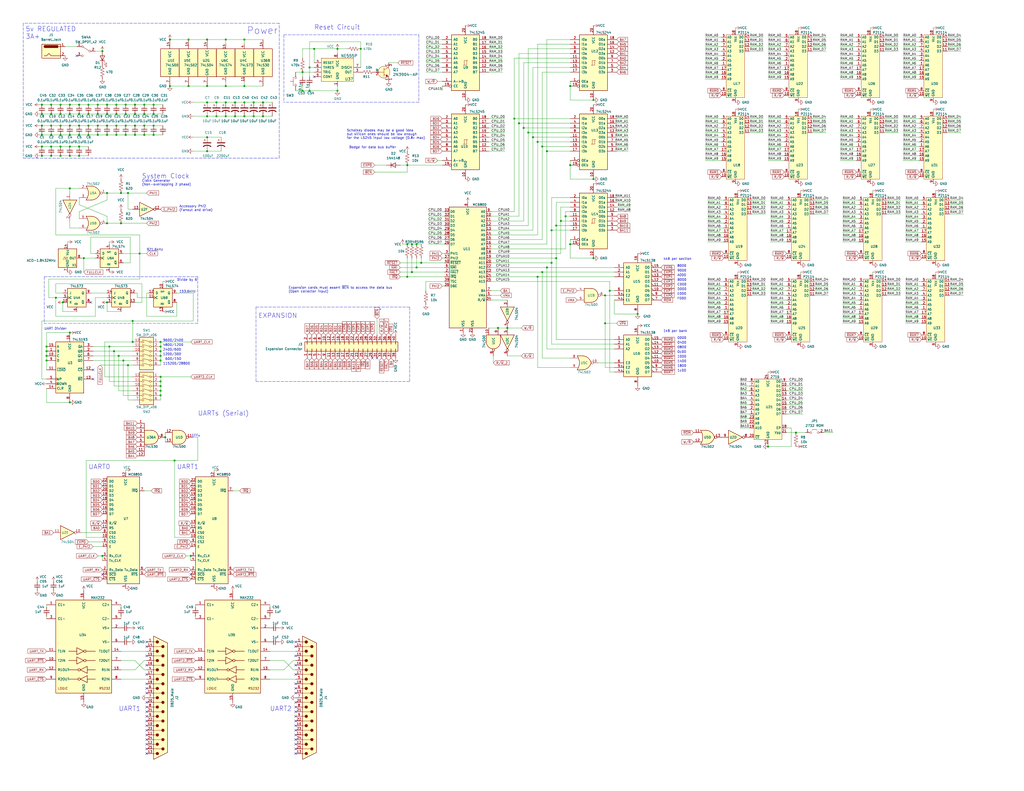
<source format=kicad_sch>
(kicad_sch (version 20211123) (generator eeschema)
  (paper "C")
  (junction (at 113.03 46.99))
  (junction (at 25.4 189.23))
  (junction (at 87.63 205.74))
  (junction (at 280.67 64.77))
  (junction (at 68.58 62.23))
  (junction (at 83.82 62.23))
  (junction (at 33.02 68.58))
  (junction (at 78.74 62.23))
  (junction (at 78.74 73.66))
  (junction (at 25.4 194.31))
  (junction (at 48.26 68.58))
  (junction (at 83.82 73.66))
  (junction (at 55.88 303.53))
  (junction (at 102.87 21.59))
  (junction (at 33.02 57.15))
  (junction (at 73.66 57.15))
  (junction (at 48.26 57.15))
  (junction (at 27.94 80.01))
  (junction (at 104.14 303.53))
  (junction (at 33.02 85.09))
  (junction (at 434.34 236.22))
  (junction (at 63.5 73.66))
  (junction (at 323.85 54.61))
  (junction (at 38.1 62.23))
  (junction (at 30.48 162.56))
  (junction (at 27.94 62.23))
  (junction (at 78.74 57.15))
  (junction (at 288.29 72.39))
  (junction (at 138.43 55.88))
  (junction (at 38.1 73.66))
  (junction (at 87.63 196.85))
  (junction (at 83.82 57.15))
  (junction (at 58.42 57.15))
  (junction (at 113.03 74.93))
  (junction (at 87.63 191.77))
  (junction (at 168.91 36.83))
  (junction (at 128.27 63.5))
  (junction (at 87.63 215.9))
  (junction (at 72.39 186.69))
  (junction (at 58.42 68.58))
  (junction (at 43.18 85.09))
  (junction (at 303.53 123.19))
  (junction (at 73.66 62.23))
  (junction (at 323.85 97.79))
  (junction (at 38.1 85.09))
  (junction (at 66.04 105.41))
  (junction (at 22.86 73.66))
  (junction (at 102.87 46.99))
  (junction (at 43.18 68.58))
  (junction (at 73.66 68.58))
  (junction (at 118.11 63.5))
  (junction (at 43.18 62.23))
  (junction (at 138.43 63.5))
  (junction (at 290.83 74.93))
  (junction (at 87.63 186.69))
  (junction (at 311.15 90.17))
  (junction (at 64.77 194.31))
  (junction (at 128.27 55.88))
  (junction (at 38.1 181.61))
  (junction (at 58.42 121.92))
  (junction (at 27.94 68.58))
  (junction (at 58.42 62.23))
  (junction (at 38.1 80.01))
  (junction (at 113.03 63.5))
  (junction (at 184.15 26.67))
  (junction (at 311.15 133.35))
  (junction (at 63.5 68.58))
  (junction (at 165.1 39.37))
  (junction (at 332.74 158.75))
  (junction (at 283.21 67.31))
  (junction (at 311.15 46.99))
  (junction (at 113.03 21.59))
  (junction (at 87.63 210.82))
  (junction (at 293.37 151.13))
  (junction (at 27.94 85.09))
  (junction (at 72.39 175.26))
  (junction (at 303.53 140.97))
  (junction (at 285.75 69.85))
  (junction (at 66.04 121.92))
  (junction (at 113.03 55.88))
  (junction (at 87.63 189.23))
  (junction (at 224.79 133.35))
  (junction (at 87.63 194.31))
  (junction (at 68.58 68.58))
  (junction (at 171.45 26.67))
  (junction (at 68.58 73.66))
  (junction (at 224.79 148.59))
  (junction (at 143.51 63.5))
  (junction (at 123.19 63.5))
  (junction (at 165.1 49.53))
  (junction (at 33.02 73.66))
  (junction (at 63.5 62.23))
  (junction (at 78.74 68.58))
  (junction (at 59.69 189.23))
  (junction (at 330.2 176.53))
  (junction (at 123.19 46.99))
  (junction (at 133.35 46.99))
  (junction (at 323.85 140.97))
  (junction (at 55.88 27.94))
  (junction (at 222.25 151.13))
  (junction (at 276.86 179.07))
  (junction (at 69.85 105.41))
  (junction (at 227.33 133.35))
  (junction (at 58.42 105.41))
  (junction (at 48.26 73.66))
  (junction (at 133.35 55.88))
  (junction (at 22.86 62.23))
  (junction (at 87.63 213.36))
  (junction (at 133.35 63.5))
  (junction (at 306.07 120.65))
  (junction (at 330.2 161.29))
  (junction (at 118.11 55.88))
  (junction (at 43.18 80.01))
  (junction (at 58.42 73.66))
  (junction (at 22.86 85.09))
  (junction (at 67.31 196.85))
  (junction (at 95.25 251.46))
  (junction (at 38.1 219.71))
  (junction (at 113.03 82.55))
  (junction (at 300.99 125.73))
  (junction (at 27.94 57.15))
  (junction (at 69.85 199.39))
  (junction (at 184.15 49.53))
  (junction (at 90.17 238.76))
  (junction (at 38.1 57.15))
  (junction (at 87.63 208.28))
  (junction (at 45.72 140.97))
  (junction (at 298.45 146.05))
  (junction (at 22.86 68.58))
  (junction (at 53.34 62.23))
  (junction (at 25.4 196.85))
  (junction (at 73.66 73.66))
  (junction (at 68.58 57.15))
  (junction (at 123.19 21.59))
  (junction (at 143.51 55.88))
  (junction (at 227.33 146.05))
  (junction (at 62.23 191.77))
  (junction (at 133.35 21.59))
  (junction (at 419.1 243.84))
  (junction (at 22.86 80.01))
  (junction (at 83.82 68.58))
  (junction (at 271.78 179.07))
  (junction (at 347.98 171.45))
  (junction (at 229.87 143.51))
  (junction (at 300.99 143.51))
  (junction (at 92.71 21.59))
  (junction (at 293.37 77.47))
  (junction (at 168.91 49.53))
  (junction (at 33.02 80.01))
  (junction (at 34.29 165.1))
  (junction (at 43.18 57.15))
  (junction (at 63.5 57.15))
  (junction (at 295.91 80.01))
  (junction (at 298.45 82.55))
  (junction (at 53.34 57.15))
  (junction (at 222.25 133.35))
  (junction (at 53.34 68.58))
  (junction (at 48.26 62.23))
  (junction (at 38.1 68.58))
  (junction (at 76.2 138.43))
  (junction (at 92.71 46.99))
  (junction (at 27.94 73.66))
  (junction (at 22.86 57.15))
  (junction (at 222.25 90.17))
  (junction (at 38.1 102.87))
  (junction (at 308.61 118.11))
  (junction (at 196.85 26.67))
  (junction (at 25.4 191.77))
  (junction (at 58.42 165.1))
  (junction (at 53.34 73.66))
  (junction (at 123.19 55.88))
  (junction (at 33.02 62.23))
  (junction (at 43.18 73.66))
  (junction (at 295.91 148.59))
  (no_connect (at 80.01 353.06))
  (no_connect (at 80.01 398.78))
  (no_connect (at 161.29 363.22))
  (no_connect (at 161.29 368.3))
  (no_connect (at 161.29 373.38))
  (no_connect (at 161.29 350.52))
  (no_connect (at 161.29 353.06))
  (no_connect (at 161.29 358.14))
  (no_connect (at 161.29 375.92))
  (no_connect (at 161.29 378.46))
  (no_connect (at 161.29 383.54))
  (no_connect (at 161.29 386.08))
  (no_connect (at 161.29 388.62))
  (no_connect (at 161.29 391.16))
  (no_connect (at 161.29 393.7))
  (no_connect (at 161.29 396.24))
  (no_connect (at 161.29 398.78))
  (no_connect (at 171.45 41.91))
  (no_connect (at 203.2 195.58))
  (no_connect (at 205.74 195.58))
  (no_connect (at 161.29 411.48))
  (no_connect (at 80.01 401.32))
  (no_connect (at 80.01 350.52))
  (no_connect (at 80.01 396.24))
  (no_connect (at 80.01 391.16))
  (no_connect (at 80.01 386.08))
  (no_connect (at 161.29 408.94))
  (no_connect (at 80.01 393.7))
  (no_connect (at 80.01 406.4))
  (no_connect (at 161.29 403.86))
  (no_connect (at 80.01 358.14))
  (no_connect (at 80.01 363.22))
  (no_connect (at 80.01 368.3))
  (no_connect (at 80.01 383.54))
  (no_connect (at 80.01 373.38))
  (no_connect (at 80.01 375.92))
  (no_connect (at 80.01 378.46))
  (no_connect (at 161.29 406.4))
  (no_connect (at 104.14 313.69))
  (no_connect (at 55.88 313.69))
  (no_connect (at 49.53 165.1))
  (no_connect (at 50.8 207.01))
  (no_connect (at 50.8 201.93))
  (no_connect (at 80.01 403.86))
  (no_connect (at 41.91 30.48))
  (no_connect (at 80.01 408.94))
  (no_connect (at 80.01 411.48))
  (no_connect (at 80.01 388.62))
  (no_connect (at 161.29 401.32))
  (wire (pts (xy 419.1 30.48) (xy 427.99 30.48)))
  (wire (pts (xy 494.03 129.54) (xy 502.92 129.54)))
  (wire (pts (xy 444.5 153.67) (xy 452.12 153.67)))
  (wire (pts (xy 458.47 67.31) (xy 467.36 67.31)))
  (wire (pts (xy 67.31 138.43) (xy 76.2 138.43)))
  (wire (pts (xy 308.61 118.11) (xy 311.15 118.11)))
  (wire (pts (xy 72.39 215.9) (xy 67.31 215.9)))
  (wire (pts (xy 43.18 111.76) (xy 58.42 118.11)))
  (wire (pts (xy 87.63 196.85) (xy 87.63 199.39)))
  (wire (pts (xy 311.15 44.45) (xy 311.15 46.99)))
  (wire (pts (xy 311.15 133.35) (xy 311.15 140.97)))
  (wire (pts (xy 483.87 156.21) (xy 491.49 156.21)))
  (wire (pts (xy 444.5 114.3) (xy 452.12 114.3)))
  (wire (pts (xy 384.81 87.63) (xy 393.7 87.63)))
  (wire (pts (xy 290.83 125.73) (xy 290.83 74.93)))
  (wire (pts (xy 69.85 218.44) (xy 72.39 218.44)))
  (wire (pts (xy 419.1 82.55) (xy 427.99 82.55)))
  (wire (pts (xy 123.19 55.88) (xy 128.27 55.88)))
  (wire (pts (xy 434.34 236.22) (xy 439.42 236.22)))
  (wire (pts (xy 311.15 54.61) (xy 323.85 54.61)))
  (wire (pts (xy 58.42 121.92) (xy 66.04 121.92)))
  (wire (pts (xy 335.28 163.83) (xy 335.28 171.45)))
  (wire (pts (xy 420.37 116.84) (xy 429.26 116.84)))
  (wire (pts (xy 96.52 172.72) (xy 96.52 165.1)))
  (wire (pts (xy 420.37 166.37) (xy 429.26 166.37)))
  (wire (pts (xy 298.45 82.55) (xy 311.15 82.55)))
  (wire (pts (xy 87.63 186.69) (xy 104.14 186.69)))
  (wire (pts (xy 222.25 133.35) (xy 224.79 133.35)))
  (wire (pts (xy 133.35 55.88) (xy 138.43 55.88)))
  (wire (pts (xy 48.26 73.66) (xy 53.34 73.66)))
  (wire (pts (xy 459.74 119.38) (xy 468.63 119.38)))
  (wire (pts (xy 295.91 148.59) (xy 295.91 195.58)))
  (wire (pts (xy 386.08 171.45) (xy 394.97 171.45)))
  (wire (pts (xy 311.15 72.39) (xy 288.29 72.39)))
  (polyline (pts (xy 223.52 208.28) (xy 139.7 208.28)))
  (wire (pts (xy 38.1 124.46) (xy 43.18 124.46)))
  (polyline (pts (xy 107.95 151.13) (xy 107.95 176.53)))
  (polyline (pts (xy 107.95 176.53) (xy 24.13 176.53)))
  (wire (pts (xy 33.02 80.01) (xy 38.1 80.01)))
  (wire (pts (xy 25.4 336.55) (xy 25.4 337.82)))
  (polyline (pts (xy 12.7 86.36) (xy 152.4 86.36)))
  (wire (pts (xy 267.97 128.27) (xy 293.37 128.27)))
  (polyline (pts (xy 139.7 167.64) (xy 223.52 167.64)))
  (wire (pts (xy 87.63 215.9) (xy 87.63 218.44)))
  (wire (pts (xy 275.59 72.39) (xy 266.7 72.39)))
  (wire (pts (xy 212.09 34.29) (xy 217.17 34.29)))
  (wire (pts (xy 494.03 168.91) (xy 502.92 168.91)))
  (wire (pts (xy 420.37 132.08) (xy 429.26 132.08)))
  (wire (pts (xy 458.47 69.85) (xy 467.36 69.85)))
  (wire (pts (xy 73.66 360.68) (xy 78.74 365.76)))
  (wire (pts (xy 483.87 111.76) (xy 491.49 111.76)))
  (wire (pts (xy 43.18 73.66) (xy 48.26 73.66)))
  (wire (pts (xy 335.28 171.45) (xy 347.98 171.45)))
  (wire (pts (xy 283.21 29.21) (xy 311.15 29.21)))
  (wire (pts (xy 492.76 30.48) (xy 501.65 30.48)))
  (wire (pts (xy 420.37 158.75) (xy 429.26 158.75)))
  (wire (pts (xy 410.21 114.3) (xy 417.83 114.3)))
  (wire (pts (xy 429.26 220.98) (xy 438.15 220.98)))
  (wire (pts (xy 74.93 162.56) (xy 81.28 162.56)))
  (wire (pts (xy 218.44 90.17) (xy 222.25 90.17)))
  (wire (pts (xy 25.4 194.31) (xy 25.4 196.85)))
  (wire (pts (xy 66.04 121.92) (xy 80.01 121.92)))
  (wire (pts (xy 83.82 62.23) (xy 88.9 62.23)))
  (wire (pts (xy 267.97 153.67) (xy 332.74 153.67)))
  (wire (pts (xy 384.81 77.47) (xy 393.7 77.47)))
  (wire (pts (xy 76.2 152.4) (xy 26.67 152.4)))
  (wire (pts (xy 66.04 336.55) (xy 66.04 337.82)))
  (wire (pts (xy 494.03 173.99) (xy 502.92 173.99)))
  (wire (pts (xy 458.47 74.93) (xy 467.36 74.93)))
  (polyline (pts (xy 228.6 55.88) (xy 154.94 55.88)))
  (wire (pts (xy 21.59 80.01) (xy 22.86 80.01)))
  (polyline (pts (xy 24.13 151.13) (xy 24.13 176.53)))
  (wire (pts (xy 105.41 238.76) (xy 107.95 238.76)))
  (wire (pts (xy 25.4 196.85) (xy 25.4 201.93)))
  (wire (pts (xy 482.6 25.4) (xy 490.22 25.4)))
  (wire (pts (xy 408.94 67.31) (xy 416.56 67.31)))
  (wire (pts (xy 57.15 205.74) (xy 57.15 186.69)))
  (wire (pts (xy 420.37 156.21) (xy 429.26 156.21)))
  (wire (pts (xy 494.03 176.53) (xy 502.92 176.53)))
  (wire (pts (xy 50.8 189.23) (xy 59.69 189.23)))
  (wire (pts (xy 429.26 210.82) (xy 438.15 210.82)))
  (wire (pts (xy 143.51 55.88) (xy 148.59 55.88)))
  (wire (pts (xy 266.7 179.07) (xy 271.78 179.07)))
  (wire (pts (xy 123.19 21.59) (xy 123.19 24.13)))
  (wire (pts (xy 133.35 46.99) (xy 133.35 44.45)))
  (wire (pts (xy 73.66 365.76) (xy 78.74 360.68)))
  (wire (pts (xy 95.25 293.37) (xy 104.14 293.37)))
  (wire (pts (xy 50.8 194.31) (xy 64.77 194.31)))
  (wire (pts (xy 408.94 69.85) (xy 416.56 69.85)))
  (wire (pts (xy 69.85 199.39) (xy 69.85 218.44)))
  (wire (pts (xy 410.21 116.84) (xy 417.83 116.84)))
  (wire (pts (xy 233.68 120.65) (xy 242.57 120.65)))
  (wire (pts (xy 386.08 121.92) (xy 394.97 121.92)))
  (wire (pts (xy 154.94 360.68) (xy 160.02 365.76)))
  (wire (pts (xy 492.76 82.55) (xy 501.65 82.55)))
  (wire (pts (xy 459.74 166.37) (xy 468.63 166.37)))
  (wire (pts (xy 492.76 33.02) (xy 501.65 33.02)))
  (wire (pts (xy 408.94 210.82) (xy 403.86 210.82)))
  (wire (pts (xy 459.74 111.76) (xy 468.63 111.76)))
  (wire (pts (xy 43.18 80.01) (xy 48.26 80.01)))
  (wire (pts (xy 59.69 189.23) (xy 72.39 189.23)))
  (wire (pts (xy 22.86 57.15) (xy 27.94 57.15)))
  (wire (pts (xy 386.08 116.84) (xy 394.97 116.84)))
  (wire (pts (xy 436.88 104.14) (xy 436.88 105.41)))
  (wire (pts (xy 168.91 36.83) (xy 168.91 22.86)))
  (wire (pts (xy 275.59 64.77) (xy 266.7 64.77)))
  (wire (pts (xy 429.26 213.36) (xy 438.15 213.36)))
  (wire (pts (xy 267.97 151.13) (xy 293.37 151.13)))
  (wire (pts (xy 293.37 151.13) (xy 335.28 151.13)))
  (wire (pts (xy 73.66 160.02) (xy 74.93 160.02)))
  (wire (pts (xy 58.42 68.58) (xy 63.5 68.58)))
  (wire (pts (xy 80.01 172.72) (xy 96.52 172.72)))
  (wire (pts (xy 386.08 132.08) (xy 394.97 132.08)))
  (wire (pts (xy 49.53 160.02) (xy 58.42 160.02)))
  (wire (pts (xy 87.63 208.28) (xy 87.63 210.82)))
  (wire (pts (xy 458.47 25.4) (xy 467.36 25.4)))
  (wire (pts (xy 232.41 34.29) (xy 241.3 34.29)))
  (wire (pts (xy 168.91 49.53) (xy 168.91 46.99)))
  (wire (pts (xy 492.76 67.31) (xy 501.65 67.31)))
  (wire (pts (xy 74.93 160.02) (xy 74.93 162.56)))
  (wire (pts (xy 233.68 123.19) (xy 242.57 123.19)))
  (wire (pts (xy 27.94 68.58) (xy 33.02 68.58)))
  (wire (pts (xy 384.81 27.94) (xy 393.7 27.94)))
  (wire (pts (xy 386.08 129.54) (xy 394.97 129.54)))
  (wire (pts (xy 410.21 161.29) (xy 417.83 161.29)))
  (wire (pts (xy 83.82 57.15) (xy 88.9 57.15)))
  (wire (pts (xy 38.1 105.41) (xy 38.1 102.87)))
  (wire (pts (xy 330.2 176.53) (xy 330.2 200.66)))
  (wire (pts (xy 27.94 73.66) (xy 33.02 73.66)))
  (wire (pts (xy 38.1 120.65) (xy 38.1 124.46)))
  (wire (pts (xy 165.1 46.99) (xy 165.1 49.53)))
  (wire (pts (xy 443.23 69.85) (xy 450.85 69.85)))
  (wire (pts (xy 458.47 85.09) (xy 467.36 85.09)))
  (wire (pts (xy 384.81 64.77) (xy 393.7 64.77)))
  (wire (pts (xy 492.76 85.09) (xy 501.65 85.09)))
  (wire (pts (xy 266.7 21.59) (xy 274.32 21.59)))
  (wire (pts (xy 408.94 213.36) (xy 403.86 213.36)))
  (wire (pts (xy 288.29 26.67) (xy 311.15 26.67)))
  (wire (pts (xy 303.53 185.42) (xy 335.28 185.42)))
  (wire (pts (xy 494.03 127) (xy 502.92 127)))
  (wire (pts (xy 107.95 238.76) (xy 107.95 251.46)))
  (wire (pts (xy 87.63 213.36) (xy 87.63 215.9)))
  (wire (pts (xy 78.74 62.23) (xy 83.82 62.23)))
  (wire (pts (xy 494.03 121.92) (xy 502.92 121.92)))
  (wire (pts (xy 408.94 223.52) (xy 403.86 223.52)))
  (wire (pts (xy 83.82 73.66) (xy 88.9 73.66)))
  (wire (pts (xy 87.63 205.74) (xy 87.63 208.28)))
  (polyline (pts (xy 12.7 12.7) (xy 12.7 86.36)))
  (wire (pts (xy 444.5 161.29) (xy 452.12 161.29)))
  (wire (pts (xy 116.84 256.54) (xy 116.84 257.81)))
  (wire (pts (xy 227.33 140.97) (xy 227.33 146.05)))
  (wire (pts (xy 429.26 215.9) (xy 438.15 215.9)))
  (wire (pts (xy 516.89 67.31) (xy 524.51 67.31)))
  (wire (pts (xy 52.07 27.94) (xy 55.88 27.94)))
  (wire (pts (xy 285.75 34.29) (xy 285.75 69.85)))
  (wire (pts (xy 483.87 158.75) (xy 491.49 158.75)))
  (wire (pts (xy 184.15 49.53) (xy 184.15 46.99)))
  (wire (pts (xy 335.28 190.5) (xy 298.45 190.5)))
  (wire (pts (xy 242.57 148.59) (xy 224.79 148.59)))
  (wire (pts (xy 419.1 25.4) (xy 427.99 25.4)))
  (wire (pts (xy 73.66 57.15) (xy 78.74 57.15)))
  (wire (pts (xy 171.45 26.67) (xy 171.45 34.29)))
  (wire (pts (xy 66.04 105.41) (xy 69.85 105.41)))
  (wire (pts (xy 72.39 205.74) (xy 57.15 205.74)))
  (wire (pts (xy 87.63 186.69) (xy 87.63 189.23)))
  (wire (pts (xy 138.43 63.5) (xy 143.51 63.5)))
  (wire (pts (xy 492.76 80.01) (xy 501.65 80.01)))
  (wire (pts (xy 384.81 22.86) (xy 393.7 22.86)))
  (wire (pts (xy 474.98 15.24) (xy 474.98 16.51)))
  (wire (pts (xy 241.3 140.97) (xy 242.57 140.97)))
  (wire (pts (xy 518.16 158.75) (xy 525.78 158.75)))
  (wire (pts (xy 518.16 156.21) (xy 525.78 156.21)))
  (wire (pts (xy 494.03 119.38) (xy 502.92 119.38)))
  (wire (pts (xy 459.74 171.45) (xy 468.63 171.45)))
  (wire (pts (xy 59.69 132.08) (xy 59.69 133.35)))
  (wire (pts (xy 266.7 34.29) (xy 274.32 34.29)))
  (wire (pts (xy 288.29 26.67) (xy 288.29 72.39)))
  (wire (pts (xy 58.42 62.23) (xy 63.5 62.23)))
  (wire (pts (xy 78.74 57.15) (xy 83.82 57.15)))
  (wire (pts (xy 232.41 153.67) (xy 232.41 158.75)))
  (wire (pts (xy 429.26 236.22) (xy 434.34 236.22)))
  (wire (pts (xy 443.23 25.4) (xy 450.85 25.4)))
  (wire (pts (xy 384.81 82.55) (xy 393.7 82.55)))
  (wire (pts (xy 419.1 243.84) (xy 419.1 242.57)))
  (wire (pts (xy 218.44 148.59) (xy 224.79 148.59)))
  (wire (pts (xy 43.18 107.95) (xy 43.18 111.76)))
  (wire (pts (xy 38.1 73.66) (xy 43.18 73.66)))
  (wire (pts (xy 87.63 210.82) (xy 87.63 213.36)))
  (wire (pts (xy 36.83 132.08) (xy 36.83 133.35)))
  (wire (pts (xy 483.87 153.67) (xy 491.49 153.67)))
  (wire (pts (xy 106.68 336.55) (xy 106.68 337.82)))
  (wire (pts (xy 336.55 110.49) (xy 344.17 110.49)))
  (wire (pts (xy 311.15 140.97) (xy 323.85 140.97)))
  (wire (pts (xy 494.03 161.29) (xy 502.92 161.29)))
  (wire (pts (xy 386.08 114.3) (xy 394.97 114.3)))
  (wire (pts (xy 431.8 233.68) (xy 431.8 243.84)))
  (wire (pts (xy 494.03 156.21) (xy 502.92 156.21)))
  (wire (pts (xy 419.1 87.63) (xy 427.99 87.63)))
  (wire (pts (xy 482.6 22.86) (xy 490.22 22.86)))
  (wire (pts (xy 401.32 59.69) (xy 401.32 60.96)))
  (wire (pts (xy 420.37 153.67) (xy 429.26 153.67)))
  (wire (pts (xy 21.59 73.66) (xy 22.86 73.66)))
  (wire (pts (xy 266.7 24.13) (xy 274.32 24.13)))
  (wire (pts (xy 38.1 62.23) (xy 43.18 62.23)))
  (wire (pts (xy 516.89 64.77) (xy 524.51 64.77)))
  (wire (pts (xy 276.86 179.07) (xy 284.48 179.07)))
  (wire (pts (xy 492.76 69.85) (xy 501.65 69.85)))
  (wire (pts (xy 444.5 109.22) (xy 452.12 109.22)))
  (wire (pts (xy 123.19 21.59) (xy 133.35 21.59)))
  (wire (pts (xy 459.74 109.22) (xy 468.63 109.22)))
  (wire (pts (xy 267.97 146.05) (xy 298.45 146.05)))
  (wire (pts (xy 444.5 158.75) (xy 452.12 158.75)))
  (wire (pts (xy 518.16 109.22) (xy 525.78 109.22)))
  (wire (pts (xy 459.74 121.92) (xy 468.63 121.92)))
  (wire (pts (xy 408.94 25.4) (xy 416.56 25.4)))
  (wire (pts (xy 113.03 46.99) (xy 123.19 46.99)))
  (wire (pts (xy 34.29 160.02) (xy 30.48 160.02)))
  (wire (pts (xy 419.1 69.85) (xy 427.99 69.85)))
  (wire (pts (xy 58.42 118.11) (xy 58.42 121.92)))
  (wire (pts (xy 384.81 25.4) (xy 393.7 25.4)))
  (wire (pts (xy 168.91 49.53) (xy 184.15 49.53)))
  (wire (pts (xy 232.41 31.75) (xy 241.3 31.75)))
  (wire (pts (xy 516.89 69.85) (xy 524.51 69.85)))
  (wire (pts (xy 33.02 57.15) (xy 38.1 57.15)))
  (wire (pts (xy 53.34 303.53) (xy 55.88 303.53)))
  (wire (pts (xy 83.82 68.58) (xy 88.9 68.58)))
  (wire (pts (xy 68.58 256.54) (xy 68.58 257.81)))
  (wire (pts (xy 410.21 109.22) (xy 417.83 109.22)))
  (wire (pts (xy 267.97 115.57) (xy 280.67 115.57)))
  (wire (pts (xy 311.15 46.99) (xy 311.15 54.61)))
  (wire (pts (xy 269.24 198.12) (xy 269.24 194.31)))
  (wire (pts (xy 50.8 196.85) (xy 67.31 196.85)))
  (wire (pts (xy 133.35 46.99) (xy 143.51 46.99)))
  (wire (pts (xy 308.61 118.11) (xy 308.61 115.57)))
  (wire (pts (xy 326.39 198.12) (xy 335.28 198.12)))
  (wire (pts (xy 165.1 39.37) (xy 161.29 39.37)))
  (wire (pts (xy 118.11 55.88) (xy 123.19 55.88)))
  (wire (pts (xy 242.57 153.67) (xy 232.41 153.67)))
  (wire (pts (xy 168.91 41.91) (xy 168.91 36.83)))
  (wire (pts (xy 336.55 77.47) (xy 342.9 77.47)))
  (wire (pts (xy 38.1 181.61) (xy 25.4 181.61)))
  (wire (pts (xy 87.63 189.23) (xy 87.63 191.77)))
  (wire (pts (xy 386.08 124.46) (xy 394.97 124.46)))
  (wire (pts (xy 66.04 360.68) (xy 73.66 360.68)))
  (wire (pts (xy 384.81 67.31) (xy 393.7 67.31)))
  (polyline (pts (xy 228.6 19.05) (xy 228.6 55.88)))
  (wire (pts (xy 419.1 43.18) (xy 427.99 43.18)))
  (wire (pts (xy 330.2 200.66) (xy 335.28 200.66)))
  (wire (pts (xy 384.81 30.48) (xy 393.7 30.48)))
  (wire (pts (xy 52.07 172.72) (xy 52.07 162.56)))
  (wire (pts (xy 102.87 46.99) (xy 113.03 46.99)))
  (wire (pts (xy 459.74 176.53) (xy 468.63 176.53)))
  (wire (pts (xy 160.02 360.68) (xy 161.29 360.68)))
  (wire (pts (xy 458.47 33.02) (xy 467.36 33.02)))
  (wire (pts (xy 53.34 68.58) (xy 58.42 68.58)))
  (wire (pts (xy 171.45 39.37) (xy 165.1 39.37)))
  (wire (pts (xy 44.45 140.97) (xy 45.72 140.97)))
  (wire (pts (xy 518.16 116.84) (xy 525.78 116.84)))
  (wire (pts (xy 494.03 166.37) (xy 502.92 166.37)))
  (wire (pts (xy 87.63 191.77) (xy 87.63 194.31)))
  (wire (pts (xy 30.48 160.02) (xy 30.48 154.94)))
  (wire (pts (xy 78.74 68.58) (xy 83.82 68.58)))
  (wire (pts (xy 123.19 44.45) (xy 123.19 46.99)))
  (wire (pts (xy 147.32 336.55) (xy 147.32 337.82)))
  (wire (pts (xy 189.23 26.67) (xy 184.15 26.67)))
  (polyline (pts (xy 152.4 12.7) (xy 12.7 12.7)))
  (wire (pts (xy 27.94 57.15) (xy 33.02 57.15)))
  (wire (pts (xy 408.94 64.77) (xy 416.56 64.77)))
  (wire (pts (xy 54.61 199.39) (xy 69.85 199.39)))
  (wire (pts (xy 218.44 146.05) (xy 227.33 146.05)))
  (wire (pts (xy 238.76 44.45) (xy 241.3 44.45)))
  (wire (pts (xy 308.61 135.89) (xy 308.61 118.11)))
  (wire (pts (xy 459.74 127) (xy 468.63 127)))
  (wire (pts (xy 285.75 120.65) (xy 285.75 69.85)))
  (wire (pts (xy 33.02 85.09) (xy 38.1 85.09)))
  (wire (pts (xy 492.76 87.63) (xy 501.65 87.63)))
  (wire (pts (xy 384.81 72.39) (xy 393.7 72.39)))
  (wire (pts (xy 227.33 133.35) (xy 229.87 133.35)))
  (wire (pts (xy 510.54 104.14) (xy 510.54 105.41)))
  (wire (pts (xy 25.4 189.23) (xy 25.4 191.77)))
  (wire (pts (xy 419.1 85.09) (xy 427.99 85.09)))
  (wire (pts (xy 303.53 110.49) (xy 311.15 110.49)))
  (wire (pts (xy 30.48 162.56) (xy 30.48 172.72)))
  (wire (pts (xy 492.76 38.1) (xy 501.65 38.1)))
  (wire (pts (xy 386.08 158.75) (xy 394.97 158.75)))
  (wire (pts (xy 22.86 68.58) (xy 27.94 68.58)))
  (polyline (pts (xy 24.13 151.13) (xy 107.95 151.13)))
  (wire (pts (xy 429.26 208.28) (xy 438.15 208.28)))
  (wire (pts (xy 458.47 77.47) (xy 467.36 77.47)))
  (wire (pts (xy 147.32 355.6) (xy 161.29 355.6)))
  (wire (pts (xy 102.87 21.59) (xy 113.03 21.59)))
  (wire (pts (xy 410.21 153.67) (xy 417.83 153.67)))
  (wire (pts (xy 458.47 40.64) (xy 467.36 40.64)))
  (wire (pts (xy 53.34 57.15) (xy 58.42 57.15)))
  (wire (pts (xy 420.37 124.46) (xy 429.26 124.46)))
  (wire (pts (xy 483.87 109.22) (xy 491.49 109.22)))
  (wire (pts (xy 45.72 140.97) (xy 45.72 148.59)))
  (wire (pts (xy 420.37 168.91) (xy 429.26 168.91)))
  (wire (pts (xy 408.94 208.28) (xy 403.86 208.28)))
  (wire (pts (xy 160.02 365.76) (xy 161.29 365.76)))
  (wire (pts (xy 420.37 161.29) (xy 429.26 161.29)))
  (wire (pts (xy 22.86 85.09) (xy 27.94 85.09)))
  (wire (pts (xy 419.1 22.86) (xy 427.99 22.86)))
  (wire (pts (xy 483.87 161.29) (xy 491.49 161.29)))
  (wire (pts (xy 459.74 116.84) (xy 468.63 116.84)))
  (wire (pts (xy 308.61 115.57) (xy 311.15 115.57)))
  (wire (pts (xy 267.97 140.97) (xy 303.53 140.97)))
  (wire (pts (xy 266.7 31.75) (xy 274.32 31.75)))
  (wire (pts (xy 267.97 123.19) (xy 288.29 123.19)))
  (wire (pts (xy 113.03 82.55) (xy 120.65 82.55)))
  (wire (pts (xy 22.86 62.23) (xy 27.94 62.23)))
  (wire (pts (xy 330.2 161.29) (xy 335.28 161.29)))
  (wire (pts (xy 510.54 148.59) (xy 510.54 149.86)))
  (polyline (pts (xy 154.94 19.05) (xy 154.94 55.88)))
  (wire (pts (xy 38.1 85.09) (xy 43.18 85.09)))
  (wire (pts (xy 295.91 39.37) (xy 295.91 80.01)))
  (wire (pts (xy 90.17 238.76) (xy 90.17 241.3)))
  (wire (pts (xy 492.76 35.56) (xy 501.65 35.56)))
  (wire (pts (xy 106.68 330.2) (xy 106.68 331.47)))
  (wire (pts (xy 311.15 97.79) (xy 323.85 97.79)))
  (wire (pts (xy 78.74 73.66) (xy 83.82 73.66)))
  (wire (pts (xy 443.23 72.39) (xy 450.85 72.39)))
  (wire (pts (xy 492.76 43.18) (xy 501.65 43.18)))
  (wire (pts (xy 410.21 111.76) (xy 417.83 111.76)))
  (wire (pts (xy 72.39 175.26) (xy 72.39 186.69)))
  (wire (pts (xy 69.85 105.41) (xy 80.01 105.41)))
  (wire (pts (xy 267.97 118.11) (xy 283.21 118.11)))
  (wire (pts (xy 459.74 161.29) (xy 468.63 161.29)))
  (wire (pts (xy 410.21 156.21) (xy 417.83 156.21)))
  (wire (pts (xy 64.77 194.31) (xy 64.77 213.36)))
  (wire (pts (xy 66.04 355.6) (xy 80.01 355.6)))
  (wire (pts (xy 459.74 168.91) (xy 468.63 168.91)))
  (wire (pts (xy 458.47 20.32) (xy 467.36 20.32)))
  (wire (pts (xy 330.2 161.29) (xy 330.2 176.53)))
  (wire (pts (xy 516.89 20.32) (xy 524.51 20.32)))
  (wire (pts (xy 408.94 215.9) (xy 403.86 215.9)))
  (wire (pts (xy 458.47 87.63) (xy 467.36 87.63)))
  (wire (pts (xy 73.66 68.58) (xy 78.74 68.58)))
  (wire (pts (xy 516.89 72.39) (xy 524.51 72.39)))
  (wire (pts (xy 27.94 80.01) (xy 33.02 80.01)))
  (wire (pts (xy 267.97 158.75) (xy 273.05 158.75)))
  (wire (pts (xy 92.71 46.99) (xy 102.87 46.99)))
  (wire (pts (xy 386.08 166.37) (xy 394.97 166.37)))
  (wire (pts (xy 233.68 130.81) (xy 242.57 130.81)))
  (wire (pts (xy 420.37 109.22) (xy 429.26 109.22)))
  (wire (pts (xy 429.26 218.44) (xy 438.15 218.44)))
  (wire (pts (xy 133.35 63.5) (xy 138.43 63.5)))
  (wire (pts (xy 384.81 43.18) (xy 393.7 43.18)))
  (wire (pts (xy 72.39 210.82) (xy 62.23 210.82)))
  (wire (pts (xy 25.4 181.61) (xy 25.4 189.23)))
  (wire (pts (xy 420.37 173.99) (xy 429.26 173.99)))
  (wire (pts (xy 492.76 22.86) (xy 501.65 22.86)))
  (wire (pts (xy 306.07 138.43) (xy 306.07 120.65)))
  (wire (pts (xy 459.74 163.83) (xy 468.63 163.83)))
  (wire (pts (xy 300.99 187.96) (xy 335.28 187.96)))
  (wire (pts (xy 336.55 82.55) (xy 342.9 82.55)))
  (wire (pts (xy 458.47 22.86) (xy 467.36 22.86)))
  (wire (pts (xy 384.81 80.01) (xy 393.7 80.01)))
  (wire (pts (xy 458.47 35.56) (xy 467.36 35.56)))
  (wire (pts (xy 59.69 208.28) (xy 72.39 208.28)))
  (wire (pts (xy 105.41 74.93) (xy 113.03 74.93)))
  (wire (pts (xy 58.42 57.15) (xy 63.5 57.15)))
  (wire (pts (xy 59.69 189.23) (xy 59.69 208.28)))
  (wire (pts (xy 384.81 38.1) (xy 393.7 38.1)))
  (wire (pts (xy 443.23 20.32) (xy 450.85 20.32)))
  (wire (pts (xy 492.76 72.39) (xy 501.65 72.39)))
  (wire (pts (xy 459.74 153.67) (xy 468.63 153.67)))
  (wire (pts (xy 52.07 162.56) (xy 58.42 162.56)))
  (wire (pts (xy 34.29 170.18) (xy 41.91 170.18)))
  (wire (pts (xy 516.89 22.86) (xy 524.51 22.86)))
  (wire (pts (xy 295.91 80.01) (xy 295.91 130.81)))
  (wire (pts (xy 275.59 67.31) (xy 266.7 67.31)))
  (wire (pts (xy 219.71 133.35) (xy 222.25 133.35)))
  (wire (pts (xy 48.26 295.91) (xy 55.88 295.91)))
  (wire (pts (xy 275.59 77.47) (xy 266.7 77.47)))
  (wire (pts (xy 419.1 243.84) (xy 431.8 243.84)))
  (wire (pts (xy 293.37 151.13) (xy 293.37 200.66)))
  (wire (pts (xy 518.16 111.76) (xy 525.78 111.76)))
  (wire (pts (xy 67.31 196.85) (xy 72.39 196.85)))
  (wire (pts (xy 267.97 133.35) (xy 298.45 133.35)))
  (wire (pts (xy 403.86 231.14) (xy 408.94 231.14)))
  (wire (pts (xy 78.74 365.76) (xy 80.01 365.76)))
  (wire (pts (xy 68.58 57.15) (xy 73.66 57.15)))
  (wire (pts (xy 419.1 64.77) (xy 427.99 64.77)))
  (wire (pts (xy 419.1 67.31) (xy 427.99 67.31)))
  (wire (pts (xy 204.47 93.98) (xy 222.25 93.98)))
  (wire (pts (xy 46.99 251.46) (xy 46.99 293.37)))
  (wire (pts (xy 419.1 20.32) (xy 427.99 20.32)))
  (wire (pts (xy 71.12 143.51) (xy 71.12 129.54)))
  (wire (pts (xy 458.47 30.48) (xy 467.36 30.48)))
  (wire (pts (xy 336.55 74.93) (xy 342.9 74.93)))
  (wire (pts (xy 27.94 62.23) (xy 33.02 62.23)))
  (wire (pts (xy 386.08 156.21) (xy 394.97 156.21)))
  (wire (pts (xy 458.47 27.94) (xy 467.36 27.94)))
  (wire (pts (xy 267.97 148.59) (xy 295.91 148.59)))
  (wire (pts (xy 306.07 120.65) (xy 306.07 113.03)))
  (wire (pts (xy 429.26 223.52) (xy 438.15 223.52)))
  (wire (pts (xy 66.04 365.76) (xy 73.66 365.76)))
  (wire (pts (xy 429.26 226.06) (xy 438.15 226.06)))
  (wire (pts (xy 303.53 140.97) (xy 303.53 185.42)))
  (wire (pts (xy 276.86 194.31) (xy 284.48 194.31)))
  (wire (pts (xy 71.12 129.54) (xy 49.53 129.54)))
  (wire (pts (xy 147.32 370.84) (xy 161.29 370.84)))
  (wire (pts (xy 21.59 71.12) (xy 22.86 71.12)))
  (wire (pts (xy 229.87 140.97) (xy 229.87 143.51)))
  (wire (pts (xy 21.59 57.15) (xy 22.86 57.15)))
  (wire (pts (xy 482.6 72.39) (xy 490.22 72.39)))
  (wire (pts (xy 494.03 109.22) (xy 502.92 109.22)))
  (wire (pts (xy 66.04 370.84) (xy 80.01 370.84)))
  (wire (pts (xy 516.89 25.4) (xy 524.51 25.4)))
  (wire (pts (xy 232.41 29.21) (xy 241.3 29.21)))
  (wire (pts (xy 476.25 148.59) (xy 476.25 149.86)))
  (wire (pts (xy 386.08 109.22) (xy 394.97 109.22)))
  (wire (pts (xy 22.86 207.01) (xy 25.4 207.01)))
  (wire (pts (xy 386.08 119.38) (xy 394.97 119.38)))
  (wire (pts (xy 386.08 168.91) (xy 394.97 168.91)))
  (wire (pts (xy 492.76 40.64) (xy 501.65 40.64)))
  (polyline (pts (xy 154.94 19.05) (xy 228.6 19.05)))
  (wire (pts (xy 384.81 69.85) (xy 393.7 69.85)))
  (wire (pts (xy 444.5 156.21) (xy 452.12 156.21)))
  (wire (pts (xy 92.71 21.59) (xy 102.87 21.59)))
  (wire (pts (xy 273.05 161.29) (xy 267.97 161.29)))
  (wire (pts (xy 293.37 128.27) (xy 293.37 77.47)))
  (wire (pts (xy 408.94 218.44) (xy 403.86 218.44)))
  (wire (pts (xy 26.67 162.56) (xy 30.48 162.56)))
  (wire (pts (xy 233.68 115.57) (xy 242.57 115.57)))
  (wire (pts (xy 58.42 105.41) (xy 66.04 105.41)))
  (wire (pts (xy 384.81 35.56) (xy 393.7 35.56)))
  (wire (pts (xy 402.59 104.14) (xy 402.59 105.41)))
  (wire (pts (xy 459.74 158.75) (xy 468.63 158.75)))
  (wire (pts (xy 384.81 33.02) (xy 393.7 33.02)))
  (wire (pts (xy 38.1 102.87) (xy 43.18 102.87)))
  (wire (pts (xy 168.91 36.83) (xy 171.45 36.83)))
  (wire (pts (xy 303.53 123.19) (xy 303.53 110.49)))
  (wire (pts (xy 298.45 21.59) (xy 298.45 82.55)))
  (wire (pts (xy 58.42 170.18) (xy 66.04 170.18)))
  (wire (pts (xy 218.44 151.13) (xy 222.25 151.13)))
  (wire (pts (xy 300.99 107.95) (xy 311.15 107.95)))
  (wire (pts (xy 133.35 21.59) (xy 133.35 24.13)))
  (wire (pts (xy 33.02 68.58) (xy 38.1 68.58)))
  (wire (pts (xy 492.76 74.93) (xy 501.65 74.93)))
  (wire (pts (xy 492.76 20.32) (xy 501.65 20.32)))
  (wire (pts (xy 458.47 80.01) (xy 467.36 80.01)))
  (wire (pts (xy 420.37 111.76) (xy 429.26 111.76)))
  (wire (pts (xy 267.97 130.81) (xy 295.91 130.81)))
  (wire (pts (xy 267.97 135.89) (xy 308.61 135.89)))
  (wire (pts (xy 311.15 67.31) (xy 283.21 67.31)))
  (wire (pts (xy 298.45 133.35) (xy 298.45 82.55)))
  (wire (pts (xy 384.81 40.64) (xy 393.7 40.64)))
  (wire (pts (xy 458.47 43.18) (xy 467.36 43.18)))
  (wire (pts (xy 492.76 25.4) (xy 501.65 25.4)))
  (wire (pts (xy 218.44 143.51) (xy 229.87 143.51)))
  (wire (pts (xy 420.37 119.38) (xy 429.26 119.38)))
  (wire (pts (xy 494.03 132.08) (xy 502.92 132.08)))
  (wire (pts (xy 403.86 233.68) (xy 408.94 233.68)))
  (wire (pts (xy 80.01 160.02) (xy 81.28 160.02)))
  (wire (pts (xy 336.55 72.39) (xy 342.9 72.39)))
  (wire (pts (xy 46.99 293.37) (xy 55.88 293.37)))
  (wire (pts (xy 300.99 125.73) (xy 311.15 125.73)))
  (wire (pts (xy 43.18 115.57) (xy 58.42 109.22)))
  (wire (pts (xy 280.67 31.75) (xy 280.67 64.77)))
  (wire (pts (xy 293.37 24.13) (xy 311.15 24.13)))
  (wire (pts (xy 113.03 21.59) (xy 123.19 21.59)))
  (wire (pts (xy 266.7 36.83) (xy 274.32 36.83)))
  (wire (pts (xy 34.29 165.1) (xy 34.29 170.18)))
  (wire (pts (xy 419.1 40.64) (xy 427.99 40.64)))
  (wire (pts (xy 386.08 153.67) (xy 394.97 153.67)))
  (wire (pts (xy 420.37 114.3) (xy 429.26 114.3)))
  (wire (pts (xy 68.58 68.58) (xy 73.66 68.58)))
  (wire (pts (xy 419.1 27.94) (xy 427.99 27.94)))
  (wire (pts (xy 509.27 59.69) (xy 509.27 60.96)))
  (wire (pts (xy 58.42 105.41) (xy 58.42 109.22)))
  (wire (pts (xy 27.94 85.09) (xy 33.02 85.09)))
  (wire (pts (xy 238.76 87.63) (xy 241.3 87.63)))
  (wire (pts (xy 271.78 179.07) (xy 276.86 179.07)))
  (wire (pts (xy 25.4 330.2) (xy 25.4 331.47)))
  (wire (pts (xy 35.56 25.4) (xy 41.91 25.4)))
  (wire (pts (xy 386.08 111.76) (xy 394.97 111.76)))
  (wire (pts (xy 285.75 69.85) (xy 311.15 69.85)))
  (wire (pts (xy 384.81 74.93) (xy 393.7 74.93)))
  (wire (pts (xy 267.97 163.83) (xy 276.86 163.83)))
  (wire (pts (xy 482.6 27.94) (xy 490.22 27.94)))
  (wire (pts (xy 43.18 68.58) (xy 48.26 68.58)))
  (wire (pts (xy 138.43 55.88) (xy 143.51 55.88)))
  (wire (pts (xy 295.91 148.59) (xy 335.28 148.59)))
  (wire (pts (xy 113.03 74.93) (xy 120.65 74.93)))
  (wire (pts (xy 420.37 121.92) (xy 429.26 121.92)))
  (wire (pts (xy 330.2 176.53) (xy 336.55 176.53)))
  (wire (pts (xy 384.81 85.09) (xy 393.7 85.09)))
  (wire (pts (xy 311.15 90.17) (xy 311.15 97.79)))
  (wire (pts (xy 25.4 191.77) (xy 25.4 194.31)))
  (wire (pts (xy 386.08 161.29) (xy 394.97 161.29)))
  (wire (pts (xy 458.47 72.39) (xy 467.36 72.39)))
  (wire (pts (xy 306.07 120.65) (xy 311.15 120.65)))
  (wire (pts (xy 105.41 160.02) (xy 105.41 175.26)))
  (wire (pts (xy 492.76 77.47) (xy 501.65 77.47)))
  (wire (pts (xy 408.94 27.94) (xy 416.56 27.94)))
  (wire (pts (xy 62.23 210.82) (xy 62.23 191.77)))
  (wire (pts (xy 45.72 140.97) (xy 52.07 140.97)))
  (wire (pts (xy 408.94 220.98) (xy 403.86 220.98)))
  (wire (pts (xy 53.34 62.23) (xy 58.42 62.23)))
  (wire (pts (xy 420.37 129.54) (xy 429.26 129.54)))
  (wire (pts (xy 280.67 31.75) (xy 311.15 31.75)))
  (wire (pts (xy 458.47 64.77) (xy 467.36 64.77)))
  (wire (pts (xy 105.41 55.88) (xy 113.03 55.88)))
  (wire (pts (xy 165.1 49.53) (xy 161.29 49.53)))
  (wire (pts (xy 298.45 21.59) (xy 311.15 21.59)))
  (wire (pts (xy 43.18 115.57) (xy 43.18 119.38)))
  (wire (pts (xy 482.6 69.85) (xy 490.22 69.85)))
  (wire (pts (xy 76.2 138.43) (xy 76.2 152.4)))
  (wire (pts (xy 402.59 148.59) (xy 402.59 149.86)))
  (wire (pts (xy 73.66 62.23) (xy 78.74 62.23)))
  (wire (pts (xy 509.27 15.24) (xy 509.27 16.51)))
  (wire (pts (xy 267.97 143.51) (xy 300.99 143.51)))
  (wire (pts (xy 419.1 77.47) (xy 427.99 77.47)))
  (wire (pts (xy 275.59 74.93) (xy 266.7 74.93)))
  (wire (pts (xy 474.98 59.69) (xy 474.98 60.96)))
  (wire (pts (xy 384.81 20.32) (xy 393.7 20.32)))
  (wire (pts (xy 21.59 85.09) (xy 22.86 85.09)))
  (wire (pts (xy 419.1 33.02) (xy 427.99 33.02)))
  (wire (pts (xy 30.48 102.87) (xy 38.1 102.87)))
  (wire (pts (xy 48.26 68.58) (xy 53.34 68.58)))
  (wire (pts (xy 48.26 62.23) (xy 53.34 62.23)))
  (wire (pts (xy 233.68 118.11) (xy 242.57 118.11)))
  (wire (pts (xy 293.37 77.47) (xy 311.15 77.47)))
  (wire (pts (xy 38.1 219.71) (xy 25.4 219.71)))
  (wire (pts (xy 311.15 130.81) (xy 311.15 133.35)))
  (wire (pts (xy 419.1 203.2) (xy 419.1 204.47)))
  (wire (pts (xy 408.94 226.06) (xy 403.86 226.06)))
  (wire (pts (xy 403.86 228.6) (xy 408.94 228.6)))
  (wire (pts (xy 408.94 20.32) (xy 416.56 20.32)))
  (wire (pts (xy 229.87 143.51) (xy 242.57 143.51)))
  (wire (pts (xy 46.99 251.46) (xy 95.25 251.46)))
  (wire (pts (xy 171.45 26.67) (xy 184.15 26.67)))
  (wire (pts (xy 444.5 111.76) (xy 452.12 111.76)))
  (wire (pts (xy 22.86 73.66) (xy 27.94 73.66)))
  (wire (pts (xy 275.59 82.55) (xy 266.7 82.55)))
  (wire (pts (xy 95.25 293.37) (xy 95.25 251.46)))
  (wire (pts (xy 482.6 67.31) (xy 490.22 67.31)))
  (wire (pts (xy 336.55 113.03) (xy 344.17 113.03)))
  (wire (pts (xy 494.03 114.3) (xy 502.92 114.3)))
  (wire (pts (xy 401.32 15.24) (xy 401.32 16.51)))
  (wire (pts (xy 232.41 24.13) (xy 241.3 24.13)))
  (wire (pts (xy 494.03 116.84) (xy 502.92 116.84)))
  (wire (pts (xy 67.31 196.85) (xy 67.31 215.9)))
  (wire (pts (xy 443.23 22.86) (xy 450.85 22.86)))
  (wire (pts (xy 57.15 186.69) (xy 72.39 186.69)))
  (wire (pts (xy 285.75 34.29) (xy 311.15 34.29)))
  (wire (pts (xy 204.47 90.17) (xy 210.82 90.17)))
  (wire (pts (xy 96.52 160.02) (xy 105.41 160.02)))
  (wire (pts (xy 87.63 205.74) (xy 104.14 205.74)))
  (wire (pts (xy 69.85 114.3) (xy 69.85 105.41)))
  (wire (pts (xy 33.02 73.66) (xy 38.1 73.66)))
  (wire (pts (xy 494.03 111.76) (xy 502.92 111.76)))
  (wire (pts (xy 127 267.97) (xy 130.81 267.97)))
  (wire (pts (xy 298.45 146.05) (xy 335.28 146.05)))
  (wire (pts (xy 241.3 156.21) (xy 242.57 156.21)))
  (wire (pts (xy 458.47 82.55) (xy 467.36 82.55)))
  (wire (pts (xy 128.27 63.5) (xy 133.35 63.5)))
  (wire (pts (xy 62.23 191.77) (xy 72.39 191.77)))
  (wire (pts (xy 25.4 219.71) (xy 25.4 212.09)))
  (wire (pts (xy 30.48 172.72) (xy 52.07 172.72)))
  (wire (pts (xy 386.08 176.53) (xy 394.97 176.53)))
  (wire (pts (xy 205.74 173.99) (xy 205.74 182.88)))
  (wire (pts (xy 459.74 129.54) (xy 468.63 129.54)))
  (wire (pts (xy 64.77 213.36) (xy 72.39 213.36)))
  (wire (pts (xy 43.18 57.15) (xy 48.26 57.15)))
  (wire (pts (xy 332.74 203.2) (xy 335.28 203.2)))
  (wire (pts (xy 105.41 175.26) (xy 72.39 175.26)))
  (wire (pts (xy 459.74 114.3) (xy 468.63 114.3)))
  (wire (pts (xy 43.18 85.09) (xy 48.26 85.09)))
  (wire (pts (xy 458.47 38.1) (xy 467.36 38.1)))
  (wire (pts (xy 76.2 128.27) (xy 30.48 128.27)))
  (wire (pts (xy 68.58 73.66) (xy 73.66 73.66)))
  (wire (pts (xy 44.45 290.83) (xy 55.88 290.83)))
  (wire (pts (xy 73.66 73.66) (xy 78.74 73.66)))
  (wire (pts (xy 63.5 57.15) (xy 68.58 57.15)))
  (wire (pts (xy 77.47 154.94) (xy 77.47 165.1)))
  (wire (pts (xy 165.1 26.67) (xy 171.45 26.67)))
  (wire (pts (xy 267.97 138.43) (xy 306.07 138.43)))
  (wire (pts (xy 336.55 64.77) (xy 342.9 64.77)))
  (wire (pts (xy 295.91 195.58) (xy 311.15 195.58)))
  (wire (pts (xy 386.08 127) (xy 394.97 127)))
  (wire (pts (xy 66.04 330.2) (xy 66.04 331.47)))
  (wire (pts (xy 165.1 39.37) (xy 165.1 41.91)))
  (wire (pts (xy 224.79 148.59) (xy 224.79 140.97)))
  (wire (pts (xy 50.8 191.77) (xy 62.23 191.77)))
  (wire (pts (xy 118.11 63.5) (xy 123.19 63.5)))
  (wire (pts (xy 275.59 69.85) (xy 266.7 69.85)))
  (wire (pts (xy 49.53 138.43) (xy 52.07 138.43)))
  (wire (pts (xy 68.58 62.23) (xy 73.66 62.23)))
  (wire (pts (xy 420.37 171.45) (xy 429.26 171.45)))
  (wire (pts (xy 49.53 129.54) (xy 49.53 138.43)))
  (wire (pts (xy 386.08 163.83) (xy 394.97 163.83)))
  (wire (pts (xy 43.18 62.23) (xy 48.26 62.23)))
  (wire (pts (xy 429.26 233.68) (xy 431.8 233.68)))
  (wire (pts (xy 420.37 127) (xy 429.26 127)))
  (wire (pts (xy 419.1 72.39) (xy 427.99 72.39)))
  (wire (pts (xy 143.51 63.5) (xy 148.59 63.5)))
  (wire (pts (xy 154.94 365.76) (xy 160.02 360.68)))
  (wire (pts (xy 420.37 176.53) (xy 429.26 176.53)))
  (wire (pts (xy 311.15 80.01) (xy 295.91 80.01)))
  (wire (pts (xy 196.85 22.86) (xy 196.85 26.67)))
  (wire (pts (xy 123.19 46.99) (xy 133.35 46.99)))
  (wire (pts (xy 38.1 68.58) (xy 43.18 68.58)))
  (wire (pts (xy 336.55 67.31) (xy 342.9 67.31)))
  (wire (pts (xy 311.15 87.63) (xy 311.15 90.17)))
  (wire (pts (xy 38.1 57.15) (xy 43.18 57.15)))
  (wire (pts (xy 222.25 90.17) (xy 241.3 90.17)))
  (wire (pts (xy 165.1 31.75) (xy 165.1 26.67)))
  (wire (pts (xy 300.99 125.73) (xy 300.99 107.95)))
  (wire (pts (xy 67.31 143.51) (xy 71.12 143.51)))
  (wire (pts (xy 33.02 62.23) (xy 38.1 62.23)))
  (wire (pts (xy 443.23 27.94) (xy 450.85 27.94)))
  (wire (pts (xy 233.68 128.27) (xy 242.57 128.27)))
  (wire (pts (xy 22.86 80.01) (xy 27.94 80.01)))
  (wire (pts (xy 38.1 80.01) (xy 43.18 80.01)))
  (wire (pts (xy 232.41 26.67) (xy 241.3 26.67)))
  (wire (pts (xy 459.74 132.08) (xy 468.63 132.08)))
  (wire (pts (xy 48.26 57.15) (xy 53.34 57.15)))
  (wire (pts (xy 266.7 39.37) (xy 274.32 39.37)))
  (wire (pts (xy 444.5 116.84) (xy 452.12 116.84)))
  (wire (pts (xy 300.99 143.51) (xy 300.99 125.73)))
  (wire (pts (xy 78.74 267.97) (xy 82.55 267.97)))
  (wire (pts (xy 290.83 36.83) (xy 290.83 74.93)))
  (wire (pts (xy 494.03 158.75) (xy 502.92 158.75)))
  (wire (pts (xy 105.41 63.5) (xy 113.03 63.5)))
  (wire (pts (xy 165.1 49.53) (xy 168.91 49.53)))
  (wire (pts (xy 133.35 21.59) (xy 143.51 21.59)))
  (wire (pts (xy 459.74 156.21) (xy 468.63 156.21)))
  (wire (pts (xy 50.8 298.45) (xy 55.88 298.45)))
  (wire (pts (xy 88.9 153.67) (xy 88.9 154.94)))
  (wire (pts (xy 69.85 199.39) (xy 72.39 199.39)))
  (wire (pts (xy 303.53 123.19) (xy 311.15 123.19)))
  (wire (pts (xy 306.07 113.03) (xy 311.15 113.03)))
  (wire (pts (xy 435.61 59.69) (xy 435.61 60.96)))
  (wire (pts (xy 435.61 15.24) (xy 435.61 16.51)))
  (wire (pts (xy 332.74 158.75) (xy 332.74 203.2)))
  (wire (pts (xy 482.6 64.77) (xy 490.22 64.77)))
  (wire (pts (xy 283.21 67.31) (xy 283.21 118.11)))
  (wire (pts (xy 293.37 200.66) (xy 311.15 200.66)))
  (wire (pts (xy 63.5 73.66) (xy 68.58 73.66)))
  (wire (pts (xy 76.2 138.43) (xy 80.01 138.43)))
  (wire (pts (xy 267.97 125.73) (xy 290.83 125.73)))
  (wire (pts (xy 293.37 24.13) (xy 293.37 77.47)))
  (wire (pts (xy 58.42 73.66) (xy 63.5 73.66)))
  (wire (pts (xy 30.48 128.27) (xy 30.48 102.87)))
  (wire (pts (xy 232.41 36.83) (xy 241.3 36.83)))
  (wire (pts (xy 22.86 175.26) (xy 22.86 207.01)))
  (wire (pts (xy 419.1 35.56) (xy 427.99 35.56)))
  (wire (pts (xy 63.5 62.23) (xy 68.58 62.23)))
  (wire (pts (xy 298.45 190.5) (xy 298.45 146.05)))
  (wire (pts (xy 233.68 125.73) (xy 242.57 125.73)))
  (wire (pts (xy 241.3 138.43) (xy 242.57 138.43)))
  (wire (pts (xy 410.21 158.75) (xy 417.83 158.75)))
  (wire (pts (xy 336.55 115.57) (xy 344.17 115.57)))
  (wire (pts (xy 332.74 158.75) (xy 335.28 158.75)))
  (polyline (pts (xy 139.7 167.64) (xy 139.7 208.28)))
  (polyline (pts (xy 152.4 86.36) (xy 152.4 12.7)))
  (wire (pts (xy 53.34 73.66) (xy 58.42 73.66)))
  (wire (pts (xy 494.03 163.83) (xy 502.92 163.83)))
  (wire (pts (xy 386.08 173.99) (xy 394.97 173.99)))
  (wire (pts (xy 482.6 20.32) (xy 490.22 20.32)))
  (wire (pts (xy 26.67 152.4) (xy 26.67 162.56)))
  (wire (pts (xy 184.15 26.67) (xy 184.15 29.21)))
  (wire (pts (xy 147.32 365.76) (xy 154.94 365.76)))
  (wire (pts (xy 105.41 82.55) (xy 113.03 82.55)))
  (wire (pts (xy 80.01 160.02) (xy 80.01 172.72)))
  (wire (pts (xy 222.25 151.13) (xy 242.57 151.13)))
  (wire (pts (xy 295.91 39.37) (xy 311.15 39.37)))
  (wire (pts (xy 483.87 114.3) (xy 491.49 114.3)))
  (wire (pts (xy 494.03 171.45) (xy 502.92 171.45)))
  (wire (pts (xy 288.29 72.39) (xy 288.29 123.19)))
  (wire (pts (xy 266.7 26.67) (xy 274.32 26.67)))
  (wire (pts (xy 494.03 153.67) (xy 502.92 153.67)))
  (wire (pts (xy 232.41 21.59) (xy 241.3 21.59)))
  (wire (pts (xy 90.17 236.22) (xy 90.17 238.76)))
  (wire (pts (xy 336.55 80.01) (xy 342.9 80.01)))
  (wire (pts (xy 72.39 114.3) (xy 69.85 114.3)))
  (wire (pts (xy 419.1 80.01) (xy 427.99 80.01)))
  (wire (pts (xy 436.88 148.59) (xy 436.88 149.86)))
  (wire (pts (xy 492.76 64.77) (xy 501.65 64.77)))
  (wire (pts (xy 518.16 161.29) (xy 525.78 161.29)))
  (wire (pts (xy 168.91 22.86) (xy 196.85 22.86)))
  (wire (pts (xy 408.94 72.39) (xy 416.56 72.39)))
  (wire (pts (xy 449.58 236.22) (xy 454.66 236.22)))
  (wire (pts (xy 283.21 29.21) (xy 283.21 67.31)))
  (wire (pts (xy 77.47 165.1) (xy 73.66 165.1)))
  (wire (pts (xy 266.7 29.21) (xy 274.32 29.21)))
  (wire (pts (xy 241.3 49.53) (xy 241.3 46.99)))
  (wire (pts (xy 290.83 36.83) (xy 311.15 36.83)))
  (wire (pts (xy 443.23 67.31) (xy 450.85 67.31)))
  (wire (pts (xy 101.6 303.53) (xy 104.14 303.53)))
  (wire (pts (xy 300.99 143.51) (xy 300.99 187.96)))
  (wire (pts (xy 21.59 62.23) (xy 22.86 62.23)))
  (polyline (pts (xy 223.52 167.64) (xy 223.52 208.28)))
  (wire (pts (xy 443.23 64.77) (xy 450.85 64.77)))
  (wire (pts (xy 275.59 80.01) (xy 266.7 80.01)))
  (wire (pts (xy 64.77 194.31) (xy 72.39 194.31)))
  (wire (pts (xy 147.32 360.68) (xy 154.94 360.68)))
  (wire (pts (xy 494.03 124.46) (xy 502.92 124.46)))
  (wire (pts (xy 267.97 120.65) (xy 285.75 120.65)))
  (wire (pts (xy 147.32 330.2) (xy 147.32 331.47)))
  (wire (pts (xy 280.67 115.57) (xy 280.67 64.77)))
  (wire (pts (xy 128.27 55.88) (xy 133.35 55.88)))
  (wire (pts (xy 419.1 74.93) (xy 427.99 74.93)))
  (wire (pts (xy 87.63 194.31) (xy 87.63 196.85)))
  (wire (pts (xy 232.41 39.37) (xy 241.3 39.37)))
  (wire (pts (xy 224.79 133.35) (xy 227.33 133.35)))
  (wire (pts (xy 332.74 153.67) (xy 332.74 158.75)))
  (wire (pts (xy 55.88 303.53) (xy 55.88 306.07)))
  (wire (pts (xy 222.25 140.97) (xy 222.25 151.13)))
  (wire (pts (xy 123.19 63.5) (xy 128.27 63.5)))
  (wire (pts (xy 104.14 306.07) (xy 104.14 303.53)))
  (wire (pts (xy 233.68 133.35) (xy 242.57 133.35)))
  (wire (pts (xy 196.85 26.67) (xy 196.85 36.83)))
  (wire (pts (xy 21.59 68.58) (xy 22.86 68.58)))
  (wire (pts (xy 76.2 138.43) (xy 76.2 128.27)))
  (wire (pts (xy 78.74 360.68) (xy 80.01 360.68)))
  (wire (pts (xy 518.16 153.67) (xy 525.78 153.67)))
  (wire (pts (xy 336.55 107.95) (xy 344.17 107.95)))
  (wire (pts (xy 408.94 22.86) (xy 416.56 22.86)))
  (wire (pts (xy 518.16 114.3) (xy 525.78 114.3)))
  (wire (pts (xy 30.48 154.94) (xy 77.47 154.94)))
  (wire (pts (xy 476.25 104.14) (xy 476.25 105.41)))
  (wire (pts (xy 459.74 124.46) (xy 468.63 124.46)))
  (wire (pts (xy 483.87 116.84) (xy 491.49 116.84)))
  (wire (pts (xy 290.83 74.93) (xy 311.15 74.93)))
  (wire (pts (xy 72.39 175.26) (xy 22.86 175.26)))
  (wire (pts (xy 34.29 162.56) (xy 30.48 162.56)))
  (wire (pts (xy 459.74 173.99) (xy 468.63 173.99)))
  (wire (pts (xy 336.55 69.85) (xy 342.9 69.85)))
  (wire (pts (xy 516.89 27.94) (xy 524.51 27.94)))
  (wire (pts (xy 303.53 140.97) (xy 303.53 123.19)))
  (wire (pts (xy 492.76 27.94) (xy 501.65 27.94)))
  (wire (pts (xy 113.03 55.88) (xy 118.11 55.88)))
  (wire (pts (xy 95.25 251.46) (xy 107.95 251.46)))
  (wire (pts (xy 280.67 64.77) (xy 311.15 64.77)))
  (wire (pts (xy 227.33 146.05) (xy 242.57 146.05)))
  (wire (pts (xy 58.42 165.1) (xy 58.42 170.18)))
  (wire (pts (xy 63.5 68.58) (xy 68.58 68.58)))
  (wire (pts (xy 419.1 38.1) (xy 427.99 38.1)))
  (wire (pts (xy 222.25 93.98) (xy 222.25 90.17)))
  (wire (pts (xy 420.37 163.83) (xy 429.26 163.83)))
  (wire (pts (xy 113.03 63.5) (xy 118.11 63.5)))
  (text "1200/300" (at 88.9 194.31 0) (effects (font (size 1.27 1.27)) (justify left bottom)))
  (text "9000" (at 369.57 148.59 0) (effects (font (size 1.27 1.27)) (justify left bottom)))
  (text "2400/600" (at 88.9 191.77 0) (effects (font (size 1.27 1.27)) (justify left bottom)))
  (text "Divide by 6" (at 96.52 153.67 0) (effects (font (size 1.27 1.27)) (justify left bottom)))
  (text "UART0" (at 48.26 256.54 0) (effects (font (size 2.54 2.54)) (justify left bottom)))
  (text "UARTs (Serial)" (at 107.95 227.33 0) (effects (font (size 2.54 2.54)) (justify left bottom)))
  (text "Expansion cards must assert ~{BEN} to access the data bus\n(Open collector input)" (at 157.48 160.02 0) (effects (font (size 1.27 1.27)) (justify left bottom)))
  (text "0800" (at 369.57 190.5 0) (effects (font (size 1.27 1.27)) (justify left bottom)))
  (text "Reset Circuit" (at 171.45 16.51 0) (effects (font (size 2.54 2.54)) (justify left bottom)))
  (text "4kB per section" (at 361.95 142.24 0) (effects (font (size 1.27 1.27)) (justify left bottom)))
  (text "C000" (at 369.57 156.21 0) (effects (font (size 1.27 1.27)) (justify left bottom)))
  (text "A000" (at 369.57 151.13 0) (effects (font (size 1.27 1.27)) (justify left bottom)))
  (text "1c00" (at 369.57 203.2 0) (effects (font (size 1.27 1.27)) (justify left bottom)))
  (text "UART1" (at 64.77 388.62 0) (effects (font (size 2.54 2.54)) (justify left bottom)))
  (text "8000" (at 369.57 146.05 0) (effects (font (size 1.27 1.27)) (justify left bottom)))
  (text "153.6kHz" (at 97.79 160.02 0) (effects (font (size 1.27 1.27)) (justify left bottom)))
  (text "Accessory Phi2\n(Fanout and drive)" (at 97.79 115.57 0) (effects (font (size 1.27 1.27)) (justify left bottom)))
  (text "0c00" (at 369.57 193.04 0) (effects (font (size 1.27 1.27)) (justify left bottom)))
  (text "1800" (at 369.57 200.66 0) (effects (font (size 1.27 1.27)) (justify left bottom)))
  (text "1kB per bank" (at 361.95 181.61 0) (effects (font (size 1.27 1.27)) (justify left bottom)))
  (text "5v REGULATED\n3A+" (at 13.97 21.59 0) (effects (font (size 2.54 2.54)) (justify left bottom)))
  (text "Bodge for data bus buffer" (at 190.5 81.28 0) (effects (font (size 1.27 1.27)) (justify left bottom)))
  (text "Schotkey diodes may be a good idea\nbut silicon ones should be low enough\nfor the LS245 input low voltage (0.8v max)" (at 189.23 76.2 0) (effects (font (size 1.27 1.27)) (justify left bottom)))
  (text "D000" (at 369.57 158.75 0) (effects (font (size 1.27 1.27)) (justify left bottom)))
  (text "E000" (at 369.57 161.29 0) (effects (font (size 1.27 1.27)) (justify left bottom)))
  (text "115200/28800" (at 88.9 199.39 0) (effects (font (size 1.27 1.27)) (justify left bottom)))
  (text "1400" (at 369.57 198.12 0) (effects (font (size 1.27 1.27)) (justify left bottom)))
  (text "UART Divider" (at 24.13 180.34 0) (effects (font (size 1.27 1.27)) (justify left bottom)))
  (text "921.6kHz" (at 80.01 137.16 0) (effects (font (size 1.27 1.27)) (justify left bottom)))
  (text "9600/2400" (at 88.9 186.69 0) (effects (font (size 1.27 1.27)) (justify left bottom)))
  (text "*" (at 207.01 170.18 0) (effects (font (size 1.27 1.27)) (justify left bottom)))
  (text "System Clock" (at 77.47 97.79 0) (effects (font (size 2.54 2.54)) (justify left bottom)))
  (text "UART1" (at 96.52 256.54 0) (effects (font (size 2.54 2.54)) (justify left bottom)))
  (text "EFFx" (at 109.22 238.76 180) (effects (font (size 1.27 1.27)) (justify right bottom)))
  (text "Power" (at 134.62 19.05 0) (effects (font (size 3.81 3.81)) (justify left bottom)))
  (text "600/150" (at 90.17 196.85 0) (effects (font (size 1.27 1.27)) (justify left bottom)))
  (text "0000" (at 369.57 185.42 0) (effects (font (size 1.27 1.27)) (justify left bottom)))
  (text "B000" (at 369.57 153.67 0) (effects (font (size 1.27 1.27)) (justify left bottom)))
  (text "EXPANSION" (at 140.97 173.99 0) (effects (font (size 2.54 2.54)) (justify left bottom)))
  (text "0400" (at 369.57 187.96 0) (effects (font (size 1.27 1.27)) (justify left bottom)))
  (text "Clock Generator\n(Non-overlapping 2 phase)" (at 77.47 101.6 0) (effects (font (size 1.27 1.27)) (justify left bottom)))
  (text "4800/1200" (at 88.9 189.23 0) (effects (font (size 1.27 1.27)) (justify left bottom)))
  (text "F000" (at 369.57 163.83 0) (effects (font (size 1.27 1.27)) (justify left bottom)))
  (text "1000" (at 369.57 195.58 0) (effects (font (size 1.27 1.27)) (justify left bottom)))
  (text "UART2" (at 147.32 388.62 0) (effects (font (size 2.54 2.54)) (justify left bottom)))
  (label "RAM_A6" (at 419.1 80.01 0))
  (label "RAM_A9" (at 419.1 87.63 0))
  (label "RAM_A8" (at 384.81 85.09 0))
  (label "RAM_D4" (at 524.51 64.77 180))
  (label "RAM_A2" (at 342.9 69.85 180))
  (label "RAM_D7" (at 452.12 116.84 180))
  (label "BA3" (at 403.86 215.9 0))
  (label "CPUA14" (at 278.13 151.13 180))
  (label "CPU_D7" (at 233.68 133.35 0))
  (label "RAM_A7" (at 458.47 82.55 0))
  (label "BA7" (at 403.86 226.06 0))
  (label "CPU_D3" (at 233.68 123.19 0))
  (label "RAM_A7" (at 386.08 171.45 0))
  (label "RAM_A1" (at 386.08 111.76 0))
  (label "RAM_A6" (at 384.81 80.01 0))
  (label "RAM_A1" (at 459.74 156.21 0))
  (label "RAM_D4" (at 524.51 20.32 180))
  (label "CPU_D4" (at 275.59 74.93 180))
  (label "RAM_A8" (at 386.08 173.99 0))
  (label "CPU_D1" (at 275.59 67.31 180))
  (label "RAM_D7" (at 524.51 72.39 180))
  (label "RAM_A7" (at 419.1 82.55 0))
  (label "RAM_A0" (at 492.76 64.77 0))
  (label "RAM_A4" (at 459.74 119.38 0))
  (label "RAM_A10" (at 344.17 110.49 180))
  (label "RAM_D3" (at 490.22 72.39 180))
  (label "RAM_A6" (at 386.08 168.91 0))
  (label "RAM_D4" (at 452.12 153.67 180))
  (label "CPU_D0" (at 232.41 21.59 0))
  (label "RAM_D6" (at 274.32 36.83 180))
  (label "RAM_A0" (at 494.03 153.67 0))
  (label "RAM_A3" (at 386.08 161.29 0))
  (label "CPUA12" (at 278.13 146.05 180))
  (label "CPU_D3" (at 275.59 72.39 180))
  (label "RAM_A5" (at 419.1 33.02 0))
  (label "CPUA5" (at 278.13 128.27 180))
  (label "RAM_D6" (at 452.12 114.3 180))
  (label "RAM_A4" (at 386.08 163.83 0))
  (label "RAM_A8" (at 419.1 40.64 0))
  (label "RAM_A1" (at 459.74 111.76 0))
  (label "RAM_D1" (at 416.56 67.31 180))
  (label "CPUA4" (at 278.13 125.73 180))
  (label "RAM_A9" (at 492.76 43.18 0))
  (label "BA10" (at 403.86 233.68 0))
  (label "RAM_A6" (at 494.03 124.46 0))
  (label "RAM_A5" (at 492.76 33.02 0))
  (label "CPU_D2" (at 233.68 120.65 0))
  (label "RAM_A9" (at 386.08 176.53 0))
  (label "RAM_A0" (at 342.9 64.77 180))
  (label "RAM_A1" (at 458.47 22.86 0))
  (label "RAM_A8" (at 492.76 40.64 0))
  (label "RAM_D1" (at 490.22 67.31 180))
  (label "CPU_D4" (at 233.68 125.73 0))
  (label "RAM_A9" (at 458.47 87.63 0))
  (label "CPUA7" (at 278.13 133.35 180))
  (label "RAM_A9" (at 384.81 87.63 0))
  (label "RAM_A3" (at 342.9 72.39 180))
  (label "RAM_A7" (at 492.76 38.1 0))
  (label "RAM_A6" (at 494.03 168.91 0))
  (label "RAM_A1" (at 342.9 67.31 180))
  (label "RAM_A4" (at 492.76 74.93 0))
  (label "RAM_A3" (at 494.03 161.29 0))
  (label "RAM_A2" (at 459.74 114.3 0))
  (label "CPU_D6" (at 438.15 223.52 180))
  (label "RAM_D6" (at 525.78 158.75 180))
  (label "RAM_D5" (at 524.51 22.86 180))
  (label "RAM_D0" (at 491.49 153.67 180))
  (label "BA6" (at 403.86 223.52 0))
  (label "RAM_A5" (at 384.81 33.02 0))
  (label "RAM_D2" (at 417.83 114.3 180))
  (label "RAM_A5" (at 459.74 166.37 0))
  (label "RAM_D6" (at 450.85 69.85 180))
  (label "BA5" (at 403.86 220.98 0))
  (label "RAM_A7" (at 384.81 82.55 0))
  (label "RAM_A9" (at 494.03 132.08 0))
  (label "RAM_D7" (at 450.85 27.94 180))
  (label "RAM_D1" (at 416.56 22.86 180))
  (label "RAM_A5" (at 420.37 166.37 0))
  (label "CPU_D6" (at 233.68 130.81 0))
  (label "RAM_A1" (at 494.03 111.76 0))
  (label "CPUA15" (at 241.3 49.53 180))
  (label "BA8" (at 403.86 228.6 0))
  (label "CPU_D6" (at 275.59 80.01 180))
  (label "RAM_A8" (at 420.37 173.99 0))
  (label "CPU_D6" (at 232.41 36.83 0))
  (label "RAM_D2" (at 491.49 158.75 180))
  (label "RAM_A0" (at 386.08 153.67 0))
  (label "RAM_A7" (at 494.03 171.45 0))
  (label "CPUA1" (at 278.13 118.11 180))
  (label "RAM_A4" (at 384.81 74.93 0))
  (label "RAM_D4" (at 450.85 64.77 180))
  (label "RAM_A6" (at 420.37 168.91 0))
  (label "RAM_A6" (at 420.37 124.46 0))
  (label "BA1" (at 403.86 210.82 0))
  (label "RAM_D4" (at 525.78 153.67 180))
  (label "RAM_D5" (at 274.32 34.29 180))
  (label "RAM_D5" (at 524.51 67.31 180))
  (label "RAM_A2" (at 386.08 114.3 0))
  (label "RAM_A1" (at 492.76 22.86 0))
  (label "RAM_A5" (at 386.08 121.92 0))
  (label "RAM_A0" (at 459.74 153.67 0))
  (label "CPU_D0" (at 275.59 64.77 180))
  (label "RAM_A1" (at 384.81 67.31 0))
  (label "RAM_A5" (at 386.08 166.37 0))
  (label "RAM_A6" (at 384.81 35.56 0))
  (label "CPUA6" (at 278.13 130.81 180))
  (label "RAM_A1" (at 384.81 22.86 0))
  (label "RAM_D4" (at 452.12 109.22 180))
  (label "RAM_A9" (at 384.81 43.18 0))
  (label "RAM_D6" (at 452.12 158.75 180))
  (label "RAM_A3" (at 420.37 161.29 0))
  (label "RAM_A2" (at 384.81 25.4 0))
  (label "RAM_D3" (at 490.22 27.94 180))
  (label "RAM_D6" (at 524.51 25.4 180))
  (label "RAM_D3" (at 491.49 116.84 180))
  (label "RAM_D7" (at 525.78 116.84 180))
  (label "RAM_A5" (at 492.76 77.47 0))
  (label "CPU_D7" (at 438.15 226.06 180))
  (label "RAM_D0" (at 416.56 20.32 180))
  (label "RAM_D5" (at 525.78 111.76 180))
  (label "RAM_A6" (at 342.9 80.01 180))
  (label "CPU_D1" (at 233.68 118.11 0))
  (label "RAM_A0" (at 386.08 109.22 0))
  (label "RAM_A6" (at 492.76 80.01 0))
  (label "RAM_A3" (at 384.81 27.94 0))
  (label "RAM_A4" (at 492.76 30.48 0))
  (label "RAM_A3" (at 458.47 72.39 0))
  (label "RAM_A4" (at 420.37 163.83 0))
  (label "RAM_A5" (at 420.37 121.92 0))
  (label "RAM_A8" (at 344.17 115.57 180))
  (label "RAM_D5" (at 525.78 156.21 180))
  (label "RAM_A7" (at 458.47 38.1 0))
  (label "RAM_D1" (at 417.83 111.76 180))
  (label "RAM_A0" (at 458.47 20.32 0))
  (label "RAM_A2" (at 419.1 25.4 0))
  (label "RAM_D2" (at 490.22 25.4 180))
  (label "RAM_A4" (at 419.1 74.93 0))
  (label "CPU_D5" (at 232.41 34.29 0))
  (label "RAM_D3" (at 417.83 161.29 180))
  (label "RAM_D7" (at 524.51 27.94 180))
  (label "RAM_A6" (at 419.1 35.56 0))
  (label "CPU_D7" (at 275.59 82.55 180))
  (label "RAM_D0" (at 417.83 109.22 180))
  (label "RAM_A8" (at 419.1 85.09 0))
  (label "RAM_A7" (at 459.74 127 0))
  (label "RAM_A11" (at 344.17 107.95 180))
  (label "RAM_D3" (at 416.56 72.39 180))
  (label "RAM_A0" (at 419.1 20.32 0))
  (label "RAM_D4" (at 450.85 20.32 180))
  (label "RAM_D4" (at 525.78 109.22 180))
  (label "RAM_D3" (at 416.56 27.94 180))
  (label "RAM_A5" (at 494.03 166.37 0))
  (label "BA0" (at 403.86 208.28 0))
  (label "RAM_D5" (at 452.12 156.21 180))
  (label "RAM_D2" (at 274.32 26.67 180))
  (label "RAM_A6" (at 492.76 35.56 0))
  (label "RAM_D4" (at 274.32 31.75 180))
  (label "RAM_A4" (at 384.81 30.48 0))
  (label "RAM_A8" (at 494.03 129.54 0))
  (label "RAM_A5" (at 342.9 77.47 180))
  (label "RAM_A0" (at 494.03 109.22 0))
  (label "RAM_A4" (at 386.08 119.38 0))
  (label "RAM_D3" (at 417.83 116.84 180))
  (label "CPU_D5" (at 275.59 77.47 180))
  (label "RAM_A2" (at 386.08 158.75 0))
  (label "RAM_A8" (at 420.37 129.54 0))
  (label "RAM_A3" (at 492.76 72.39 0))
  (label "CPU_D3" (at 438.15 215.9 180))
  (label "RAM_A0" (at 420.37 153.67 0))
  (label "CPUA11" (at 278.13 143.51 180))
  (label "CPU_D7" (at 232.41 39.37 0))
  (label "RAM_A2" (at 384.81 69.85 0))
  (label "RAM_A2" (at 420.37 114.3 0))
  (label "RAM_D7" (at 452.12 161.29 180))
  (label "RAM_A2" (at 494.03 114.3 0))
  (label "RAM_A3" (at 384.81 72.39 0))
  (label "RAM_D5" (at 450.85 67.31 180))
  (label "RAM_A9" (at 344.17 113.03 180))
  (label "RAM_A4" (at 458.47 30.48 0))
  (label "RAM_D1" (at 417.83 156.21 180))
  (label "BA4" (at 403.86 218.44 0))
  (label "RAM_A2" (at 420.37 158.75 0))
  (label "RAM_D5" (at 452.12 111.76 180))
  (label "RAM_A5" (at 458.47 33.02 0))
  (label "RAM_A6" (at 458.47 80.01 0))
  (label "RAM_A1" (at 420.37 111.76 0))
  (label "RAM_A4" (at 458.47 74.93 0))
  (label "RAM_A4" (at 494.03 119.38 0))
  (label "RAM_D3" (at 491.49 161.29 180))
  (label "RAM_A7" (at 384.81 38.1 0))
  (label "RAM_A3" (at 419.1 72.39 0))
  (label "RAM_A5" (at 458.47 77.47 0))
  (label "RAM_A3" (at 386.08 116.84 0))
  (label "RAM_A1" (at 492.76 67.31 0))
  (label "RAM_A8" (at 494.03 173.99 0))
  (label "CPUA13" (at 278.13 148.59 180))
  (label "CPU_D1" (at 438.15 210.82 180))
  (label "BA11" (at 454.66 236.22 180))
  (label "RAM_D0" (at 490.22 20.32 180))
  (label "CPUA0" (at 278.13 115.57 180))
  (label "RAM_A2" (at 492.76 25.4 0))
  (label "RAM_A2" (at 458.47 69.85 0))
  (label "RAM_A0" (at 384.81 64.77 0))
  (label "RAM_A9" (at 458.47 43.18 0))
  (label "RAM_A0" (at 419.1 64.77 0))
  (label "RAM_A0" (at 384.81 20.32 0))
  (label "RAM_A0" (at 459.74 109.22 0))
  (label "RAM_A6" (at 458.47 35.56 0))
  (label "RAM_D3" (at 274.32 29.21 180))
  (label "RAM_A2" (at 458.47 25.4 0))
  (label "RAM_D0" (at 274.32 21.59 180))
  (label "CPU_D3" (at 232.41 29.21 0))
  (label "CPU_D5" (at 438.15 220.98 180))
  (label "RAM_A4" (at 459.74 163.83 0))
  (label "RAM_D7" (at 274.32 39.37 180))
  (label "RAM_A3" (at 458.47 27.94 0))
  (label "CPUA2" (at 278.13 120.65 180))
  (label "RAM_A8" (at 492.76 85.09 0))
  (label "CPUA9" (at 278.13 138.43 180))
  (label "RAM_D0" (at 417.83 153.67 180))
  (label "RAM_A7" (at 386.08 127 0))
  (label "RAM_A1" (at 494.03 156.21 0))
  (label "CPU_D5" (at 233.68 128.27 0))
  (label "RAM_A9" (at 494.03 176.53 0))
  (label "RAM_D0" (at 416.56 64.77 180))
  (label "CPUA8" (at 278.13 135.89 180))
  (label "RAM_D6" (at 525.78 114.3 180))
  (label "RAM_A9" (at 420.37 176.53 0))
  (label "RAM_D2" (at 416.56 25.4 180))
  (label "RAM_D7" (at 450.85 72.39 180))
  (label "RAM_A7" (at 420.37 127 0))
  (label "RAM_A9" (at 420.37 132.08 0))
  (label "RAM_A2" (at 494.03 158.75 0))
  (label "RAM_A6" (at 459.74 124.46 0))
  (label "RAM_A0" (at 420.37 109.22 0))
  (label "RAM_A2" (at 419.1 69.85 0))
  (label "RAM_D0" (at 491.49 109.22 180))
  (label "RAM_A4" (at 419.1 30.48 0))
  (label "RAM_A5" (at 419.1 77.47 0))
  (label "RAM_A9" (at 386.08 132.08 0))
  (label "RAM_A6" (at 459.74 168.91 0))
  (label "RAM_A8" (at 459.74 173.99 0))
  (label "RAM_D2" (at 416.56 69.85 180))
  (label "RAM_A1" (at 458.47 67.31 0))
  (label "RAM_D6" (at 450.85 25.4 180))
  (label "RAM_A0" (at 458.47 64.77 0))
  (label "RAM_D0" (at 490.22 64.77 180))
  (label "RAM_D2" (at 490.22 69.85 180))
  (label "BA2" (at 403.86 213.36 0))
  (label "CPUA3" (at 278.13 123.19 180))
  (label "CPU_D2" (at 232.41 26.67 0))
  (label "RAM_A8" (at 458.47 40.64 0))
  (label "CPU_D4" (at 232.41 31.75 0))
  (label "RAM_A6" (at 386.08 124.46 0))
  (label "RAM_D1" (at 491.49 156.21 180))
  (label "CPU_D0" (at 233.68 115.57 0))
  (label "RAM_A0" (at 492.76 20.32 0))
  (label "RAM_D1" (at 490.22 22.86 180))
  (label "CPU_D2" (at 438.15 213.36 180))
  (label "CPUA15" (at 278.13 153.67 180))
  (label "RAM_A3" (at 492.76 27.94 0))
  (label "RAM_A7" (at 342.9 82.55 180))
  (label "CPUA10" (at 278.13 140.97 180))
  (label "RAM_A8" (at 386.08 129.54 0))
  (label "RAM_A9" (at 459.74 132.08 0))
  (label "RAM_D7" (at 525.78 161.29 180))
  (label "RAM_A7" (at 494.03 127 0))
  (label "RAM_D1" (at 274.32 24.13 180))
  (label "RAM_A2" (at 459.74 158.75 0))
  (label "CPU_D1" (at 232.41 24.13 0))
  (label "RAM_A1" (at 419.1 22.86 0))
  (label "RAM_A3" (at 494.03 116.84 0))
  (label "RAM_A9" (at 459.74 176.53 0))
  (label "RAM_D1" (at 491.49 111.76 180))
  (label "RAM_A7" (at 492.76 82.55 0))
  (label "RAM_D2" (at 417.83 158.75 180))
  (label "RAM_A7" (at 420.37 171.45 0))
  (label "RAM_A4" (at 342.9 74.93 180))
  (label "CPU_D2" (at 275.59 69.85 180))
  (label "RAM_A7" (at 419.1 38.1 0))
  (label "RAM_A1" (at 420.37 156.21 0))
  (label "RAM_A7" (at 459.74 171.45 0))
  (label "RAM_A8" (at 458.47 85.09 0))
  (label "CPU_D4" (at 438.15 218.44 180))
  (label "RAM_A3" (at 420.37 116.84 0))
  (label "RAM_D5" (at 450.85 22.86 180))
  (label "RAM_A4" (at 420.37 119.38 0))
  (label "RAM_A3" (at 459.74 161.29 0))
  (label "RAM_A2" (at 492.76 69.85 0))
  (label "RAM_A5" (at 384.81 77.47 0))
  (label "RAM_A5" (at 459.74 121.92 0))
  (label "RAM_A3" (at 459.74 116.84 0))
  (label "RAM_A4" (at 494.03 163.83 0))
  (label "RAM_A9" (at 492.76 87.63 0))
  (label "RAM_A1" (at 386.08 156.21 0))
  (label "CPU_D0" (at 438.15 208.28 180))
  (label "RAM_A8" (at 384.81 40.64 0))
  (label "RAM_A8" (at 459.74 129.54 0))
  (label "RAM_D6" (at 524.51 69.85 180))
  (label "RAM_A5" (at 494.03 121.92 0))
  (label "RAM_A9" (at 419.1 43.18 0))
  (label "RAM_D2" (at 491.49 114.3 180))
  (label "RAM_A3" (at 419.1 27.94 0))
  (label "RAM_A1" (at 419.1 67.31 0))
  (label "BA9" (at 403.86 231.14 0))
  (global_label "BD7" (shape input) (at 241.3 82.55 180) (property "Intersheet References" "${INTERSHEET_REFS}" (effects hide)))
  (global_label "BA0" (shape input) (at 185.42 195.58 270) (property "Intersheet References" "${INTERSHEET_REFS}" (effects hide)))
  (global_label "BD4" (shape input) (at 55.88 273.05 180) (property "Intersheet References" "${INTERSHEET_REFS}" (effects hide)))
  (global_label "W{slash}~{R}" (shape input) (at 284.48 179.07 0) (property "Intersheet References" "${INTERSHEET_REFS}" (effects hide)))
  (global_label "BD2" (shape input) (at 180.34 182.88 90) (property "Intersheet References" "${INTERSHEET_REFS}" (effects hide)))
  (global_label "E_Phi2" (shape input) (at 210.82 182.88 90) (property "Intersheet References" "${INTERSHEET_REFS}" (effects hide)))
  (global_label "R{slash}~{W}" (shape input) (at 394.97 140.97 180) (property "Intersheet References" "${INTERSHEET_REFS}" (effects hide)))
  (global_label "E_Phi2" (shape input) (at 104.14 298.45 180) (property "Intersheet References" "${INTERSHEET_REFS}" (effects hide)))
  (global_label "R{slash}~{W}" (shape input) (at 429.26 185.42 180) (property "Intersheet References" "${INTERSHEET_REFS}" (effects hide)))
  (global_label "~{RAM7}" (shape input) (at 468.63 182.88 180) (property "Intersheet References" "${INTERSHEET_REFS}" (effects hide)))
  (global_label "R{slash}~{W}" (shape input) (at 501.65 52.07 180) (property "Intersheet References" "${INTERSHEET_REFS}" (effects hide)))
  (global_label "BD7" (shape input) (at 104.14 280.67 180) (property "Intersheet References" "${INTERSHEET_REFS}" (effects hide)))
  (global_label "Phi1" (shape input) (at 80.01 105.41 0) (property "Intersheet References" "${INTERSHEET_REFS}" (effects hide)))
  (global_label "E_Phi2" (shape input) (at 50.8 298.45 180) (property "Intersheet References" "${INTERSHEET_REFS}" (effects hide)))
  (global_label "BD0" (shape input) (at 104.14 262.89 180) (property "Intersheet References" "${INTERSHEET_REFS}" (effects hide)))
  (global_label "CLK" (shape input) (at 80.01 138.43 0) (property "Intersheet References" "${INTERSHEET_REFS}" (effects hide)))
  (global_label "UART_~{CTS}" (shape input) (at 25.4 370.84 180) (property "Intersheet References" "${INTERSHEET_REFS}" (effects hide)))
  (global_label "~{BEN}" (shape input) (at 205.74 173.99 90) (property "Intersheet References" "${INTERSHEET_REFS}" (effects hide)))
  (global_label "~{RAM4}" (shape input) (at 360.68 195.58 0) (property "Intersheet References" "${INTERSHEET_REFS}" (effects hide)))
  (global_label "BD4" (shape input) (at 104.14 273.05 180) (property "Intersheet References" "${INTERSHEET_REFS}" (effects hide)))
  (global_label "UART_RX" (shape input) (at 55.88 311.15 180) (property "Intersheet References" "${INTERSHEET_REFS}" (effects hide)))
  (global_label "BA5" (shape input) (at 74.93 246.38 180) (property "Intersheet References" "${INTERSHEET_REFS}" (effects hide)))
  (global_label "R{slash}~{W}" (shape input) (at 502.92 140.97 180) (property "Intersheet References" "${INTERSHEET_REFS}" (effects hide)))
  (global_label "VMA" (shape input) (at 273.05 161.29 0) (property "Intersheet References" "${INTERSHEET_REFS}" (effects hide)))
  (global_label "R{slash}~{W}" (shape input) (at 238.76 87.63 180) (property "Intersheet References" "${INTERSHEET_REFS}" (effects hide)))
  (global_label "~{EXP4}" (shape input) (at 193.04 182.88 90) (property "Intersheet References" "${INTERSHEET_REFS}" (effects hide)))
  (global_label "~{RESET}" (shape input) (at 218.44 143.51 180) (property "Intersheet References" "${INTERSHEET_REFS}" (effects hide)))
  (global_label "~{EXP5}" (shape input) (at 190.5 182.88 90) (property "Intersheet References" "${INTERSHEET_REFS}" (effects hide)))
  (global_label "~{EXP0}" (shape input) (at 204.47 90.17 180) (property "Intersheet References" "${INTERSHEET_REFS}" (effects hide)))
  (global_label "E_Phi2" (shape input) (at 314.96 158.75 180) (property "Intersheet References" "${INTERSHEET_REFS}" (effects hide)))
  (global_label "UART2_CLK" (shape input) (at 104.14 205.74 0) (property "Intersheet References" "${INTERSHEET_REFS}" (effects hide)))
  (global_label "BD5" (shape input) (at 241.3 77.47 180) (property "Intersheet References" "${INTERSHEET_REFS}" (effects hide)))
  (global_label "BD1" (shape input) (at 55.88 265.43 180) (property "Intersheet References" "${INTERSHEET_REFS}" (effects hide)))
  (global_label "BD6" (shape input) (at 170.18 182.88 90) (property "Intersheet References" "${INTERSHEET_REFS}" (effects hide)))
  (global_label "BA1" (shape input) (at 182.88 195.58 270) (property "Intersheet References" "${INTERSHEET_REFS}" (effects hide)))
  (global_label "R{slash}~{W}" (shape input) (at 393.7 96.52 180) (property "Intersheet References" "${INTERSHEET_REFS}" (effects hide)))
  (global_label "~{RAM7}" (shape input) (at 502.92 182.88 180) (property "Intersheet References" "${INTERSHEET_REFS}" (effects hide)))
  (global_label "BA10" (shape input) (at 193.04 195.58 270) (property "Intersheet References" "${INTERSHEET_REFS}" (effects hide)))
  (global_label "BD1" (shape input) (at 104.14 265.43 180) (property "Intersheet References" "${INTERSHEET_REFS}" (effects hide)))
  (global_label "BA3" (shape input) (at 177.8 195.58 270) (property "Intersheet References" "${INTERSHEET_REFS}" (effects hide)))
  (global_label "Phi2" (shape input) (at 241.3 156.21 180) (property "Intersheet References" "${INTERSHEET_REFS}" (effects hide)))
  (global_label "BA2" (shape input) (at 180.34 195.58 270) (property "Intersheet References" "${INTERSHEET_REFS}" (effects hide)))
  (global_label "R{slash}~{W}_2" (shape input) (at 208.28 182.88 90) (property "Intersheet References" "${INTERSHEET_REFS}" (effects hide)))
  (global_label "FULLCLK" (shape input) (at 45.72 148.59 0) (property "Intersheet References" "${INTERSHEET_REFS}" (effects hide)))
  (global_label "UART_~{RTS}" (shape input) (at 78.74 313.69 0) (property "Intersheet References" "${INTERSHEET_REFS}" (effects hide)))
  (global_label "UART2_~{RTS}" (shape input) (at 106.68 360.68 180) (property "Intersheet References" "${INTERSHEET_REFS}" (effects hide)))
  (global_label "R{slash}~{W}" (shape input) (at 468.63 185.42 180) (property "Intersheet References" "${INTERSHEET_REFS}" (effects hide)))
  (global_label "BA11" (shape input) (at 74.93 231.14 180) (property "Intersheet References" "${INTERSHEET_REFS}" (effects hide)))
  (global_label "~{IRQ}" (shape input) (at 130.81 267.97 0) (property "Intersheet References" "${INTERSHEET_REFS}" (effects hide)))
  (global_label "BA9" (shape input) (at 336.55 120.65 0) (property "Intersheet References" "${INTERSHEET_REFS}" (effects hide)))
  (global_label "R{slash}~{W}" (shape input) (at 467.36 52.07 180) (property "Intersheet References" "${INTERSHEET_REFS}" (effects hide)))
  (global_label "W{slash}~{R}" (shape input) (at 378.46 241.3 180) (property "Intersheet References" "${INTERSHEET_REFS}" (effects hide)))
  (global_label "FULLCLK" (shape input) (at 54.61 199.39 270) (property "Intersheet References" "${INTERSHEET_REFS}" (effects hide)))
  (global_label "~{HALT}" (shape input) (at 210.82 195.58 270) (property "Intersheet References" "${INTERSHEET_REFS}" (effects hide)))
  (global_label "~{RAM3}" (shape input) (at 429.26 182.88 180) (property "Intersheet References" "${INTERSHEET_REFS}" (effects hide)))
  (global_label "~{NMI}" (shape input) (at 218.44 146.05 180) (property "Intersheet References" "${INTERSHEET_REFS}" (effects hide)))
  (global_label "BA10" (shape input) (at 336.55 123.19 0) (property "Intersheet References" "${INTERSHEET_REFS}" (effects hide)))
  (global_label "BA1" (shape input) (at 336.55 29.21 0) (property "Intersheet References" "${INTERSHEET_REFS}" (effects hide)))
  (global_label "BD2" (shape input) (at 104.14 267.97 180) (property "Intersheet References" "${INTERSHEET_REFS}" (effects hide)))
  (global_label "BA10" (shape input) (at 74.93 233.68 180) (property "Intersheet References" "${INTERSHEET_REFS}" (effects hide)))
  (global_label "BD6" (shape input) (at 241.3 80.01 180) (property "Intersheet References" "${INTERSHEET_REFS}" (effects hide)))
  (global_label "BA9" (shape input) (at 74.93 236.22 180) (property "Intersheet References" "${INTERSHEET_REFS}" (effects hide)))
  (global_label "BD2" (shape input) (at 241.3 69.85 180) (property "Intersheet References" "${INTERSHEET_REFS}" (effects hide)))
  (global_label "BD4" (shape input) (at 175.26 182.88 90) (property "Intersheet References" "${INTERSHEET_REFS}" (effects hide)))
  (global_label "BA9" (shape input) (at 190.5 195.58 270) (property "Intersheet References" "${INTERSHEET_REFS}" (effects hide)))
  (global_label "UART_CLK" (shape input) (at 53.34 303.53 180) (property "Intersheet References" "${INTERSHEET_REFS}" (effects hide)))
  (global_label "Phi2" (shape input) (at 80.01 121.92 0) (property "Intersheet References" "${INTERSHEET_REFS}" (effects hide)))
  (global_label "R{slash}~{W}" (shape input) (at 429.26 140.97 180) (property "Intersheet References" "${INTERSHEET_REFS}" (effects hide)))
  (global_label "BA6" (shape input) (at 336.55 39.37 0) (property "Intersheet References" "${INTERSHEET_REFS}" (effects hide)))
  (global_label "~{VPA}" (shape input) (at 213.36 182.88 90) (property "Intersheet References" "${INTERSHEET_REFS}" (effects hide)))
  (global_label "~{ROM}" (shape input) (at 360.68 163.83 0) (property "Intersheet References" "${INTERSHEET_REFS}" (effects hide)))
  (global_label "R{slash}~{W}" (shape input) (at 104.14 285.75 180) (property "Intersheet References" "${INTERSHEET_REFS}" (effects hide)))
  (global_label "~{RAM4}" (shape input) (at 467.36 49.53 180) (property "Intersheet References" "${INTERSHEET_REFS}" (effects hide)))
  (global_label "~{EXP1}" (shape input) (at 360.68 158.75 0) (property "Intersheet References" "${INTERSHEET_REFS}" (effects hide)))
  (global_label "~{RAM3}" (shape input) (at 360.68 193.04 0) (property "Intersheet References" "${INTERSHEET_REFS}" (effects hide)))
  (global_label "~{IRQ}" (shape input) (at 218.44 151.13 180) (property "Intersheet References" "${INTERSHEET_REFS}" (effects hide)))
  (global_label "BD5" (shape input) (at 172.72 182.88 90) (property "Intersheet References" "${INTERSHEET_REFS}" (effects hide)))
  (global_label "~{BEN}" (shape input) (at 204.47 93.98 180) (property "Intersheet References" "${INTERSHEET_REFS}" (effects hide)))
  (global_label "BA7" (shape input) (at 336.55 21.59 0) (property "Intersheet References" "${INTERSHEET_REFS}" (effects hide)))
  (global_label "~{RAM6}" (shape input) (at 502.92 138.43 180) (property "Intersheet References" "${INTERSHEET_REFS}" (effects hide)))
  (global_label "UART_RX" (shape input) (at 25.4 365.76 180) (property "Intersheet References" "${INTERSHEET_REFS}" (effects hide)))
  (global_label "BA0" (shape input) (at 104.14 288.29 180) (property "Intersheet References" "${INTERSHEET_REFS}" (effects hide)))
  (global_label "BD7" (shape input) (at 167.64 182.88 90) (property "Intersheet References" "${INTERSHEET_REFS}" (effects hide)))
  (global_label "BA0" (shape input) (at 55.88 288.29 180) (property "Intersheet References" "${INTERSHEET_REFS}" (effects hide)))
  (global_label "R{slash}~{W}" (shape input) (at 284.48 194.31 0) (property "Intersheet References" "${INTERSHEET_REFS}" (effects hide)))
  (global_label "UART_~{CTS}" (shape input) (at 55.88 316.23 180) (property "Intersheet References" "${INTERSHEET_REFS}" (effects hide)))
  (global_label "~{RAM4}" (shape input) (at 501.65 49.53 180) (property "Intersheet References" "${INTERSHEET_REFS}" (effects hide)))
  (global_label "BA11" (shape input) (at 195.58 195.58 270) (property "Intersheet References" "${INTERSHEET_REFS}" (effects hide)))
  (global_label "BD7" (shape input) (at 55.88 280.67 180) (property "Intersheet References" "${INTERSHEET_REFS}" (effects hide)))
  (global_label "BA1" (shape input) (at 29.21 290.83 180) (property "Intersheet References" "${INTERSHEET_REFS}" (effects hide)))
  (global_label "BD0" (shape input) (at 185.42 182.88 90) (property "Intersheet References" "${INTERSHEET_REFS}" (effects hide)))
  (global_label "BD4" (shape input) (at 241.3 74.93 180) (property "Intersheet References" "${INTERSHEET_REFS}" (effects hide)))
  (global_label "~{RAM1}" (shape input) (at 427.99 93.98 180) (property "Intersheet References" "${INTERSHEET_REFS}" (effects hide)))
  (global_label "R{slash}~{W}_2" (shape input) (at 269.24 198.12 0) (property "Intersheet References" "${INTERSHEET_REFS}" (effects hide)))
  (global_label "~{RAM0}" (shape input) (at 393.7 49.53 180) (property "Intersheet References" "${INTERSHEET_REFS}" (effects hide)))
  (global_label "~{EXP1}" (shape input) (at 200.66 182.88 90) (property "Intersheet References" "${INTERSHEET_REFS}" (effects hide)))
  (global_label "R{slash}~{W}" (shape input) (at 55.88 285.75 180) (property "Intersheet References" "${INTERSHEET_REFS}" (effects hide)))
  (global_label "R{slash}~{W}" (shape input) (at 501.65 96.52 180) (property "Intersheet References" "${INTERSHEET_REFS}" (effects hide)))
  (global_label "R{slash}~{W}" (shape input) (at 393.7 52.07 180) (property "Intersheet References" "${INTERSHEET_REFS}" (effects hide)))
  (global_label "BA11" (shape input) (at 336.55 125.73 0) (property "Intersheet References" "${INTERSHEET_REFS}" (effects hide)))
  (global_label "BA5" (shape input) (at 336.55 24.13 0) (property "Intersheet References" "${INTERSHEET_REFS}" (effects hide)))
  (global_label "BA3" (shape input) (at 336.55 26.67 0) (property "Intersheet References" "${INTERSHEET_REFS}" (effects hide)))
  (global_label "BD5" (shape input) (at 55.88 275.59 180) (property "Intersheet References" "${INTERSHEET_REFS}" (effects hide)))
  (global_label "~{RAM0}" (shape input) (at 427.99 49.53 180) (property "Intersheet References" "${INTERSHEET_REFS}" (effects hide)))
  (global_label "~{IRQ}" (shape input) (at 82.55 267.97 0) (property "Intersheet References" "${INTERSHEET_REFS}" (effects hide)))
  (global_label "~{RAM5}" (shape input) (at 360.68 198.12 0) (property "Intersheet References" "${INTERSHEET_REFS}" (effects hide)))
  (global_label "BA8" (shape input) (at 74.93 238.76 180) (property "Intersheet References" "${INTERSHEET_REFS}" (effects hide)))
  (global_label "~{EXP0}" (shape input) (at 48.26 295.91 180) (property "Intersheet References" "${INTERSHEET_REFS}" (effects hide)))
  (global_label "R{slash}~{W}" (shape input) (at 467.36 96.52 180) (property "Intersheet References" "${INTERSHEET_REFS}" (effects hide)))
  (global_label "~{RAM5}" (shape input) (at 501.65 93.98 180) (property "Intersheet References" "${INTERSHEET_REFS}" (effects hide)))
  (global_label "UART2_~{CTS}" (shape input) (at 104.14 316.23 180) (property "Intersheet References" "${INTERSHEET_REFS}" (effects hide)))
  (global_label "~{RAM5}" (shape input) (at 467.36 93.98 180) (property "Intersheet References" "${INTERSHEET_REFS}" (effects hide)))
  (global_label "BD0" (shape input) (at 55.88 262.89 180) (property "Intersheet References" "${INTERSHEET_REFS}" (effects hide)))
  (global_label "BD5" (shape input) (at 104.14 275.59 180) (property "Intersheet References" "${INTERSHEET_REFS}" (effects hide)))
  (global_label "BA" (shape input) (at 273.05 158.75 0) (property "Intersheet References" "${INTERSHEET_REFS}" (effects hide)))
  (global_label "R{slash}~{W}" (shape input) (at 468.63 140.97 180) (property "Intersheet References" "${INTERSHEET_REFS}" (effects hide)))
  (global_label "UART2_~{RTS}" (shape input) (at 127 313.69 0) (property "Intersheet References" "${INTERSHEET_REFS}" (effects hide)))
  (global_label "~{EXP3}" (shape input) (at 195.58 182.88 90) (property "Intersheet References" "${INTERSHEET_REFS}" (effects hide)))
  (global_label "R{slash}~{W}" (shape input) (at 502.92 185.42 180) (property "Intersheet References" "${INTERSHEET_REFS}" (effects hide)))
  (global_label "BA0" (shape input) (at 336.55 31.75 0) (property "Intersheet References" "${INTERSHEET_REFS}" (effects hide)))
  (global_label "VMA" (shape input) (at 314.96 163.83 180) (property "Intersheet References" "${INTERSHEET_REFS}" (effects hide)))
  (global_label "~{EXP3}" (shape input) (at 360.68 153.67 0) (property "Intersheet References" "${INTERSHEET_REFS}" (effects hide)))
  (global_label "BD2" (shape input) (at 55.88 267.97 180) (property "Intersheet References" "${INTERSHEET_REFS}" (effects hide)))
  (global_label "~{EXP6}" (shape input) (at 360.68 146.05 0) (property "Intersheet References" "${INTERSHEET_REFS}" (effects hide)))
  (global_label "~{RAM2}" (shape input) (at 360.68 190.5 0) (property "Intersheet References" "${INTERSHEET_REFS}" (effects hide)))
  (global_label "R{slash}~{W}" (shape input) (at 427.99 96.52 180) (property "Intersheet References" "${INTERSHEET_REFS}" (effects hide)))
  (global_label "UART2_~{CTS}" (shape input) (at 106.68 370.84 180) (property "Intersheet References" "${INTERSHEET_REFS}" (effects hide)))
  (global_label "UART2_RX" (shape input) (at 106.68 365.76 180) (property "Intersheet References" "${INTERSHEET_REFS}" (effects hide)))
  (global_label "~{RAM3}" (shape input) (at 394.97 182.88 180) (property "Intersheet References" "${INTERSHEET_REFS}" (effects hide)))
  (global_label "BA7" (shape input) (at 74.93 241.3 180) (property "Intersheet References" "${INTERSHEET_REFS}" (effects hide)))
  (global_label "BA4" (shape input) (at 175.26 195.58 270) (property "Intersheet References" "${INTERSHEET_REFS}" (effects hide)))
  (global_label "BA4" (shape input) (at 336.55 36.83 0) (property "Intersheet References" "${INTERSHEET_REFS}" (effects hide)))
  (global_label "~{ROM}" (shape input) (at 378.46 236.22 180) (property "Intersheet References" "${INTERSHEET_REFS}" (effects hide)))
  (global_label "BA7" (shape input) (at 167.64 195.58 270) (property "Intersheet References" "${INTERSHEET_REFS}" (effects hide)))
  (global_label "BD0" (shape input) (at 241.3 64.77 180) (property "Intersheet References" "${INTERSHEET_REFS}" (effects hide)))
  (global_label "W{slash}~{R}" (shape input) (at 238.76 44.45 180) (property "Intersheet References" "${INTERSHEET_REFS}" (effects hide)))
  (global_label "~{RAM1}" (shape input) (at 393.7 93.98 180) (property "Intersheet References" "${INTERSHEET_REFS}" (effects hide)))
  (global_label "UART2_TX" (shape input) (at 127 311.15 0) (property "Intersheet References" "${INTERSHEET_REFS}" (effects hide)))
  (global_label "~{VPA}" (shape input) (at 336.55 176.53 0) (property "Intersheet References" "${INTERSHEET_REFS}" (effects hide)))
  (global_label "Phi2" (shape input) (at 241.3 140.97 180) (property "Intersheet References" "${INTERSHEET_REFS}" (effects hide)))
  (global_label "~{EXP0}" (shape input) (at 360.68 161.29 0) (property "Intersheet References" "${INTERSHEET_REFS}" (effects hide)))
  (global_label "~{EXP6}" (shape input) (at 187.96 182.88 90) (property "Intersheet References" "${INTERSHEET_REFS}" (effects hide)))
  (global_label "R{slash}~{W}" (shape input) (at 394.97 185.42 180) (property "Intersheet References" "${INTERSHEET_REFS}" (effects hide)))
  (global_label "Phi1" (shape input) (at 241.3 138.43 180) (property "Intersheet References" "${INTERSHEET_REFS}" (effects hide)))
  (global_label "UART_TX" (shape input) (at 25.4 355.6 180) (property "Intersheet References" "${INTERSHEET_REFS}" (effects hide)))
  (global_label "UART_~{RTS}" (shape input) (at 25.4 360.68 180) (property "Intersheet References" "${INTERSHEET_REFS}" (effects hide)))
  (global_label "~{RAM2}" (shape input) (at 394.97 138.43 180) (property "Intersheet References" "${INTERSHEET_REFS}" (effects hide)))
  (global_label "UART_CLK" (shape input) (at 104.14 186.69 0) (property "Intersheet References" "${INTERSHEET_REFS}" (effects hide)))
  (global_label "BA8" (shape input) (at 187.96 195.58 270) (property "Intersheet References" "${INTERSHEET_REFS}" (effects hide)))
  (global_label "~{RAM6}" (shape input) (at 468.63 138.43 180) (property "Intersheet References" "${INTERSHEET_REFS}" (effects hide)))
  (global_label "R{slash}~{W}" (shape input) (at 427.99 52.07 180) (property "Intersheet References" "${INTERSHEET_REFS}" (effects hide)))
  (global_label "BA5" (shape input) (at 172.72 195.58 270) (property "Intersheet References" "${INTERSHEET_REFS}" (effects hide)))
  (global_label "BA6" (shape input) (at 74.93 243.84 180) (property "Intersheet References" "${INTERSHEET_REFS}" (effects hide)))
  (global_label "BA2" (shape input) (at 336.55 34.29 0) (property "Intersheet References" "${INTERSHEET_REFS}" (effects hide)))
  (global_label "BD3" (shape input) (at 177.8 182.88 90) (property "Intersheet References" "${INTERSHEET_REFS}" (effects hide)))
  (global_label "~{RAM1}" (shape input) (at 360.68 187.96 0) (property "Intersheet References" "${INTERSHEET_REFS}" (effects hide)))
  (global_label "BD3" (shape input) (at 241.3 72.39 180) (property "Intersheet References" "${INTERSHEET_REFS}" (effects hide)))
  (global_label "BD3" (shape input) (at 104.14 270.51 180) (property "Intersheet References" "${INTERSHEET_REFS}" (effects hide)))
  (global_label "UART2_TX" (shape input) (at 106.68 355.6 180) (property "Intersheet References" "${INTERSHEET_REFS}" (effects hide)))
  (global_label "~{RESET}" (shape input) (at 208.28 195.58 270) (property "Intersheet References" "${INTERSHEET_REFS}" (effects hide)))
  (global_label "BA6" (shape input) (at 170.18 195.58 270) (property "Intersheet References" "${INTERSHEET_REFS}" (effects hide)))
  (global_label "UART_TX" (shape input) (at 78.74 311.15 0) (property "Intersheet References" "${INTERSHEET_REFS}" (effects hide)))
  (global_label "BA1" (shape input) (at 104.14 290.83 180) (property "Intersheet References" "${INTERSHEET_REFS}" (effects hide)))
  (global_label "~{HALT}" (shape input) (at 218.44 148.59 180) (property "Intersheet References" "${INTERSHEET_REFS}" (effects hide)))
  (global_label "~{RESET}" (shape input) (at 217.17 34.29 0) (property "Intersheet References" "${INTERSHEET_REFS}" (effects hide)))
  (global_label "~{IRQ}" (shape input) (at 198.12 195.58 270) (property "Intersheet References" "${INTERSHEET_REFS}" (effects hide)))
  (global_label "~{EXP2}" (shape input) (at 198.12 182.88 90) (property "Intersheet References" "${INTERSHEET_REFS}" (effects hide)))
  (global_label "E_Phi2" (shape input) (at 87.63 114.3 0) (property "Intersheet References" "${INTERSHEET_REFS}" (effects hide)))
  (global_label "~{EXP0}" (shape input) (at 203.2 182.88 90) (property "Intersheet References" "${INTERSHEET_REFS}" (effects hide)))
  (global_label "~{EXP5}" (shape input) (at 360.68 148.59 0) (property "Intersheet References" "${INTERSHEET_REFS}" (effects hide)))
  (global_label "~{EXP0}" (shape input) (at 104.14 295.91 180) (property "Intersheet References" "${INTERSHEET_REFS}" (effects hide)))
  (global_label "~{RAM6}" (shape input) (at 360.68 200.66 0) (property "Intersheet References" "${INTERSHEET_REFS}" (effects hide)))
  (global_label "BA4" (shape input) (at 74.93 248.92 180) (property "Intersheet References" "${INTERSHEET_REFS}" (effects hide)))
  (global_label "~{NMI}" (shape input) (at 200.66 195.58 270) (property "Intersheet References" "${INTERSHEET_REFS}" (effects hide)))
  (global_label "BA8" (shape input) (at 336.55 118.11 0) (property "Intersheet References" "${INTERSHEET_REFS}" (effects hide)))
  (global_label "BA" (shape input) (at 213.36 195.58 270) (property "Intersheet References" "${INTERSHEET_REFS}" (effects hide)))
  (global_label "BD3" (shape input) (at 55.88 270.51 180) (property "Intersheet References" "${INTERSHEET_REFS}" (effects hide)))
  (global_label "~{RAM0}" (shape input) (at 360.68 185.42 0) (property "Intersheet References" "${INTERSHEET_REFS}" (effects hide)))
  (global_label "UART2_CLK" (shape input) (at 101.6 303.53 180) (property "Intersheet References" "${INTERSHEET_REFS}" (effects hide)))
  (global_label "BD6" (shape input) (at 104.14 278.13 180) (property "Intersheet References" "${INTERSHEET_REFS}" (effects hide)))
  (global_label "~{RAM2}" (shape input) (at 429.26 138.43 180) (property "Intersheet References" "${INTERSHEET_REFS}" (effects hide)))
  (global_label "BD6" (shape input) (at 55.88 278.13 180) (property "Intersheet References" "${INTERSHEET_REFS}" (effects hide)))
  (global_label "UART2_RX" (shape input) (at 104.14 311.15 180) (property "Intersheet References" "${INTERSHEET_REFS}" (effects hide)))
  (global_label "BD1" (shape input) (at 241.3 67.31 180) (property "Intersheet References" "${INTERSHEET_REFS}" (effects hide)))
  (global_label "~{EXP2}" (shape input) (at 360.68 156.21 0) (property "Intersheet References" "${INTERSHEET_REFS}" (effects hide)))
  (global_label "~{RAM7}" (shape input) (at 360.68 203.2 0) (property "Intersheet References" "${INTERSHEET_REFS}" (effects hide)))
  (global_label "~{EXP4}" (shape input) (at 360.68 151.13 0) (property "Intersheet References" "${INTERSHEET_REFS}" (effects hide)))
  (global_label "BD1" (shape input) (at 182.88 182.88 90) (property "Intersheet References" "${INTERSHEET_REFS}" (effects hide)))
  (symbol (lib_id "power:VCC") (at 66.04 114.3 0) (unit 1)
    (property "Reference" "#PWR0127" (effects hide))
    (property "Value" "VCC" (at 66.04 109.22 0))
  )
  (symbol (lib_id "Device:C_Small") (at 53.34 71.12 0) (unit 1)
    (property "Reference" "C19" (at 52.07 63.5 0) (effects (justify left)))
    (property "Value" "0.1uF" (at 50.8 66.04 0) (effects (justify left)))
    (property "Footprint" "Capacitor_THT:C_Disc_D3.8mm_W2.6mm_P2.50mm" (effects hide))
  )
  (symbol (lib_id "Device:C_Small") (at 53.34 59.69 0) (unit 1)
    (property "Reference" "C37" (at 52.07 52.07 0) (effects (justify left)))
    (property "Value" "0.1uF" (at 50.8 54.61 0) (effects (justify left)))
    (property "Footprint" "Capacitor_THT:C_Disc_D3.8mm_W2.6mm_P2.50mm" (effects hide))
  )
  (symbol (lib_id "Device:C_Small") (at 149.86 350.52 270) (unit 1)
    (property "Reference" "C52" (at 153.67 347.98 90) (effects (justify left)))
    (property "Value" "1uF" (at 148.59 347.98 90) (effects (justify left)))
    (property "Footprint" "Capacitor_THT:C_Disc_D3.8mm_W2.6mm_P2.50mm" (effects hide))
  )
  (symbol (lib_id "power:GND") (at 474.98 100.33 90) (unit 1)
    (property "Reference" "#PWR0170" (effects hide))
    (property "Value" "GND" (at 482.6 100.33 90) (effects (justify left)))
  )
  (symbol (lib_id "Device:C_Small") (at 22.86 59.69 0) (unit 1)
    (property "Reference" "C45" (at 21.59 52.07 0) (effects (justify left)))
    (property "Value" "0.1uF" (at 20.32 54.61 0) (effects (justify left)))
    (property "Footprint" "Capacitor_THT:C_Disc_D3.8mm_W2.6mm_P2.50mm" (effects hide))
  )
  (symbol (lib_id "power:VCC") (at 105.41 74.93 90) (unit 1)
    (property "Reference" "#PWR09" (effects hide))
    (property "Value" "VCC" (at 99.06 74.93 90) (effects (justify right)))
  )
  (symbol (lib_id "power:GND") (at 36.83 148.59 90) (unit 1)
    (property "Reference" "#PWR0124" (effects hide))
    (property "Value" "GND" (at 40.64 148.5899 90) (effects (justify right)))
  )
  (symbol (lib_id "74xx:74LS04") (at 276.86 171.45 270) (unit 2)
    (property "Reference" "U2" (at 276.86 170.18 0))
    (property "Value" "74LS04" (at 281.94 171.45 0))
    (property "Footprint" "Package_DIP:DIP-14_W7.62mm_Socket_LongPads" (effects hide))
    (property "Datasheet" "http://www.ti.com/lit/gpn/sn74LS04" (effects hide))
  )
  (symbol (lib_id "CPU_NXP_6800:MC6800") (at 255.27 146.05 0) (unit 1)
    (property "Reference" "U11" (at 252.73 135.89 0) (effects (justify left)))
    (property "Value" "MC6800" (at 257.81 111.76 0) (effects (justify left)))
    (property "Footprint" "Package_DIP:DIP-40_W15.24mm_Socket_LongPads" (effects hide))
    (property "Datasheet" "http://pdf.datasheetcatalog.com/datasheet/motorola/MC68A00L.pdf" (effects hide))
  )
  (symbol (lib_id "Device:C_Small") (at 22.86 82.55 0) (unit 1)
    (property "Reference" "C1" (at 21.59 74.93 0) (effects (justify left)))
    (property "Value" "0.1uF" (at 20.32 77.47 0) (effects (justify left)))
    (property "Footprint" "Capacitor_THT:C_Disc_D3.8mm_W2.6mm_P2.50mm" (effects hide))
  )
  (symbol (lib_id "74xx:74LS74") (at 123.19 34.29 0) (unit 3)
    (property "Reference" "U6" (at 120.65 33.02 0) (effects (justify left)))
    (property "Value" "74LS74" (at 119.38 35.56 0) (effects (justify left)))
    (property "Footprint" "Package_DIP:DIP-14_W7.62mm_Socket_LongPads" (effects hide))
    (property "Datasheet" "74xx/74hc_hct74.pdf" (effects hide))
  )
  (symbol (lib_id "power:GND") (at 105.41 63.5 270) (unit 1)
    (property "Reference" "#PWR0159" (effects hide))
    (property "Value" "GND" (at 99.06 63.5 90) (effects (justify left)))
  )
  (symbol (lib_id "power:GND") (at 232.41 166.37 0) (unit 1)
    (property "Reference" "#PWR0132" (effects hide))
    (property "Value" "GND" (at 232.41 171.45 0))
  )
  (symbol (lib_id "74xx:74LS02") (at 102.87 34.29 0) (unit 5)
    (property "Reference" "U5" (at 100.33 33.02 0) (effects (justify left)))
    (property "Value" "74LS02" (at 100.33 35.56 0) (effects (justify left)))
    (property "Footprint" "Package_DIP:DIP-14_W7.62mm_Socket_LongPads" (effects hide))
    (property "Datasheet" "http://www.ti.com/lit/gpn/sn74ls02" (effects hide))
  )
  (symbol (lib_id "74xx:74LS73") (at 66.04 162.56 0) (unit 2)
    (property "Reference" "U4" (at 66.04 162.56 0))
    (property "Value" "74LS73" (at 66.04 156.21 0))
    (property "Footprint" "Package_DIP:DIP-14_W7.62mm_Socket_LongPads" (effects hide))
    (property "Datasheet" "http://www.ti.com/lit/gpn/sn74LS73" (effects hide))
  )
  (symbol (lib_id "Device:C_Small") (at 68.58 350.52 270) (unit 1)
    (property "Reference" "C48" (at 72.39 347.98 90) (effects (justify left)))
    (property "Value" "1uF" (at 67.31 347.98 90) (effects (justify left)))
    (property "Footprint" "Capacitor_THT:C_Disc_D3.8mm_W2.6mm_P2.50mm" (effects hide))
  )
  (symbol (lib_id "74xx:74LS245") (at 254 77.47 0) (unit 1)
    (property "Reference" "U10" (at 251.46 80.01 0) (effects (justify left)))
    (property "Value" "74LS245" (at 256.0194 60.96 0) (effects (justify left)))
    (property "Footprint" "Package_DIP:DIP-20_W7.62mm_Socket_LongPads" (effects hide))
    (property "Datasheet" "http://www.ti.com/lit/gpn/sn74LS245" (effects hide))
  )
  (symbol (lib_id "Device:C_Small") (at 58.42 71.12 0) (unit 1)
    (property "Reference" "C20" (at 57.15 63.5 0) (effects (justify left)))
    (property "Value" "0.1uF" (at 55.88 66.04 0) (effects (justify left)))
    (property "Footprint" "Capacitor_THT:C_Disc_D3.8mm_W2.6mm_P2.50mm" (effects hide))
  )
  (symbol (lib_name "P2114_5") (lib_id "Vintage:P2114") (at 435.61 35.56 0) (unit 1)
    (property "Reference" "U22" (at 434.34 45.72 0) (effects (justify left)))
    (property "Value" "P2114" (at 436.88 17.78 0) (effects (justify left)))
    (property "Footprint" "Package_DIP:DIP-18_W7.62mm_Socket_LongPads" (effects hide))
  )
  (symbol (lib_id "74xx:74LS02") (at 50.8 121.92 0) (unit 2)
    (property "Reference" "U5" (at 50.8 121.92 0))
    (property "Value" "74LS02" (at 50.8 127 0))
    (property "Footprint" "Package_DIP:DIP-14_W7.62mm_Socket_LongPads" (effects hide))
    (property "Datasheet" "http://www.ti.com/lit/gpn/sn74ls02" (effects hide))
  )
  (symbol (lib_id "Device:C_Small") (at 33.02 82.55 0) (unit 1)
    (property "Reference" "C3" (at 31.75 74.93 0) (effects (justify left)))
    (property "Value" "0.1uF" (at 30.48 77.47 0) (effects (justify left)))
    (property "Footprint" "Capacitor_THT:C_Disc_D3.8mm_W2.6mm_P2.50mm" (effects hide))
  )
  (symbol (lib_id "Vintage:2716") (at 419.1 222.25 0) (unit 1)
    (property "Reference" "U21" (at 417.83 222.25 0) (effects (justify left)))
    (property "Value" "2716" (at 420.37 205.74 0) (effects (justify left)))
    (property "Footprint" "Package_DIP:DIP-24_W15.24mm_Socket_LongPads" (effects hide))
  )
  (symbol (lib_id "power:VCC") (at 510.54 104.14 270) (unit 1)
    (property "Reference" "#PWR0168" (effects hide))
    (property "Value" "VCC" (at 516.89 104.14 90) (effects (justify right)))
  )
  (symbol (lib_id "Device:C_Small") (at 83.82 59.69 0) (unit 1)
    (property "Reference" "C30" (at 82.55 52.07 0) (effects (justify left)))
    (property "Value" "0.1uF" (at 81.28 54.61 0) (effects (justify left)))
    (property "Footprint" "Capacitor_THT:C_Disc_D3.8mm_W2.6mm_P2.50mm" (effects hide))
  )
  (symbol (lib_id "Device:C_Small") (at 38.1 82.55 0) (unit 1)
    (property "Reference" "C4" (at 36.83 74.93 0) (effects (justify left)))
    (property "Value" "0.1uF" (at 35.56 77.47 0) (effects (justify left)))
    (property "Footprint" "Capacitor_THT:C_Disc_D3.8mm_W2.6mm_P2.50mm" (effects hide))
  )
  (symbol (lib_id "power:VCC") (at 401.32 59.69 270) (unit 1)
    (property "Reference" "#PWR0154" (effects hide))
    (property "Value" "VCC" (at 407.67 59.69 90) (effects (justify right)))
  )
  (symbol (lib_id "Vintage:P2114") (at 474.98 35.56 0) (unit 1)
    (property "Reference" "U26" (at 473.71 45.72 0) (effects (justify left)))
    (property "Value" "P2114" (at 476.25 17.78 0) (effects (justify left)))
    (property "Footprint" "Package_DIP:DIP-18_W7.62mm_Socket_LongPads" (effects hide))
  )
  (symbol (lib_id "power:GND") (at 252.73 181.61 0) (unit 1)
    (property "Reference" "#PWR0129" (effects hide))
    (property "Value" "GND" (at 252.73 185.42 0))
  )
  (symbol (lib_id "Device:C_Small") (at 68.58 71.12 0) (unit 1)
    (property "Reference" "C22" (at 67.31 63.5 0) (effects (justify left)))
    (property "Value" "0.1uF" (at 66.04 66.04 0) (effects (justify left)))
    (property "Footprint" "Capacitor_THT:C_Disc_D3.8mm_W2.6mm_P2.50mm" (effects hide))
  )
  (symbol (lib_id "Device:C_Small") (at 38.1 59.69 0) (unit 1)
    (property "Reference" "C34" (at 36.83 52.07 0) (effects (justify left)))
    (property "Value" "0.1uF" (at 35.56 54.61 0) (effects (justify left)))
    (property "Footprint" "Capacitor_THT:C_Disc_D3.8mm_W2.6mm_P2.50mm" (effects hide))
  )
  (symbol (lib_id "power:VCC") (at 88.9 153.67 270) (unit 1)
    (property "Reference" "#PWR0111" (effects hide))
    (property "Value" "VCC" (at 91.44 153.67 90) (effects (justify left)))
  )
  (symbol (lib_id "Switch:SW_DIP_x06") (at 80.01 213.36 0) (mirror y) (unit 1)
    (property "Reference" "SW2" (at 80.01 224.79 0))
    (property "Value" "SW_DIP_x06" (at 80.01 222.25 0))
    (property "Footprint" "Button_Switch_THT:SW_DIP_SPSTx06_Slide_9.78x17.42mm_W7.62mm_P2.54mm" (effects hide))
  )
  (symbol (lib_id "power:GND") (at 323.85 140.97 90) (unit 1)
    (property "Reference" "#PWR0106" (effects hide))
    (property "Value" "GND" (at 331.47 140.97 90) (effects (justify left)))
  )
  (symbol (lib_id "74xx:74LS04") (at 38.1 113.03 270) (unit 1)
    (property "Reference" "U2" (at 38.1 110.49 0) (effects (justify left)))
    (property "Value" "74LS04" (at 33.02 109.22 0) (effects (justify left)))
    (property "Footprint" "Package_DIP:DIP-14_W7.62mm_Socket_LongPads" (effects hide))
    (property "Datasheet" "http://www.ti.com/lit/gpn/sn74LS04" (effects hide))
  )
  (symbol (lib_id "74xx:74LS193") (at 38.1 199.39 0) (unit 1)
    (property "Reference" "U3" (at 36.83 198.12 0) (effects (justify left)))
    (property "Value" "74LS193" (at 39.37 185.42 0) (effects (justify left)))
    (property "Footprint" "Package_DIP:DIP-16_W7.62mm_Socket_LongPads" (effects hide))
    (property "Datasheet" "http://www.ti.com/lit/ds/symlink/sn74ls193.pdf" (effects hide))
  )
  (symbol (lib_id "74xx:74LS04") (at 401.32 238.76 0) (unit 4)
    (property "Reference" "U2" (at 400.05 238.76 0))
    (property "Value" "74LS04" (at 401.32 243.84 0))
    (property "Footprint" "Package_DIP:DIP-14_W7.62mm_Socket_LongPads" (effects hide))
    (property "Datasheet" "http://www.ti.com/lit/gpn/sn74LS04" (effects hide))
  )
  (symbol (lib_id "power:GND") (at 509.27 100.33 90) (unit 1)
    (property "Reference" "#PWR0169" (effects hide))
    (property "Value" "GND" (at 516.89 100.33 90) (effects (justify left)))
  )
  (symbol (lib_id "Device:C_Small") (at 48.26 71.12 0) (unit 1)
    (property "Reference" "C17" (at 46.99 63.5 0) (effects (justify left)))
    (property "Value" "0.1uF" (at 45.72 66.04 0) (effects (justify left)))
    (property "Footprint" "Capacitor_THT:C_Disc_D3.8mm_W2.6mm_P2.50mm" (effects hide))
  )
  (symbol (lib_id "Jumper:Jumper_2_Open") (at 444.5 236.22 0) (unit 1)
    (property "Reference" "JP1" (at 444.5 229.87 0))
    (property "Value" "2732 ROM" (at 444.5 232.41 0))
    (property "Footprint" "Connector_PinHeader_2.54mm:PinHeader_1x02_P2.54mm_Vertical" (effects hide))
  )
  (symbol (lib_id "power:VCC") (at 347.98 177.8 270) (unit 1)
    (property "Reference" "#PWR0103" (effects hide))
    (property "Value" "VCC" (at 353.06 177.8 90))
  )
  (symbol (lib_id "power:GND") (at 105.41 82.55 270) (unit 1)
    (property "Reference" "#PWR010" (effects hide))
    (property "Value" "GND" (at 99.06 82.55 90) (effects (justify left)))
  )
  (symbol (lib_id "power:GND") (at 323.85 54.61 90) (unit 1)
    (property "Reference" "#PWR0135" (effects hide))
    (property "Value" "GND" (at 331.47 54.61 90) (effects (justify left)))
  )
  (symbol (lib_id "power:GND") (at 71.12 350.52 90) (unit 1)
    (property "Reference" "#PWR0187" (effects hide))
    (property "Value" "GND" (at 74.93 350.52 90) (effects (justify right)))
  )
  (symbol (lib_id "Device:C_Small") (at 27.94 71.12 0) (unit 1)
    (property "Reference" "C10" (at 26.67 63.5 0) (effects (justify left)))
    (property "Value" "0.1uF" (at 25.4 66.04 0) (effects (justify left)))
    (property "Footprint" "Capacitor_THT:C_Disc_D3.8mm_W2.6mm_P2.50mm" (effects hide))
  )
  (symbol (lib_id "Device:C_Polarized_US") (at 123.19 59.69 0) (unit 1)
    (property "Reference" "C11" (at 121.92 53.34 0) (effects (justify left)))
    (property "Value" "10uF" (at 120.65 66.04 0) (effects (justify left)))
    (property "Footprint" "Capacitor_THT:CP_Radial_Tantal_D4.5mm_P2.50mm" (effects hide))
  )
  (symbol (lib_id "power:VCC") (at 347.98 138.43 270) (unit 1)
    (property "Reference" "#PWR0105" (effects hide))
    (property "Value" "VCC" (at 354.33 138.43 90) (effects (justify right)))
  )
  (symbol (lib_id "Interface_UART:MAX232") (at 45.72 353.06 0) (unit 1)
    (property "Reference" "U34" (at 43.18 346.71 0) (effects (justify left)))
    (property "Value" "MAX232" (at 49.53 326.39 0) (effects (justify left)))
    (property "Footprint" "Package_DIP:DIP-16_W7.62mm_Socket_LongPads" (effects hide))
    (property "Datasheet" "http://www.ti.com/lit/ds/symlink/max232.pdf" (effects hide))
  )
  (symbol (lib_id "Device:R_US") (at 55.88 39.37 0) (unit 1)
    (property "Reference" "R12" (at 53.34 36.83 0))
    (property "Value" "470" (at 59.69 39.37 0))
    (property "Footprint" "Resistor_THT:R_Axial_DIN0207_L6.3mm_D2.5mm_P10.16mm_Horizontal" (effects hide))
  )
  (symbol (lib_id "74xx:74LS00") (at 97.79 238.76 0) (unit 4)
    (property "Reference" "U1" (at 97.79 238.76 0))
    (property "Value" "74LS00" (at 97.79 243.84 0))
    (property "Footprint" "Package_DIP:DIP-14_W7.62mm_Socket_LongPads" (effects hide))
    (property "Datasheet" "http://www.ti.com/lit/gpn/sn74ls00" (effects hide))
  )
  (symbol (lib_id "Oscillator:ACO-xxxMHz") (at 36.83 140.97 0) (unit 1)
    (property "Reference" "X1" (at 41.91 144.78 0) (effects (justify right)))
    (property "Value" "ACO-1.8432MHz" (at 30.48 142.24 0) (effects (justify right)))
    (property "Footprint" "Oscillator:Oscillator_DIP-14" (effects hide))
    (property "Datasheet" "http://www.conwin.com/datasheets/cx/cx030.pdf" (effects hide))
  )
  (symbol (lib_id "74xx:74LS244") (at 323.85 77.47 0) (unit 1)
    (property "Reference" "U13" (at 322.58 71.12 0) (effects (justify left)))
    (property "Value" "74LS244" (at 325.12 60.96 0) (effects (justify left)))
    (property "Footprint" "Package_DIP:DIP-20_W7.62mm_Socket_LongPads" (effects hide))
    (property "Datasheet" "http://www.ti.com/lit/ds/symlink/sn74ls244.pdf" (effects hide))
  )
  (symbol (lib_id "power:GND") (at 20.32 322.58 0) (unit 1)
    (property "Reference" "#PWR02" (effects hide))
    (property "Value" "GND" (at 21.59 325.12 0) (effects (justify left)))
  )
  (symbol (lib_id "power:VCC") (at 152.4 342.9 270) (unit 1)
    (property "Reference" "#PWR0181" (effects hide))
    (property "Value" "VCC" (at 156.21 342.9 90) (effects (justify left)))
  )
  (symbol (lib_id "power:VCC") (at 184.15 26.67 0) (unit 1)
    (property "Reference" "#PWR0191" (effects hide))
    (property "Value" "VCC" (at 180.34 25.4 0))
  )
  (symbol (lib_id "Interface_UART:MC6850") (at 68.58 290.83 0) (unit 1)
    (property "Reference" "U7" (at 67.31 283.21 0) (effects (justify left)))
    (property "Value" "MC6850" (at 69.85 259.08 0) (effects (justify left)))
    (property "Footprint" "Package_DIP:DIP-24_W15.24mm_Socket_LongPads" (effects hide))
    (property "Datasheet" "http://pdf.datasheetcatalog.com/datasheet/motorola/MC6850.pdf" (effects hide))
  )
  (symbol (lib_id "Device:D") (at 214.63 90.17 0) (unit 1)
    (property "Reference" "D2" (at 214.63 83.82 0))
    (property "Value" "1N4148" (at 214.63 86.36 0))
  )
  (symbol (lib_id "power:VCC") (at 116.84 256.54 270) (unit 1)
    (property "Reference" "#PWR0108" (effects hide))
    (property "Value" "VCC" (at 115.57 255.27 90) (effects (justify left)))
  )
  (symbol (lib_id "Device:C_Small") (at 88.9 71.12 0) (unit 1)
    (property "Reference" "C26" (at 87.63 63.5 0) (effects (justify left)))
    (property "Value" "0.1uF" (at 86.36 66.04 0) (effects (justify left)))
    (property "Footprint" "Capacitor_THT:C_Disc_D3.8mm_W2.6mm_P2.50mm" (effects hide))
  )
  (symbol (lib_id "power:VCC") (at 323.85 57.15 270) (unit 1)
    (property "Reference" "#PWR0133" (effects hide))
    (property "Value" "VCC" (at 330.2 57.15 90) (effects (justify right)))
  )
  (symbol (lib_name "P2114_4") (lib_id "Vintage:P2114") (at 402.59 124.46 0) (unit 1)
    (property "Reference" "U19" (at 401.32 134.62 0) (effects (justify left)))
    (property "Value" "P2114" (at 403.86 106.68 0) (effects (justify left)))
    (property "Footprint" "Package_DIP:DIP-18_W7.62mm_Socket_LongPads" (effects hide))
  )
  (symbol (lib_id "power:VCC") (at 20.32 317.5 0) (unit 1)
    (property "Reference" "#PWR01" (effects hide))
    (property "Value" "VCC" (at 21.59 314.96 0) (effects (justify left)))
  )
  (symbol (lib_id "Device:R_US") (at 193.04 26.67 270) (unit 1)
    (property "Reference" "R10" (at 199.39 24.13 90) (effects (justify left)))
    (property "Value" "470k" (at 198.12 26.67 90) (effects (justify left)))
    (property "Footprint" "Resistor_THT:R_Axial_DIN0207_L6.3mm_D2.5mm_P2.54mm_Vertical" (effects hide))
  )
  (symbol (lib_id "Device:C_Small") (at 48.26 59.69 0) (unit 1)
    (property "Reference" "C36" (at 46.99 52.07 0) (effects (justify left)))
    (property "Value" "0.1uF" (at 45.72 54.61 0) (effects (justify left)))
    (property "Footprint" "Capacitor_THT:C_Disc_D3.8mm_W2.6mm_P2.50mm" (effects hide))
  )
  (symbol (lib_id "power:GND") (at 161.29 381 270) (mirror x) (unit 1)
    (property "Reference" "#PWR0184" (effects hide))
    (property "Value" "GND" (at 153.67 381 90) (effects (justify left)))
  )
  (symbol (lib_id "Device:C_Small") (at 83.82 71.12 0) (unit 1)
    (property "Reference" "C25" (at 82.55 63.5 0) (effects (justify left)))
    (property "Value" "0.1uF" (at 81.28 66.04 0) (effects (justify left)))
    (property "Footprint" "Capacitor_THT:C_Disc_D3.8mm_W2.6mm_P2.50mm" (effects hide))
  )
  (symbol (lib_id "Device:R_US") (at 66.04 101.6 0) (unit 1)
    (property "Reference" "R1" (at 68.58 100.3299 0) (effects (justify left)))
    (property "Value" "620" (at 68.58 102.8699 0) (effects (justify left)))
    (property "Footprint" "Resistor_THT:R_Axial_DIN0207_L6.3mm_D2.5mm_P10.16mm_Horizontal" (effects hide))
  )
  (symbol (lib_id "Device:C_Small") (at 27.94 59.69 0) (unit 1)
    (property "Reference" "C32" (at 26.67 52.07 0) (effects (justify left)))
    (property "Value" "0.1uF" (at 25.4 54.61 0) (effects (justify left)))
    (property "Footprint" "Capacitor_THT:C_Disc_D3.8mm_W2.6mm_P2.50mm" (effects hide))
  )
  (symbol (lib_id "power:VCC") (at 323.85 100.33 270) (unit 1)
    (property "Reference" "#PWR0107" (effects hide))
    (property "Value" "VCC" (at 330.2 100.33 90) (effects (justify right)))
  )
  (symbol (lib_id "power:VCC") (at 88.9 170.18 270) (unit 1)
    (property "Reference" "#PWR0112" (effects hide))
    (property "Value" "VCC" (at 91.44 170.18 90) (effects (justify left)))
  )
  (symbol (lib_id "power:GND") (at 323.85 97.79 90) (unit 1)
    (property "Reference" "#PWR0109" (effects hide))
    (property "Value" "GND" (at 331.47 97.79 90) (effects (justify left)))
  )
  (symbol (lib_id "Device:R_US") (at 229.87 137.16 0) (unit 1)
    (property "Reference" "R6" (at 228.6 132.08 0) (effects (justify left)))
    (property "Value" "10k" (at 217.17 137.16 0) (effects (justify left)))
    (property "Footprint" "Resistor_THT:R_Axial_DIN0207_L6.3mm_D2.5mm_P10.16mm_Horizontal" (effects hide))
  )
  (symbol (lib_id "power:VCC") (at 254 57.15 270) (unit 1)
    (property "Reference" "#PWR0136" (effects hide))
    (property "Value" "VCC" (at 260.35 57.15 90) (effects (justify right)))
  )
  (symbol (lib_id "Device:C_Polarized_US") (at 113.03 78.74 0) (unit 1)
    (property "Reference" "C15" (at 111.76 72.39 0) (effects (justify left)))
    (property "Value" "100uF" (at 110.49 85.09 0) (effects (justify left)))
    (property "Footprint" "Capacitor_THT:CP_Radial_D6.3mm_P2.50mm" (effects hide))
  )
  (symbol (lib_id "power:GND") (at 257.81 181.61 0) (unit 1)
    (property "Reference" "#PWR0130" (effects hide))
    (property "Value" "GND" (at 257.81 185.42 0))
  )
  (symbol (lib_id "power:VCC") (at 66.04 97.79 0) (unit 1)
    (property "Reference" "#PWR0128" (effects hide))
    (property "Value" "VCC" (at 66.04 92.71 0))
  )
  (symbol (lib_id "power:VCC") (at 58.42 165.1 90) (unit 1)
    (property "Reference" "#PWR0114" (effects hide))
    (property "Value" "VCC" (at 57.15 167.64 90) (effects (justify left)))
  )
  (symbol (lib_id "74xx:74LS04") (at 80.01 114.3 0) (unit 6)
    (property "Reference" "U2" (at 78.74 114.3 0))
    (property "Value" "74LS04" (at 80.01 119.38 0))
    (property "Footprint" "Package_DIP:DIP-14_W7.62mm_Socket_LongPads" (effects hide))
    (property "Datasheet" "http://www.ti.com/lit/gpn/sn74LS04" (effects hide))
  )
  (symbol (lib_id "Connector:Barrel_Jack") (at 27.94 27.94 0) (unit 1)
    (property "Reference" "J1" (at 27.94 19.05 0))
    (property "Value" "Barrel_Jack" (at 27.94 21.59 0))
    (property "Footprint" "Connector_BarrelJack:BarrelJack_Horizontal" (effects hide))
  )
  (symbol (lib_id "power:VCC") (at 402.59 148.59 270) (unit 1)
    (property "Reference" "#PWR0143" (effects hide))
    (property "Value" "VCC" (at 408.94 148.59 90) (effects (justify right)))
  )
  (symbol (lib_id "power:VCC") (at 323.85 13.97 270) (unit 1)
    (property "Reference" "#PWR0134" (effects hide))
    (property "Value" "VCC" (at 330.2 13.97 90) (effects (justify right)))
  )
  (symbol (lib_id "Interface_UART:MAX232") (at 127 353.06 0) (unit 1)
    (property "Reference" "U35" (at 124.46 346.71 0) (effects (justify left)))
    (property "Value" "MAX232" (at 130.81 326.39 0) (effects (justify left)))
    (property "Footprint" "Package_DIP:DIP-16_W7.62mm_Socket_LongPads" (effects hide))
    (property "Datasheet" "http://www.ti.com/lit/ds/symlink/max232.pdf" (effects hide))
  )
  (symbol (lib_id "Device:R_US") (at 222.25 86.36 180) (unit 1)
    (property "Reference" "R13" (at 224.79 85.0899 0) (effects (justify right)))
    (property "Value" "10k" (at 224.79 87.6299 0) (effects (justify right)))
    (property "Footprint" "Resistor_THT:R_Axial_DIN0207_L6.3mm_D2.5mm_P10.16mm_Horizontal" (effects hide))
  )
  (symbol (lib_id "power:VCC") (at 435.61 59.69 270) (unit 1)
    (property "Reference" "#PWR0148" (effects hide))
    (property "Value" "VCC" (at 441.96 59.69 90) (effects (justify right)))
  )
  (symbol (lib_name "P2114_3") (lib_id "Vintage:P2114") (at 436.88 124.46 0) (unit 1)
    (property "Reference" "U24" (at 435.61 134.62 0) (effects (justify left)))
    (property "Value" "P2114" (at 438.15 106.68 0) (effects (justify left)))
    (property "Footprint" "Package_DIP:DIP-18_W7.62mm_Socket_LongPads" (effects hide))
  )
  (symbol (lib_id "power:GND") (at 184.15 49.53 0) (unit 1)
    (property "Reference" "#PWR0193" (effects hide))
    (property "Value" "GND" (at 184.277 53.9242 0))
  )
  (symbol (lib_id "power:GND") (at 38.1 219.71 90) (unit 1)
    (property "Reference" "#PWR0118" (effects hide))
    (property "Value" "GND" (at 40.64 219.71 90) (effects (justify right)))
  )
  (symbol (lib_id "power:VCC") (at 25.4 209.55 90) (unit 1)
    (property "Reference" "#PWR0119" (effects hide))
    (property "Value" "VCC" (at 22.86 209.55 90) (effects (justify left)))
  )
  (symbol (lib_id "74xx:74LS245") (at 254 34.29 0) (unit 1)
    (property "Reference" "U9" (at 252.73 36.83 0) (effects (justify left)))
    (property "Value" "74LS245" (at 256.0194 17.78 0) (effects (justify left)))
    (property "Footprint" "Package_DIP:DIP-20_W7.62mm_Socket_LongPads" (effects hide))
    (property "Datasheet" "http://www.ti.com/lit/gpn/sn74LS245" (effects hide))
  )
  (symbol (lib_id "power:GND") (at 152.4 350.52 90) (unit 1)
    (property "Reference" "#PWR0182" (effects hide))
    (property "Value" "GND" (at 156.21 350.5199 90) (effects (justify right)))
  )
  (symbol (lib_id "Device:C_Small") (at 33.02 71.12 0) (unit 1)
    (property "Reference" "C12" (at 31.75 63.5 0) (effects (justify left)))
    (property "Value" "0.1uF" (at 30.48 66.04 0) (effects (justify left)))
    (property "Footprint" "Capacitor_THT:C_Disc_D3.8mm_W2.6mm_P2.50mm" (effects hide))
  )
  (symbol (lib_id "power:GND") (at 347.98 210.82 0) (unit 1)
    (property "Reference" "#PWR0104" (effects hide))
    (property "Value" "GND" (at 350.52 212.0899 0) (effects (justify left)))
  )
  (symbol (lib_id "Device:C_Small") (at 149.86 342.9 270) (unit 1)
    (property "Reference" "C51" (at 153.67 340.36 90) (effects (justify left)))
    (property "Value" "1uF" (at 148.59 340.36 90) (effects (justify left)))
    (property "Footprint" "Capacitor_THT:C_Disc_D3.8mm_W2.6mm_P2.50mm" (effects hide))
  )
  (symbol (lib_id "Device:C_Polarized_US") (at 128.27 59.69 0) (unit 1)
    (property "Reference" "C13" (at 127 53.34 0) (effects (justify left)))
    (property "Value" "10uF" (at 125.73 66.04 0) (effects (justify left)))
    (property "Footprint" "Capacitor_THT:CP_Radial_Tantal_D4.5mm_P2.50mm" (effects hide))
  )
  (symbol (lib_id "Device:LED") (at 55.88 31.75 90) (unit 1)
    (property "Reference" "D1" (at 53.34 34.29 90))
    (property "Value" "LED" (effects hide))
    (property "Footprint" "LED_THT:LED_D5.0mm" (effects hide))
  )
  (symbol (lib_id "power:VCC") (at 222.25 82.55 0) (unit 1)
    (property "Reference" "#PWR011" (effects hide))
    (property "Value" "VCC" (at 219.71 82.55 0))
  )
  (symbol (lib_id "power:VCC") (at 34.29 165.1 90) (unit 1)
    (property "Reference" "#PWR0117" (effects hide))
    (property "Value" "VCC" (at 29.21 167.64 90) (effects (justify left)))
  )
  (symbol (lib_id "power:VCC") (at 29.21 317.5 0) (unit 1)
    (property "Reference" "#PWR07" (effects hide))
    (property "Value" "VCC" (at 30.48 314.96 0) (effects (justify left)))
  )
  (symbol (lib_id "power:VCC") (at 55.88 27.94 0) (unit 1)
    (property "Reference" "#PWR0177" (effects hide))
    (property "Value" "VCC" (at 55.88 22.86 0))
  )
  (symbol (lib_id "Device:C_Small") (at 22.86 71.12 0) (unit 1)
    (property "Reference" "C8" (at 21.59 63.5 0) (effects (justify left)))
    (property "Value" "0.1uF" (at 20.32 66.04 0) (effects (justify left)))
    (property "Footprint" "Capacitor_THT:C_Disc_D3.8mm_W2.6mm_P2.50mm" (effects hide))
  )
  (symbol (lib_id "power:GND") (at 419.1 243.84 270) (unit 1)
    (property "Reference" "#PWR0142" (effects hide))
    (property "Value" "GND" (at 411.48 243.84 90) (effects (justify left)))
  )
  (symbol (lib_id "74xx:74LS02") (at 50.8 105.41 0) (unit 1)
    (property "Reference" "U5" (at 50.8 105.41 0))
    (property "Value" "74LS02" (at 50.8 100.33 0))
    (property "Footprint" "Package_DIP:DIP-14_W7.62mm_Socket_LongPads" (effects hide))
    (property "Datasheet" "http://www.ti.com/lit/gpn/sn74ls02" (effects hide))
  )
  (symbol (lib_id "power:GND") (at 127 383.54 0) (unit 1)
    (property "Reference" "#PWR0183" (effects hide))
    (property "Value" "GND" (at 128.27 386.08 0) (effects (justify left)))
  )
  (symbol (lib_name "P2114_7") (lib_id "Vintage:P2114") (at 401.32 80.01 0) (unit 1)
    (property "Reference" "U18" (at 400.05 90.17 0) (effects (justify left)))
    (property "Value" "P2114" (at 402.59 62.23 0) (effects (justify left)))
    (property "Footprint" "Package_DIP:DIP-18_W7.62mm_Socket_LongPads" (effects hide))
  )
  (symbol (lib_id "Device:C_Small") (at 88.9 59.69 0) (unit 1)
    (property "Reference" "C31" (at 87.63 52.07 0) (effects (justify left)))
    (property "Value" "0.1uF" (at 86.36 54.61 0) (effects (justify left)))
    (property "Footprint" "Capacitor_THT:C_Disc_D3.8mm_W2.6mm_P2.50mm" (effects hide))
  )
  (symbol (lib_id "power:GND") (at 215.9 195.58 0) (unit 1)
    (property "Reference" "#PWR0179" (effects hide))
    (property "Value" "GND" (at 215.9 203.2 90) (effects (justify left)))
  )
  (symbol (lib_id "dk_Clock-Timing-Programmable-Timers-and-Oscillators:NE555P") (at 184.15 36.83 0) (unit 1)
    (property "Reference" "U37" (at 190.5 43.18 0) (effects (font (size 1.524 1.524))))
    (property "Value" "NE555P" (at 190.5 30.48 0) (effects (font (size 1.524 1.524))))
    (property "Footprint" "Package_DIP:DIP-8_W7.62mm_Socket_LongPads" (effects hide))
    (property "Datasheet" "http://www.ti.com/general/docs/suppproductinfo.tsp?distId=10&gotoUrl=http%3A%2F%2Fwww.ti.com%2Flit%2Fgpn%2Fne555" (effects hide))
    (property "Digi-Key_PN" "296-1411-5-ND" (effects hide))
    (property "MPN" "NE555P" (effects hide))
    (property "Category" "Integrated Circuits (ICs)" (effects hide))
    (property "Family" "Clock/Timing - Programmable Timers and Oscillators" (effects hide))
    (property "DK_Datasheet_Link" "http://www.ti.com/general/docs/suppproductinfo.tsp?distId=10&gotoUrl=http%3A%2F%2Fwww.ti.com%2Flit%2Fgpn%2Fne555" (effects hide))
    (property "DK_Detail_Page" "/product-detail/en/texas-instruments/NE555P/296-1411-5-ND/277057" (effects hide))
    (property "Description" "IC OSC SINGLE TIMER 100KHZ 8-DIP" (effects hide))
    (property "Manufacturer" "Texas Instruments" (effects hide))
    (property "Status" "Active" (effects hide))
  )
  (symbol (lib_id "power:GND") (at 92.71 46.99 0) (unit 1)
    (property "Reference" "#PWR0126" (effects hide))
    (property "Value" "GND" (at 88.9 46.99 0))
  )
  (symbol (lib_id "Device:R_US") (at 222.25 137.16 0) (unit 1)
    (property "Reference" "R3" (at 220.98 132.08 0) (effects (justify left)))
    (property "Value" "10k" (effects hide))
    (property "Footprint" "Resistor_THT:R_Axial_DIN0207_L6.3mm_D2.5mm_P10.16mm_Horizontal" (effects hide))
  )
  (symbol (lib_id "power:GND") (at 35.56 30.48 0) (unit 1)
    (property "Reference" "#PWR0178" (effects hide))
    (property "Value" "GND" (at 35.56 35.56 0))
  )
  (symbol (lib_id "power:VCC") (at 215.9 182.88 0) (unit 1)
    (property "Reference" "#PWR0180" (effects hide))
    (property "Value" "VCC" (at 215.9 177.8 90))
  )
  (symbol (lib_name "P2114_2") (lib_id "Vintage:P2114") (at 436.88 168.91 0) (unit 1)
    (property "Reference" "U25" (at 435.61 179.07 0) (effects (justify left)))
    (property "Value" "P2114" (at 438.15 151.13 0) (effects (justify left)))
    (property "Footprint" "Package_DIP:DIP-18_W7.62mm_Socket_LongPads" (effects hide))
  )
  (symbol (lib_id "power:VCC") (at 476.25 104.14 270) (unit 1)
    (property "Reference" "#PWR0171" (effects hide))
    (property "Value" "VCC" (at 482.6 104.14 90) (effects (justify right)))
  )
  (symbol (lib_id "power:GND") (at 21.59 62.23 270) (unit 1)
    (property "Reference" "#PWR0157" (effects hide))
    (property "Value" "GND" (at 17.78 62.2299 90) (effects (justify right)))
  )
  (symbol (lib_id "Device:R_US") (at 434.34 240.03 180) (unit 1)
    (property "Reference" "R8" (at 436.88 238.7599 0) (effects (justify right)))
    (property "Value" "10k" (at 436.88 241.2999 0) (effects (justify right)))
    (property "Footprint" "Resistor_THT:R_Axial_DIN0207_L6.3mm_D2.5mm_P10.16mm_Horizontal" (effects hide))
  )
  (symbol (lib_id "power:VCC") (at 435.61 15.24 270) (unit 1)
    (property "Reference" "#PWR0147" (effects hide))
    (property "Value" "VCC" (at 441.96 15.24 90) (effects (justify right)))
  )
  (symbol (lib_id "Device:C_Small") (at 20.32 320.04 0) (unit 1)
    (property "Reference" "C55" (at 21.59 317.5 0) (effects (justify left)))
    (property "Value" "1uF" (at 22.86 320.04 0) (effects (justify left)))
    (property "Footprint" "Capacitor_THT:C_Disc_D3.8mm_W2.6mm_P2.50mm" (effects hide))
  )
  (symbol (lib_id "power:VCC") (at 419.1 203.2 270) (unit 1)
    (property "Reference" "#PWR0141" (effects hide))
    (property "Value" "VCC" (at 425.45 203.2 90) (effects (justify right)))
  )
  (symbol (lib_id "power:GND") (at 476.25 189.23 90) (unit 1)
    (property "Reference" "#PWR0161" (effects hide))
    (property "Value" "GND" (at 483.87 189.23 90) (effects (justify left)))
  )
  (symbol (lib_name "P2114_5") (lib_id "Vintage:P2114") (at 509.27 35.56 0) (unit 1)
    (property "Reference" "U30" (at 508 45.72 0) (effects (justify left)))
    (property "Value" "P2114" (at 510.54 17.78 0) (effects (justify left)))
    (property "Footprint" "Package_DIP:DIP-18_W7.62mm_Socket_LongPads" (effects hide))
  )
  (symbol (lib_id "74xx:74LS244") (at 323.85 34.29 0) (unit 1)
    (property "Reference" "U12" (at 322.58 27.94 0) (effects (justify left)))
    (property "Value" "74LS244" (at 325.12 17.78 0) (effects (justify left)))
    (property "Footprint" "Package_DIP:DIP-20_W7.62mm_Socket_LongPads" (effects hide))
    (property "Datasheet" "http://www.ti.com/lit/ds/symlink/sn74ls244.pdf" (effects hide))
  )
  (symbol (lib_id "power:GND") (at 402.59 144.78 90) (unit 1)
    (property "Reference" "#PWR0144" (effects hide))
    (property "Value" "GND" (at 410.21 144.78 90) (effects (justify left)))
  )
  (symbol (lib_id "power:GND") (at 347.98 171.45 0) (unit 1)
    (property "Reference" "#PWR0102" (effects hide))
    (property "Value" "GND" (at 353.06 172.72 0))
  )
  (symbol (lib_id "power:VCC") (at 92.71 21.59 0) (unit 1)
    (property "Reference" "#PWR0125" (effects hide))
    (property "Value" "VCC" (at 88.9 21.59 0))
  )
  (symbol (lib_id "Device:C_Small") (at 43.18 82.55 0) (unit 1)
    (property "Reference" "C5" (at 41.91 74.93 0) (effects (justify left)))
    (property "Value" "0.1uF" (at 40.64 77.47 0) (effects (justify left)))
    (property "Footprint" "Capacitor_THT:C_Disc_D3.8mm_W2.6mm_P2.50mm" (effects hide))
  )
  (symbol (lib_id "Device:R_US") (at 232.41 162.56 0) (unit 1)
    (property "Reference" "R7" (at 234.95 161.2899 0) (effects (justify left)))
    (property "Value" "10k" (at 234.95 163.8299 0) (effects (justify left)))
    (property "Footprint" "Resistor_THT:R_Axial_DIN0207_L6.3mm_D2.5mm_P10.16mm_Horizontal" (effects hide))
  )
  (symbol (lib_id "Device:C_Small") (at 63.5 71.12 0) (unit 1)
    (property "Reference" "C21" (at 62.23 63.5 0) (effects (justify left)))
    (property "Value" "0.1uF" (at 60.96 66.04 0) (effects (justify left)))
    (property "Footprint" "Capacitor_THT:C_Disc_D3.8mm_W2.6mm_P2.50mm" (effects hide))
  )
  (symbol (lib_id "power:VCC") (at 38.1 181.61 270) (unit 1)
    (property "Reference" "#PWR0116" (effects hide))
    (property "Value" "VCC" (at 40.64 181.61 90) (effects (justify left)))
  )
  (symbol (lib_id "Device:C_Small") (at 43.18 71.12 0) (unit 1)
    (property "Reference" "C16" (at 41.91 63.5 0) (effects (justify left)))
    (property "Value" "0.1uF" (at 40.64 66.04 0) (effects (justify left)))
    (property "Footprint" "Capacitor_THT:C_Disc_D3.8mm_W2.6mm_P2.50mm" (effects hide))
  )
  (symbol (lib_id "74xx:74LS04") (at 113.03 34.29 0) (unit 7)
    (property "Reference" "U2" (at 110.49 33.02 0) (effects (justify left)))
    (property "Value" "74LS04" (at 109.22 35.56 0) (effects (justify left)))
    (property "Footprint" "Package_DIP:DIP-14_W7.62mm_Socket_LongPads" (effects hide))
    (property "Datasheet" "http://www.ti.com/lit/gpn/sn74LS04" (effects hide))
  )
  (symbol (lib_id "74xx:74LS02") (at 318.77 198.12 0) (unit 3)
    (property "Reference" "U5" (at 318.77 198.12 0))
    (property "Value" "74LS02" (at 318.77 203.2 0))
    (property "Footprint" "Package_DIP:DIP-14_W7.62mm_Socket_LongPads" (effects hide))
    (property "Datasheet" "http://www.ti.com/lit/gpn/sn74ls02" (effects hide))
  )
  (symbol (lib_id "power:VCC") (at 21.59 57.15 90) (unit 1)
    (property "Reference" "#PWR0160" (effects hide))
    (property "Value" "VCC" (at 17.78 57.1499 90) (effects (justify left)))
  )
  (symbol (lib_id "Connector_Generic:Conn_02x20_Odd_Even") (at 190.5 190.5 90) (unit 1)
    (property "Reference" "J3" (at 165.1 187.9599 90) (effects (justify left)))
    (property "Value" "Expansion Connector" (at 165.1 190.4999 90) (effects (justify left)))
    (property "Footprint" "Connector_PinHeader_2.54mm:PinHeader_2x20_P2.54mm_Vertical" (effects hide))
  )
  (symbol (lib_id "74xx:74LS74") (at 59.69 140.97 0) (unit 1)
    (property "Reference" "U6" (at 58.42 140.97 0) (effects (justify left)))
    (property "Value" "74LS74" (at 60.96 134.62 0) (effects (justify left)))
    (property "Footprint" "Package_DIP:DIP-14_W7.62mm_Socket_LongPads" (effects hide))
    (property "Datasheet" "74xx/74hc_hct74.pdf" (effects hide))
  )
  (symbol (lib_id "power:GND") (at 29.21 322.58 0) (unit 1)
    (property "Reference" "#PWR08" (effects hide))
    (property "Value" "GND" (at 30.48 325.12 0) (effects (justify left)))
  )
  (symbol (lib_id "Device:C_Small") (at 48.26 82.55 0) (unit 1)
    (property "Reference" "C6" (at 46.99 74.93 0) (effects (justify left)))
    (property "Value" "0.1uF" (at 45.72 77.47 0) (effects (justify left)))
    (property "Footprint" "Capacitor_THT:C_Disc_D3.8mm_W2.6mm_P2.50mm" (effects hide))
  )
  (symbol (lib_id "Device:C_Polarized_US") (at 120.65 78.74 0) (unit 1)
    (property "Reference" "C18" (at 119.38 72.39 0) (effects (justify left)))
    (property "Value" "2200uF" (at 118.11 85.09 0) (effects (justify left)))
    (property "Footprint" "Capacitor_THT:CP_Radial_D12.5mm_P5.00mm" (effects hide))
  )
  (symbol (lib_id "Device:C_Polarized_US") (at 113.03 59.69 0) (unit 1)
    (property "Reference" "C7" (at 111.76 53.34 0) (effects (justify left)))
    (property "Value" "10uF" (at 110.49 66.04 0) (effects (justify left)))
    (property "Footprint" "Capacitor_THT:CP_Radial_Tantal_D4.5mm_P2.50mm" (effects hide))
  )
  (symbol (lib_id "power:GND") (at 436.88 189.23 90) (unit 1)
    (property "Reference" "#PWR0140" (effects hide))
    (property "Value" "GND" (at 444.5 189.23 90) (effects (justify left)))
  )
  (symbol (lib_id "74xx:74LS73") (at 41.91 162.56 0) (unit 1)
    (property "Reference" "U4" (at 41.91 162.56 0))
    (property "Value" "74LS73" (at 41.91 156.21 0))
    (property "Footprint" "Package_DIP:DIP-14_W7.62mm_Socket_LongPads" (effects hide))
    (property "Datasheet" "http://www.ti.com/lit/gpn/sn74LS73" (effects hide))
  )
  (symbol (lib_id "74xx:74LS138") (at 347.98 193.04 0) (unit 1)
    (property "Reference" "U16" (at 345.44 193.04 0) (effects (justify left)))
    (property "Value" "74LS138" (at 349.25 181.61 0) (effects (justify left)))
    (property "Footprint" "Package_DIP:DIP-16_W7.62mm_Socket_LongPads" (effects hide))
    (property "Datasheet" "http://www.ti.com/lit/gpn/sn74LS138" (effects hide))
  )
  (symbol (lib_id "Device:C_Small") (at 78.74 71.12 0) (unit 1)
    (property "Reference" "C24" (at 77.47 63.5 0) (effects (justify left)))
    (property "Value" "0.1uF" (at 76.2 66.04 0) (effects (justify left)))
    (property "Footprint" "Capacitor_THT:C_Disc_D3.8mm_W2.6mm_P2.50mm" (effects hide))
  )
  (symbol (lib_id "power:GND") (at 510.54 144.78 90) (unit 1)
    (property "Reference" "#PWR0164" (effects hide))
    (property "Value" "GND" (at 518.16 144.78 90) (effects (justify left)))
  )
  (symbol (lib_id "74xx:74LS02") (at 386.08 238.76 0) (unit 4)
    (property "Reference" "U5" (at 386.08 238.76 0))
    (property "Value" "74LS02" (at 386.08 243.84 0))
    (property "Footprint" "Package_DIP:DIP-14_W7.62mm_Socket_LongPads" (effects hide))
    (property "Datasheet" "http://www.ti.com/lit/gpn/sn74ls02" (effects hide))
  )
  (symbol (lib_name "P2114_3") (lib_id "Vintage:P2114") (at 510.54 124.46 0) (unit 1)
    (property "Reference" "U32" (at 509.27 134.62 0) (effects (justify left)))
    (property "Value" "P2114" (at 511.81 106.68 0) (effects (justify left)))
    (property "Footprint" "Package_DIP:DIP-18_W7.62mm_Socket_LongPads" (effects hide))
  )
  (symbol (lib_id "Device:C_Small") (at 165.1 44.45 0) (unit 1)
    (property "Reference" "C53" (at 162.56 50.8 0) (effects (justify left)))
    (property "Value" "0.1u" (at 163.83 49.53 90) (effects (justify left)))
    (property "Footprint" "Capacitor_THT:C_Rect_L4.0mm_W2.5mm_P2.50mm" (effects hide))
  )
  (symbol (lib_id "power:GND") (at 55.88 43.18 0) (unit 1)
    (property "Reference" "#PWR0194" (effects hide))
    (property "Value" "GND" (at 56.007 47.5742 0))
  )
  (symbol (lib_id "power:GND") (at 476.25 144.78 90) (unit 1)
    (property "Reference" "#PWR0166" (effects hide))
    (property "Value" "GND" (at 483.87 144.78 90) (effects (justify left)))
  )
  (symbol (lib_id "power:VCC") (at 402.59 104.14 270) (unit 1)
    (property "Reference" "#PWR0156" (effects hide))
    (property "Value" "VCC" (at 408.94 104.14 90) (effects (justify right)))
  )
  (symbol (lib_id "power:VCC") (at 474.98 59.69 270) (unit 1)
    (property "Reference" "#PWR0172" (effects hide))
    (property "Value" "VCC" (at 481.33 59.69 90) (effects (justify right)))
  )
  (symbol (lib_id "Device:C_Polarized_US") (at 148.59 59.69 0) (unit 1)
    (property "Reference" "C43" (at 147.32 53.34 0) (effects (justify left)))
    (property "Value" "10uF" (at 146.05 66.04 0) (effects (justify left)))
    (property "Footprint" "Capacitor_THT:CP_Radial_Tantal_D4.5mm_P2.50mm" (effects hide))
  )
  (symbol (lib_id "power:GND") (at 116.84 321.31 90) (unit 1)
    (property "Reference" "#PWR0120" (effects hide))
    (property "Value" "GND" (at 119.38 321.31 90) (effects (justify right)))
  )
  (symbol (lib_id "power:GND") (at 401.32 55.88 90) (unit 1)
    (property "Reference" "#PWR0153" (effects hide))
    (property "Value" "GND" (at 408.94 55.88 90) (effects (justify left)))
  )
  (symbol (lib_id "power:GND") (at 509.27 55.88 90) (unit 1)
    (property "Reference" "#PWR0175" (effects hide))
    (property "Value" "GND" (at 516.89 55.88 90) (effects (justify left)))
  )
  (symbol (lib_id "power:VCC") (at 436.88 104.14 270) (unit 1)
    (property "Reference" "#PWR0151" (effects hide))
    (property "Value" "VCC" (at 443.23 104.14 90) (effects (justify right)))
  )
  (symbol (lib_id "power:VCC") (at 45.72 322.58 0) (unit 1)
    (property "Reference" "#PWR0188" (effects hide))
    (property "Value" "VCC" (at 46.99 320.04 0) (effects (justify left)))
  )
  (symbol (lib_id "power:GND") (at 21.59 85.09 270) (unit 1)
    (property "Reference" "#PWR06" (effects hide))
    (property "Value" "GND" (at 17.78 85.0899 90) (effects (justify right)))
  )
  (symbol (lib_id "power:VCC") (at 255.27 110.49 0) (unit 1)
    (property "Reference" "#PWR0131" (effects hide))
    (property "Value" "VCC" (at 255.27 105.41 0))
  )
  (symbol (lib_id "Device:C_Small") (at 147.32 334.01 0) (unit 1)
    (property "Reference" "C50" (at 148.59 331.47 0) (effects (justify left)))
    (property "Value" "1uF" (at 149.86 334.01 0) (effects (justify left)))
    (property "Footprint" "Capacitor_THT:C_Disc_D3.8mm_W2.6mm_P2.50mm" (effects hide))
  )
  (symbol (lib_id "Connector:DB25_Male") (at 87.63 381 0) (mirror x) (unit 1)
    (property "Reference" "J2" (at 96.52 381 90))
    (property "Value" "DB25_Male" (at 93.98 381 90))
    (property "Footprint" "Connector_Dsub:DSUB-25_Male_Horizontal_P2.77x2.84mm_EdgePinOffset7.70mm_Housed_MountingHolesOffset9.12mm" (effects hide))
    (property "Datasheet" " ~" (effects hide))
  )
  (symbol (lib_id "Device:C_Polarized_US") (at 138.43 59.69 0) (unit 1)
    (property "Reference" "C41" (at 137.16 53.34 0) (effects (justify left)))
    (property "Value" "10uF" (at 135.89 66.04 0) (effects (justify left)))
    (property "Footprint" "Capacitor_THT:CP_Radial_Tantal_D4.5mm_P2.50mm" (effects hide))
  )
  (symbol (lib_id "power:VCC") (at 68.58 256.54 270) (unit 1)
    (property "Reference" "#PWR0113" (effects hide))
    (property "Value" "VCC" (at 67.31 255.27 90) (effects (justify left)))
  )
  (symbol (lib_id "power:VCC") (at 436.88 148.59 270) (unit 1)
    (property "Reference" "#PWR0146" (effects hide))
    (property "Value" "VCC" (at 443.23 148.59 90) (effects (justify right)))
  )
  (symbol (lib_name "P2114_6") (lib_id "Vintage:P2114") (at 509.27 80.01 0) (unit 1)
    (property "Reference" "U31" (at 508 90.17 0) (effects (justify left)))
    (property "Value" "P2114" (at 510.54 62.23 0) (effects (justify left)))
    (property "Footprint" "Package_DIP:DIP-18_W7.62mm_Socket_LongPads" (effects hide))
  )
  (symbol (lib_name "P2114_1") (lib_id "Vintage:P2114") (at 402.59 168.91 0) (unit 1)
    (property "Reference" "U20" (at 401.32 179.07 0) (effects (justify left)))
    (property "Value" "P2114" (at 403.86 151.13 0) (effects (justify left)))
    (property "Footprint" "Package_DIP:DIP-18_W7.62mm_Socket_LongPads" (effects hide))
  )
  (symbol (lib_id "power:VCC") (at 219.71 133.35 0) (unit 1)
    (property "Reference" "#PWR0110" (effects hide))
    (property "Value" "VCC" (at 217.17 133.35 0))
  )
  (symbol (lib_id "74xx:74LS30") (at 143.51 34.29 0) (unit 2)
    (property "Reference" "U36" (at 142.24 33.02 0) (effects (justify left)))
    (property "Value" "74LS30" (at 139.7 35.56 0) (effects (justify left)))
    (property "Footprint" "Package_DIP:DIP-14_W7.62mm_Socket_LongPads" (effects hide))
    (property "Datasheet" "http://www.ti.com/lit/gpn/sn74LS30" (effects hide))
  )
  (symbol (lib_id "Device:C_Small") (at 106.68 334.01 0) (unit 1)
    (property "Reference" "C49" (at 101.6 331.47 0) (effects (justify left)))
    (property "Value" "1uF" (at 100.33 334.01 0) (effects (justify left)))
    (property "Footprint" "Capacitor_THT:C_Disc_D3.8mm_W2.6mm_P2.50mm" (effects hide))
  )
  (symbol (lib_id "Device:C_Small") (at 73.66 71.12 0) (unit 1)
    (property "Reference" "C23" (at 72.39 63.5 0) (effects (justify left)))
    (property "Value" "0.1uF" (at 71.12 66.04 0) (effects (justify left)))
    (property "Footprint" "Capacitor_THT:C_Disc_D3.8mm_W2.6mm_P2.50mm" (effects hide))
  )
  (symbol (lib_id "power:GND") (at 436.88 144.78 90) (unit 1)
    (property "Reference" "#PWR0145" (effects hide))
    (property "Value" "GND" (at 444.5 144.78 90) (effects (justify left)))
  )
  (symbol (lib_id "power:GND") (at 80.01 381 270) (mirror x) (unit 1)
    (property "Reference" "#PWR0189" (effects hide))
    (property "Value" "GND" (at 72.39 381 90) (effects (justify left)))
  )
  (symbol (lib_id "power:GND") (at 68.58 321.31 90) (unit 1)
    (property "Reference" "#PWR0121" (effects hide))
    (property "Value" "GND" (at 71.12 321.31 90) (effects (justify right)))
  )
  (symbol (lib_id "power:GND") (at 212.09 44.45 0) (unit 1)
    (property "Reference" "#PWR0192" (effects hide))
    (property "Value" "GND" (at 212.217 48.8442 0))
  )
  (symbol (lib_id "Switch:SW_Push") (at 161.29 44.45 90) (unit 1)
    (property "Reference" "SW3" (at 156.21 52.07 90) (effects (justify right)))
    (property "Value" "SW_Push" (effects hide))
    (property "Footprint" "Button_Switch_THT:SW_PUSH_6mm" (effects hide))
  )
  (symbol (lib_id "power:VCC") (at 434.34 243.84 270) (unit 1)
    (property "Reference" "#PWR012" (effects hide))
    (property "Value" "VCC" (at 440.69 243.84 90) (effects (justify right)))
  )
  (symbol (lib_id "power:VCC") (at 476.25 148.59 270) (unit 1)
    (property "Reference" "#PWR0165" (effects hide))
    (property "Value" "VCC" (at 482.6 148.59 90) (effects (justify right)))
  )
  (symbol (lib_id "power:VCC") (at 127 322.58 0) (unit 1)
    (property "Reference" "#PWR0185" (effects hide))
    (property "Value" "VCC" (at 128.27 320.04 0) (effects (justify left)))
  )
  (symbol (lib_id "power:GND") (at 435.61 55.88 90) (unit 1)
    (property "Reference" "#PWR0149" (effects hide))
    (property "Value" "GND" (at 443.23 55.88 90) (effects (justify left)))
  )
  (symbol (lib_id "dk_Transistors-Bipolar-BJT-Single:2N3904-AP") (at 209.55 39.37 0) (unit 1)
    (property "Reference" "Q1" (at 214.3252 38.0238 0) (effects (font (size 1.524 1.524)) (justify left)))
    (property "Value" "2N3904-AP" (at 214.3252 40.7162 0) (effects (font (size 1.524 1.524)) (justify left)))
    (property "Footprint" "Package_TO_SOT_THT:TO-92" (effects hide))
    (property "Datasheet" "https://www.mccsemi.com/pdf/Products/2N3904(TO-92).pdf" (effects hide))
    (property "Digi-Key_PN" "2N3904-APCT-ND" (effects hide))
    (property "MPN" "2N3904-AP" (effects hide))
    (property "Category" "Discrete Semiconductor Products" (effects hide))
    (property "Family" "Transistors - Bipolar (BJT) - Single" (effects hide))
    (property "DK_Datasheet_Link" "https://www.mccsemi.com/pdf/Products/2N3904(TO-92).pdf" (effects hide))
    (property "DK_Detail_Page" "/product-detail/en/micro-commercial-co/2N3904-AP/2N3904-APCT-ND/950591" (effects hide))
    (property "Description" "TRANS NPN 40V 0.2A TO92" (effects hide))
    (property "Manufacturer" "Micro Commercial Co" (effects hide))
    (property "Status" "Active" (effects hide))
  )
  (symbol (lib_id "Device:C_Small") (at 29.21 320.04 0) (unit 1)
    (property "Reference" "C56" (at 30.48 317.5 0) (effects (justify left)))
    (property "Value" "1uF" (at 31.75 320.04 0) (effects (justify left)))
    (property "Footprint" "Capacitor_THT:C_Disc_D3.8mm_W2.6mm_P2.50mm" (effects hide))
  )
  (symbol (lib_id "Device:C_Small") (at 33.02 59.69 0) (unit 1)
    (property "Reference" "C33" (at 31.75 52.07 0) (effects (justify left)))
    (property "Value" "0.1uF" (at 30.48 54.61 0) (effects (justify left)))
    (property "Footprint" "Capacitor_THT:C_Disc_D3.8mm_W2.6mm_P2.50mm" (effects hide))
  )
  (symbol (lib_id "power:VCC") (at 36.83 132.08 270) (unit 1)
    (property "Reference" "#PWR0123" (effects hide))
    (property "Value" "VCC" (at 40.64 132.0799 90) (effects (justify left)))
  )
  (symbol (lib_id "power:VCC") (at 59.69 132.08 270) (unit 1)
    (property "Reference" "#PWR0122" (effects hide))
    (property "Value" "VCC" (at 63.5 132.0799 90) (effects (justify left)))
  )
  (symbol (lib_name "P2114_4") (lib_id "Vintage:P2114") (at 476.25 124.46 0) (unit 1)
    (property "Reference" "U28" (at 474.98 134.62 0) (effects (justify left)))
    (property "Value" "P2114" (at 477.52 106.68 0) (effects (justify left)))
    (property "Footprint" "Package_DIP:DIP-18_W7.62mm_Socket_LongPads" (effects hide))
  )
  (symbol (lib_id "74xx:74LS04") (at 36.83 290.83 0) (unit 5)
    (property "Reference" "U2" (at 35.56 290.83 0))
    (property "Value" "74LS04" (at 36.83 295.91 0))
    (property "Footprint" "Package_DIP:DIP-14_W7.62mm_Socket_LongPads" (effects hide))
    (property "Datasheet" "http://www.ti.com/lit/gpn/sn74LS04" (effects hide))
  )
  (symbol (lib_id "Device:R_US") (at 224.79 137.16 0) (unit 1)
    (property "Reference" "R4" (at 223.52 132.08 0) (effects (justify left)))
    (property "Value" "10k" (effects hide))
    (property "Footprint" "Resistor_THT:R_Axial_DIN0207_L6.3mm_D2.5mm_P10.16mm_Horizontal" (effects hide))
  )
  (symbol (lib_id "power:GND") (at 254 54.61 90) (unit 1)
    (property "Reference" "#PWR0137" (effects hide))
    (property "Value" "GND" (at 261.62 54.61 90) (effects (justify left)))
  )
  (symbol (lib_id "74xx:74LS00") (at 269.24 186.69 270) (unit 3)
    (property "Reference" "U1" (at 269.24 184.15 0) (effects (justify left)))
    (property "Value" "74LS00" (at 264.16 182.88 0) (effects (justify left)))
    (property "Footprint" "Package_DIP:DIP-14_W7.62mm_Socket_LongPads" (effects hide))
    (property "Datasheet" "http://www.ti.com/lit/gpn/sn74ls00" (effects hide))
  )
  (symbol (lib_id "74xx:74LS244") (at 323.85 120.65 0) (unit 1)
    (property "Reference" "U14" (at 322.58 116.84 0) (effects (justify left)))
    (property "Value" "74LS244" (at 325.12 104.14 0) (effects (justify left)))
    (property "Footprint" "Package_DIP:DIP-20_W7.62mm_Socket_LongPads" (effects hide))
    (property "Datasheet" "http://www.ti.com/lit/ds/symlink/sn74ls244.pdf" (effects hide))
  )
  (symbol (lib_id "Device:C_Small") (at 73.66 59.69 0) (unit 1)
    (property "Reference" "C28" (at 72.39 52.07 0) (effects (justify left)))
    (property "Value" "0.1uF" (at 71.12 54.61 0) (effects (justify left)))
    (property "Footprint" "Capacitor_THT:C_Disc_D3.8mm_W2.6mm_P2.50mm" (effects hide))
  )
  (symbol (lib_id "Vintage:P2114") (at 401.32 35.56 0) (unit 1)
    (property "Reference" "U17" (at 400.05 45.72 0) (effects (justify left)))
    (property "Value" "P2114" (at 402.59 17.78 0) (effects (justify left)))
    (property "Footprint" "Package_DIP:DIP-18_W7.62mm_Socket_LongPads" (effects hide))
  )
  (symbol (lib_id "power:VCC") (at 509.27 59.69 270) (unit 1)
    (property "Reference" "#PWR0176" (effects hide))
    (property "Value" "VCC" (at 515.62 59.69 90) (effects (justify right)))
  )
  (symbol (lib_id "Device:R_US") (at 227.33 137.16 0) (unit 1)
    (property "Reference" "R5" (at 226.06 132.08 0) (effects (justify left)))
    (property "Value" "10k" (effects hide))
    (property "Footprint" "Resistor_THT:R_Axial_DIN0207_L6.3mm_D2.5mm_P10.16mm_Horizontal" (effects hide))
  )
  (symbol (lib_id "power:GND") (at 401.32 100.33 90) (unit 1)
    (property "Reference" "#PWR0155" (effects hide))
    (property "Value" "GND" (at 408.94 100.33 90) (effects (justify left)))
  )
  (symbol (lib_id "Device:C_Polarized_US") (at 143.51 59.69 0) (unit 1)
    (property "Reference" "C42" (at 142.24 53.34 0) (effects (justify left)))
    (property "Value" "10uF" (at 140.97 66.04 0) (effects (justify left)))
    (property "Footprint" "Capacitor_THT:CP_Radial_Tantal_D4.5mm_P2.50mm" (effects hide))
  )
  (symbol (lib_id "power:VCC") (at 401.32 15.24 270) (unit 1)
    (property "Reference" "#PWR0152" (effects hide))
    (property "Value" "VCC" (at 407.67 15.24 90) (effects (justify right)))
  )
  (symbol (lib_id "power:GND") (at 45.72 383.54 0) (unit 1)
    (property "Reference" "#PWR0190" (effects hide))
    (property "Value" "GND" (at 46.99 386.08 0) (effects (justify left)))
  )
  (symbol (lib_id "power:VCC") (at 254 13.97 270) (unit 1)
    (property "Reference" "#PWR0138" (effects hide))
    (property "Value" "VCC" (at 260.35 13.97 90) (effects (justify right)))
  )
  (symbol (lib_name "P2114_2") (lib_id "Vintage:P2114") (at 510.54 168.91 0) (unit 1)
    (property "Reference" "U33" (at 509.27 179.07 0) (effects (justify left)))
    (property "Value" "P2114" (at 511.81 151.13 0) (effects (justify left)))
    (property "Footprint" "Package_DIP:DIP-18_W7.62mm_Socket_LongPads" (effects hide))
  )
  (symbol (lib_id "Device:C_Small") (at 68.58 342.9 270) (unit 1)
    (property "Reference" "C47" (at 72.39 340.36 90) (effects (justify left)))
    (property "Value" "1uF" (at 67.31 340.36 90) (effects (justify left)))
    (property "Footprint" "Capacitor_THT:C_Disc_D3.8mm_W2.6mm_P2.50mm" (effects hide))
  )
  (symbol (lib_id "power:VCC") (at 474.98 15.24 270) (unit 1)
    (property "Reference" "#PWR0174" (effects hide))
    (property "Value" "VCC" (at 481.33 15.24 90) (effects (justify right)))
  )
  (symbol (lib_id "74xx:74LS00") (at 92.71 34.29 0) (unit 5)
    (property "Reference" "U1" (at 91.44 33.02 0) (effects (justify left)))
    (property "Value" "74LS00" (at 90.17 35.56 0) (effects (justify left)))
    (property "Footprint" "Package_DIP:DIP-14_W7.62mm_Socket_LongPads" (effects hide))
    (property "Datasheet" "http://www.ti.com/lit/gpn/sn74ls00" (effects hide))
  )
  (symbol (lib_id "Device:C_Polarized_US") (at 118.11 59.69 0) (unit 1)
    (property "Reference" "C9" (at 116.84 53.34 0) (effects (justify left)))
    (property "Value" "10uF" (at 115.57 66.04 0) (effects (justify left)))
    (property "Footprint" "Capacitor_THT:CP_Radial_Tantal_D4.5mm_P2.50mm" (effects hide))
  )
  (symbol (lib_id "Device:C_Small") (at 25.4 334.01 0) (unit 1)
    (property "Reference" "C44" (at 20.32 331.47 0) (effects (justify left)))
    (property "Value" "1uF" (at 19.05 334.01 0) (effects (justify left)))
    (property "Footprint" "Capacitor_THT:C_Disc_D3.8mm_W2.6mm_P2.50mm" (effects hide))
  )
  (symbol (lib_id "Device:C_Small") (at 27.94 82.55 0) (unit 1)
    (property "Reference" "C2" (at 26.67 74.93 0) (effects (justify left)))
    (property "Value" "0.1uF" (at 25.4 77.47 0) (effects (justify left)))
    (property "Footprint" "Capacitor_THT:C_Disc_D3.8mm_W2.6mm_P2.50mm" (effects hide))
  )
  (symbol (lib_id "power:GND") (at 474.98 55.88 90) (unit 1)
    (property "Reference" "#PWR0173" (effects hide))
    (property "Value" "GND" (at 482.6 55.88 90) (effects (justify left)))
  )
  (symbol (lib_id "Device:C_Small") (at 168.91 44.45 0) (unit 1)
    (property "Reference" "C54" (at 167.64 50.8 0) (effects (justify left)))
    (property "Value" "1u" (at 167.64 48.26 90) (effects (justify left)))
    (property "Footprint" "Capacitor_THT:C_Rect_L4.0mm_W2.5mm_P2.50mm" (effects hide))
  )
  (symbol (lib_id "power:VCC") (at 510.54 148.59 270) (unit 1)
    (property "Reference" "#PWR0163" (effects hide))
    (property "Value" "VCC" (at 516.89 148.59 90) (effects (justify right)))
  )
  (symbol (lib_id "power:GND") (at 435.61 100.33 90) (unit 1)
    (property "Reference" "#PWR0150" (effects hide))
    (property "Value" "GND" (at 443.23 100.33 90) (effects (justify left)))
  )
  (symbol (lib_id "Device:C_Polarized_US") (at 133.35 59.69 0) (unit 1)
    (property "Reference" "C40" (at 132.08 53.34 0) (effects (justify left)))
    (property "Value" "10uF" (at 130.81 66.04 0) (effects (justify left)))
    (property "Footprint" "Capacitor_THT:CP_Radial_Tantal_D4.5mm_P2.50mm" (effects hide))
  )
  (symbol (lib_id "Switch:SW_DIP_x06") (at 80.01 194.31 0) (mirror y) (unit 1)
    (property "Reference" "SW1" (at 80.01 180.34 0))
    (property "Value" "SW_DIP_x06" (at 80.01 182.88 0))
    (property "Footprint" "Button_Switch_THT:SW_DIP_SPSTx06_Slide_9.78x17.42mm_W7.62mm_P2.54mm" (effects hide))
  )
  (symbol (lib_name "P2114_7") (lib_id "Vintage:P2114") (at 474.98 80.01 0) (unit 1)
    (property "Reference" "U27" (at 473.71 90.17 0) (effects (justify left)))
    (property "Value" "P2114" (at 476.25 62.23 0) (effects (justify left)))
    (property "Footprint" "Package_DIP:DIP-18_W7.62mm_Socket_LongPads" (effects hide))
  )
  (symbol (lib_id "74xx:74LS04") (at 276.86 186.69 270) (unit 3)
    (property "Reference" "U2" (at 276.86 184.15 0) (effects (justify left)))
    (property "Value" "74LS04" (at 281.94 182.88 0) (effects (justify left)))
    (property "Footprint" "Package_DIP:DIP-14_W7.62mm_Socket_LongPads" (effects hide))
    (property "Datasheet" "http://www.ti.com/lit/gpn/sn74LS04" (effects hide))
  )
  (symbol (lib_id "Device:R_US") (at 165.1 35.56 0) (unit 1)
    (property "Reference" "R9" (at 160.02 33.02 0) (effects (justify left)))
    (property "Value" "470k" (at 158.75 35.56 0) (effects (justify left)))
    (property "Footprint" "Resistor_THT:R_Axial_DIN0207_L6.3mm_D2.5mm_P2.54mm_Vertical" (effects hide))
  )
  (symbol (lib_id "Device:C_Small") (at 43.18 59.69 0) (unit 1)
    (property "Reference" "C35" (at 41.91 52.07 0) (effects (justify left)))
    (property "Value" "0.1uF" (at 40.64 54.61 0) (effects (justify left)))
    (property "Footprint" "Capacitor_THT:C_Disc_D3.8mm_W2.6mm_P2.50mm" (effects hide))
  )
  (symbol (lib_id "74xx:74LS73") (at 133.35 34.29 0) (unit 3)
    (property "Reference" "U4" (at 130.81 33.02 0) (effects (justify left)))
    (property "Value" "74LS73" (at 130.81 35.56 0) (effects (justify left)))
    (property "Footprint" "Package_DIP:DIP-14_W7.62mm_Socket_LongPads" (effects hide))
    (property "Datasheet" "http://www.ti.com/lit/gpn/sn74LS73" (effects hide))
  )
  (symbol (lib_id "74xx:74LS30") (at 82.55 238.76 0) (unit 1)
    (property "Reference" "U36" (at 82.55 238.76 0))
    (property "Value" "74LS30" (at 82.55 243.84 0))
    (property "Footprint" "Package_DIP:DIP-14_W7.62mm_Socket_LongPads" (effects hide))
    (property "Datasheet" "http://www.ti.com/lit/gpn/sn74LS30" (effects hide))
  )
  (symbol (lib_id "Connector:DB25_Male") (at 168.91 381 0) (mirror x) (unit 1)
    (property "Reference" "J4" (at 177.8 381 90))
    (property "Value" "DB25_Male" (at 175.26 381 90))
    (property "Footprint" "Connector_Dsub:DSUB-25_Male_Horizontal_P2.77x2.84mm_EdgePinOffset7.70mm_Housed_MountingHolesOffset9.12mm" (effects hide))
    (property "Datasheet" " ~" (effects hide))
  )
  (symbol (lib_id "Device:R_US") (at 200.66 39.37 90) (unit 1)
    (property "Reference" "R11" (at 201.93 41.91 90) (effects (justify left)))
    (property "Value" "10k" (at 203.2 36.83 90) (effects (justify left)))
    (property "Footprint" "Resistor_THT:R_Axial_DIN0207_L6.3mm_D2.5mm_P2.54mm_Vertical" (effects hide))
  )
  (symbol (lib_id "power:GND") (at 254 97.79 90) (unit 1)
    (property "Reference" "#PWR0101" (effects hide))
    (property "Value" "GND" (at 261.62 97.79 90) (effects (justify left)))
  )
  (symbol (lib_id "Device:C_Small") (at 66.04 334.01 0) (unit 1)
    (property "Reference" "C46" (at 67.31 331.47 0) (effects (justify left)))
    (property "Value" "1uF" (at 68.58 334.01 0) (effects (justify left)))
    (property "Footprint" "Capacitor_THT:C_Disc_D3.8mm_W2.6mm_P2.50mm" (effects hide))
  )
  (symbol (lib_id "74xx:74LS74") (at 88.9 162.56 0) (unit 2)
    (property "Reference" "U6" (at 87.63 162.56 0) (effects (justify left)))
    (property "Value" "74LS74" (at 90.17 156.21 0) (effects (justify left)))
    (property "Footprint" "Package_DIP:DIP-14_W7.62mm_Socket_LongPads" (effects hide))
    (property "Datasheet" "74xx/74hc_hct74.pdf" (effects hide))
  )
  (symbol (lib_id "power:VCC") (at 21.59 80.01 90) (unit 1)
    (property "Reference" "#PWR05" (effects hide))
    (property "Value" "VCC" (at 17.78 80.0099 90) (effects (justify left)))
  )
  (symbol (lib_id "power:VCC") (at 71.12 342.9 270) (unit 1)
    (property "Reference" "#PWR0186" (effects hide))
    (property "Value" "VCC" (at 74.93 342.9 90) (effects (justify left)))
  )
  (symbol (lib_id "74xx:74LS138") (at 347.98 153.67 0) (unit 1)
    (property "Reference" "U15" (at 345.44 153.67 0) (effects (justify left)))
    (property "Value" "74LS138" (at 349.25 142.24 0) (effects (justify left)))
    (property "Footprint" "Package_DIP:DIP-16_W7.62mm_Socket_LongPads" (effects hide))
    (property "Datasheet" "http://www.ti.com/lit/gpn/sn74LS138" (effects hide))
  )
  (symbol (lib_id "74xx:74LS00") (at 322.58 161.29 0) (unit 2)
    (property "Reference" "U1" (at 322.58 161.29 0))
    (property "Value" "74LS00" (at 322.58 166.37 0))
    (property "Footprint" "Package_DIP:DIP-14_W7.62mm_Socket_LongPads" (effects hide))
    (property "Datasheet" "http://www.ti.com/lit/gpn/sn74ls00" (effects hide))
  )
  (symbol (lib_id "Device:C_Small") (at 63.5 59.69 0) (unit 1)
    (property "Reference" "C39" (at 62.23 52.07 0) (effects (justify left)))
    (property "Value" "0.1uF" (at 60.96 54.61 0) (effects (justify left)))
    (property "Footprint" "Capacitor_THT:C_Disc_D3.8mm_W2.6mm_P2.50mm" (effects hide))
  )
  (symbol (lib_id "Device:C_Small") (at 68.58 59.69 0) (unit 1)
    (property "Reference" "C27" (at 67.31 52.07 0) (effects (justify left)))
    (property "Value" "0.1uF" (at 66.04 54.61 0) (effects (justify left)))
    (property "Footprint" "Capacitor_THT:C_Disc_D3.8mm_W2.6mm_P2.50mm" (effects hide))
  )
  (symbol (lib_id "Interface_UART:MC6850") (at 116.84 290.83 0) (unit 1)
    (property "Reference" "U8" (at 115.57 283.21 0) (effects (justify left)))
    (property "Value" "MC6850" (at 118.11 259.08 0) (effects (justify left)))
    (property "Footprint" "Package_DIP:DIP-24_W15.24mm_Socket_LongPads" (effects hide))
    (property "Datasheet" "http://pdf.datasheetcatalog.com/datasheet/motorola/MC6850.pdf" (effects hide))
  )
  (symbol (lib_id "power:GND") (at 21.59 73.66 270) (unit 1)
    (property "Reference" "#PWR04" (effects hide))
    (property "Value" "GND" (at 17.78 73.6599 90) (effects (justify right)))
  )
  (symbol (lib_id "power:VCC") (at 105.41 55.88 90) (unit 1)
    (property "Reference" "#PWR0158" (effects hide))
    (property "Value" "VCC" (at 99.06 55.88 90) (effects (justify right)))
  )
  (symbol (lib_id "power:VCC") (at 21.59 68.58 90) (unit 1)
    (property "Reference" "#PWR03" (effects hide))
    (property "Value" "VCC" (at 17.78 68.5799 90) (effects (justify left)))
  )
  (symbol (lib_id "Device:C_Small") (at 58.42 59.69 0) (unit 1)
    (property "Reference" "C38" (at 57.15 52.07 0) (effects (justify left)))
    (property "Value" "0.1uF" (at 55.88 54.61 0) (effects (justify left)))
    (property "Footprint" "Capacitor_THT:C_Disc_D3.8mm_W2.6mm_P2.50mm" (effects hide))
  )
  (symbol (lib_name "P2114_1") (lib_id "Vintage:P2114") (at 476.25 168.91 0) (unit 1)
    (property "Reference" "U29" (at 474.98 179.07 0) (effects (justify left)))
    (property "Value" "P2114" (at 477.52 151.13 0) (effects (justify left)))
    (property "Footprint" "Package_DIP:DIP-18_W7.62mm_Socket_LongPads" (effects hide))
  )
  (symbol (lib_id "power:GND") (at 402.59 189.23 90) (unit 1)
    (property "Reference" "#PWR0139" (effects hide))
    (property "Value" "GND" (at 410.21 189.23 90) (effects (justify left)))
  )
  (symbol (lib_id "Device:C_Small") (at 38.1 71.12 0) (unit 1)
    (property "Reference" "C14" (at 36.83 63.5 0) (effects (justify left)))
    (property "Value" "0.1uF" (at 35.56 66.04 0) (effects (justify left)))
    (property "Footprint" "Capacitor_THT:C_Disc_D3.8mm_W2.6mm_P2.50mm" (effects hide))
  )
  (symbol (lib_id "power:GND") (at 510.54 189.23 90) (unit 1)
    (property "Reference" "#PWR0162" (effects hide))
    (property "Value" "GND" (at 518.16 189.23 90) (effects (justify left)))
  )
  (symbol (lib_id "power:VCC") (at 509.27 15.24 270) (unit 1)
    (property "Reference" "#PWR0167" (effects hide))
    (property "Value" "VCC" (at 515.62 15.24 90) (effects (justify right)))
  )
  (symbol (lib_name "P2114_6") (lib_id "Vintage:P2114") (at 435.61 80.01 0) (unit 1)
    (property "Reference" "U23" (at 434.34 90.17 0) (effects (justify left)))
    (property "Value" "P2114" (at 436.88 62.23 0) (effects (justify left)))
    (property "Footprint" "Package_DIP:DIP-18_W7.62mm_Socket_LongPads" (effects hide))
  )
  (symbol (lib_id "Switch:SW_DPDT_x2") (at 46.99 27.94 0) (mirror y) (unit 1)
    (property "Reference" "SW4" (at 46.99 20.32 0))
    (property "Value" "SW_DPDT_x2" (at 46.99 22.86 0))
    (property "Footprint" "CustomFoots:VerticalToggle_ESWITCH_100SP1T2B4M7QE" (effects hide))
  )
  (symbol (lib_id "power:VCC") (at 59.69 148.59 270) (unit 1)
    (property "Reference" "#PWR0115" (effects hide))
    (property "Value" "VCC" (at 63.5 148.5899 90) (effects (justify left)))
  )
  (symbol (lib_id "Device:R_US") (at 66.04 118.11 0) (unit 1)
    (property "Reference" "R2" (at 68.58 116.8399 0) (effects (justify left)))
    (property "Value" "620" (at 68.58 119.3799 0) (effects (justify left)))
    (property "Footprint" "Resistor_THT:R_Axial_DIN0207_L6.3mm_D2.5mm_P10.16mm_Horizontal" (effects hide))
  )
  (symbol (lib_id "Device:C_Small") (at 78.74 59.69 0) (unit 1)
    (property "Reference" "C29" (at 77.47 52.07 0) (effects (justify left)))
    (property "Value" "0.1uF" (at 76.2 54.61 0) (effects (justify left)))
    (property "Footprint" "Capacitor_THT:C_Disc_D3.8mm_W2.6mm_P2.50mm" (effects hide))
  )
)
</source>
